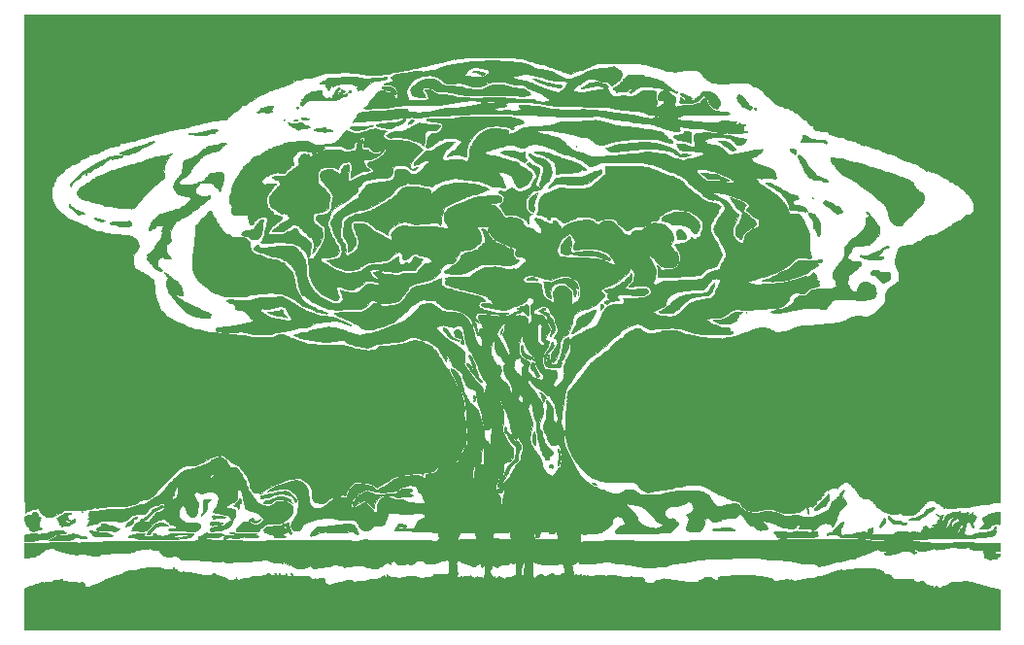
<source format=gbr>
G04 #@! TF.GenerationSoftware,KiCad,Pcbnew,(5.1.4)-1*
G04 #@! TF.CreationDate,2019-09-24T21:19:54-07:00*
G04 #@! TF.ProjectId,blacker-cannon-cards,626c6163-6b65-4722-9d63-616e6e6f6e2d,rev?*
G04 #@! TF.SameCoordinates,Original*
G04 #@! TF.FileFunction,Copper,L2,Bot*
G04 #@! TF.FilePolarity,Positive*
%FSLAX46Y46*%
G04 Gerber Fmt 4.6, Leading zero omitted, Abs format (unit mm)*
G04 Created by KiCad (PCBNEW (5.1.4)-1) date 2019-09-24 21:19:54*
%MOMM*%
%LPD*%
G04 APERTURE LIST*
%ADD10C,0.010000*%
G04 APERTURE END LIST*
D10*
G36*
X72457909Y-76386557D02*
G01*
X72532744Y-76445901D01*
X72545362Y-76476728D01*
X72546609Y-76579488D01*
X72523262Y-76633073D01*
X72509471Y-76685868D01*
X72568199Y-76742797D01*
X72604075Y-76764648D01*
X72694998Y-76830589D01*
X72786126Y-76916905D01*
X72856728Y-77000812D01*
X72886076Y-77059525D01*
X72882237Y-77070378D01*
X72834882Y-77063684D01*
X72740836Y-77029856D01*
X72731979Y-77026132D01*
X72611841Y-76989236D01*
X72445917Y-76955190D01*
X72328092Y-76938382D01*
X72038219Y-76897736D01*
X71755238Y-76844097D01*
X71505016Y-76783162D01*
X71313423Y-76720628D01*
X71284790Y-76708597D01*
X71116431Y-76633951D01*
X71295937Y-76599091D01*
X71428456Y-76578327D01*
X71613745Y-76555476D01*
X71815058Y-76535005D01*
X71845272Y-76532337D01*
X72044913Y-76508107D01*
X72190757Y-76476091D01*
X72265056Y-76440214D01*
X72265873Y-76439267D01*
X72356698Y-76382703D01*
X72457909Y-76386557D01*
X72457909Y-76386557D01*
G37*
X72457909Y-76386557D02*
X72532744Y-76445901D01*
X72545362Y-76476728D01*
X72546609Y-76579488D01*
X72523262Y-76633073D01*
X72509471Y-76685868D01*
X72568199Y-76742797D01*
X72604075Y-76764648D01*
X72694998Y-76830589D01*
X72786126Y-76916905D01*
X72856728Y-77000812D01*
X72886076Y-77059525D01*
X72882237Y-77070378D01*
X72834882Y-77063684D01*
X72740836Y-77029856D01*
X72731979Y-77026132D01*
X72611841Y-76989236D01*
X72445917Y-76955190D01*
X72328092Y-76938382D01*
X72038219Y-76897736D01*
X71755238Y-76844097D01*
X71505016Y-76783162D01*
X71313423Y-76720628D01*
X71284790Y-76708597D01*
X71116431Y-76633951D01*
X71295937Y-76599091D01*
X71428456Y-76578327D01*
X71613745Y-76555476D01*
X71815058Y-76535005D01*
X71845272Y-76532337D01*
X72044913Y-76508107D01*
X72190757Y-76476091D01*
X72265056Y-76440214D01*
X72265873Y-76439267D01*
X72356698Y-76382703D01*
X72457909Y-76386557D01*
G36*
X89340270Y-55596468D02*
G01*
X89514544Y-55625220D01*
X89695230Y-55664270D01*
X89912276Y-55713593D01*
X90053149Y-55748622D01*
X90128884Y-55776292D01*
X90150515Y-55803536D01*
X90129076Y-55837286D01*
X90075601Y-55884478D01*
X90062957Y-55895339D01*
X89961886Y-55975617D01*
X89897286Y-55994314D01*
X89841008Y-55952134D01*
X89802396Y-55901858D01*
X89695775Y-55815370D01*
X89531007Y-55746878D01*
X89339263Y-55705547D01*
X89151713Y-55700544D01*
X89127241Y-55703308D01*
X89015973Y-55716329D01*
X88982300Y-55710216D01*
X89015050Y-55679093D01*
X89043165Y-55659080D01*
X89124517Y-55613557D01*
X89216907Y-55592633D01*
X89340270Y-55596468D01*
X89340270Y-55596468D01*
G37*
X89340270Y-55596468D02*
X89514544Y-55625220D01*
X89695230Y-55664270D01*
X89912276Y-55713593D01*
X90053149Y-55748622D01*
X90128884Y-55776292D01*
X90150515Y-55803536D01*
X90129076Y-55837286D01*
X90075601Y-55884478D01*
X90062957Y-55895339D01*
X89961886Y-55975617D01*
X89897286Y-55994314D01*
X89841008Y-55952134D01*
X89802396Y-55901858D01*
X89695775Y-55815370D01*
X89531007Y-55746878D01*
X89339263Y-55705547D01*
X89151713Y-55700544D01*
X89127241Y-55703308D01*
X89015973Y-55716329D01*
X88982300Y-55710216D01*
X89015050Y-55679093D01*
X89043165Y-55659080D01*
X89124517Y-55613557D01*
X89216907Y-55592633D01*
X89340270Y-55596468D01*
G36*
X94377289Y-56285863D02*
G01*
X94518011Y-56313360D01*
X94727389Y-56367413D01*
X95002491Y-56448309D01*
X95170142Y-56500949D01*
X95607476Y-56629400D01*
X95984133Y-56714154D01*
X96316006Y-56758336D01*
X96522156Y-56766798D01*
X96701266Y-56785141D01*
X96812375Y-56836029D01*
X96848164Y-56914183D01*
X96823380Y-56984062D01*
X96750873Y-57046885D01*
X96656395Y-57075236D01*
X96579971Y-57059577D01*
X96566751Y-57045203D01*
X96511845Y-57020289D01*
X96394207Y-56996462D01*
X96259601Y-56980824D01*
X96079334Y-56956266D01*
X95867917Y-56907972D01*
X95613774Y-56832404D01*
X95305332Y-56726024D01*
X94931014Y-56585295D01*
X94806158Y-56536640D01*
X94559614Y-56435674D01*
X94396387Y-56359826D01*
X94313545Y-56309383D01*
X94308157Y-56284633D01*
X94377289Y-56285863D01*
X94377289Y-56285863D01*
G37*
X94377289Y-56285863D02*
X94518011Y-56313360D01*
X94727389Y-56367413D01*
X95002491Y-56448309D01*
X95170142Y-56500949D01*
X95607476Y-56629400D01*
X95984133Y-56714154D01*
X96316006Y-56758336D01*
X96522156Y-56766798D01*
X96701266Y-56785141D01*
X96812375Y-56836029D01*
X96848164Y-56914183D01*
X96823380Y-56984062D01*
X96750873Y-57046885D01*
X96656395Y-57075236D01*
X96579971Y-57059577D01*
X96566751Y-57045203D01*
X96511845Y-57020289D01*
X96394207Y-56996462D01*
X96259601Y-56980824D01*
X96079334Y-56956266D01*
X95867917Y-56907972D01*
X95613774Y-56832404D01*
X95305332Y-56726024D01*
X94931014Y-56585295D01*
X94806158Y-56536640D01*
X94559614Y-56435674D01*
X94396387Y-56359826D01*
X94313545Y-56309383D01*
X94308157Y-56284633D01*
X94377289Y-56285863D01*
G36*
X85315178Y-56241016D02*
G01*
X85494877Y-56259119D01*
X85645099Y-56290236D01*
X85664695Y-56296454D01*
X85809308Y-56361870D01*
X85981184Y-56462705D01*
X86121824Y-56561327D01*
X86265933Y-56671304D01*
X86384407Y-56752450D01*
X86495097Y-56809668D01*
X86615858Y-56847862D01*
X86764541Y-56871938D01*
X86959001Y-56886799D01*
X87217091Y-56897351D01*
X87362328Y-56902116D01*
X87656243Y-56913132D01*
X87874051Y-56925509D01*
X88029394Y-56940838D01*
X88135917Y-56960711D01*
X88207264Y-56986717D01*
X88236182Y-57004021D01*
X88350324Y-57061214D01*
X88445054Y-57081272D01*
X88539610Y-57092189D01*
X88686116Y-57120572D01*
X88825713Y-57153537D01*
X89113404Y-57201895D01*
X89454071Y-57210235D01*
X89513847Y-57208042D01*
X89724880Y-57194924D01*
X89877673Y-57172456D01*
X90003721Y-57133082D01*
X90134517Y-57069248D01*
X90166577Y-57051441D01*
X90525608Y-56880728D01*
X90883189Y-56778387D01*
X91253391Y-56743726D01*
X91650285Y-56776052D01*
X92087940Y-56874674D01*
X92317375Y-56945606D01*
X92562988Y-57015410D01*
X92827091Y-57071749D01*
X93059799Y-57104026D01*
X93065347Y-57104477D01*
X93366484Y-57151677D01*
X93635083Y-57238562D01*
X93852116Y-57357234D01*
X93990549Y-57488586D01*
X94054075Y-57581901D01*
X94086656Y-57643971D01*
X94087348Y-57646975D01*
X94048774Y-57668381D01*
X93940587Y-57696300D01*
X93782238Y-57726155D01*
X93690475Y-57740357D01*
X93476805Y-57767562D01*
X93317926Y-57776120D01*
X93180749Y-57765621D01*
X93032183Y-57735656D01*
X93017330Y-57732042D01*
X92928402Y-57714030D01*
X92818266Y-57699876D01*
X92677316Y-57689331D01*
X92495949Y-57682149D01*
X92264559Y-57678080D01*
X91973542Y-57676877D01*
X91613294Y-57678291D01*
X91174209Y-57682075D01*
X91108834Y-57682749D01*
X90732010Y-57686635D01*
X90382086Y-57690133D01*
X90069560Y-57693145D01*
X89804927Y-57695576D01*
X89598683Y-57697328D01*
X89461324Y-57698305D01*
X89403534Y-57698416D01*
X89337055Y-57697222D01*
X89198069Y-57694906D01*
X89003809Y-57691748D01*
X88771509Y-57688030D01*
X88637052Y-57685900D01*
X88348190Y-57679267D01*
X88134127Y-57668807D01*
X87979940Y-57652989D01*
X87870706Y-57630285D01*
X87791766Y-57599304D01*
X87668856Y-57553553D01*
X87497443Y-57511171D01*
X87346588Y-57485890D01*
X87153417Y-57457339D01*
X86962356Y-57422542D01*
X86847050Y-57396866D01*
X86698970Y-57371214D01*
X86568470Y-57368340D01*
X86535507Y-57373571D01*
X86436500Y-57383242D01*
X86280990Y-57382360D01*
X86101576Y-57371172D01*
X86090776Y-57370180D01*
X85909379Y-57348557D01*
X85800735Y-57322101D01*
X85747844Y-57285615D01*
X85737009Y-57262044D01*
X85683195Y-57205309D01*
X85564768Y-57143277D01*
X85405893Y-57083855D01*
X85230734Y-57034952D01*
X85063455Y-57004477D01*
X84935352Y-56999669D01*
X84803085Y-57027604D01*
X84716652Y-57100264D01*
X84682010Y-57153563D01*
X84600797Y-57293168D01*
X84758349Y-57554810D01*
X84837784Y-57691708D01*
X84894399Y-57798792D01*
X84915901Y-57852748D01*
X84875291Y-57873898D01*
X84769083Y-57884623D01*
X84620712Y-57885845D01*
X84453614Y-57878486D01*
X84291224Y-57863465D01*
X84156976Y-57841705D01*
X84085689Y-57820110D01*
X83961927Y-57775524D01*
X83858954Y-57756441D01*
X83790815Y-57729610D01*
X83731252Y-57641600D01*
X83688311Y-57536016D01*
X83647565Y-57388096D01*
X83632363Y-57257828D01*
X83636892Y-57210663D01*
X83691218Y-57098882D01*
X83793765Y-56965542D01*
X83926617Y-56826780D01*
X84071861Y-56698734D01*
X84211580Y-56597542D01*
X84327859Y-56539342D01*
X84388605Y-56533529D01*
X84421527Y-56509940D01*
X84422262Y-56501591D01*
X84460663Y-56463905D01*
X84558834Y-56412733D01*
X84635424Y-56381673D01*
X84767531Y-56330472D01*
X84865804Y-56288069D01*
X84893463Y-56273535D01*
X84985047Y-56247349D01*
X85135426Y-56236801D01*
X85315178Y-56241016D01*
X85315178Y-56241016D01*
G37*
X85315178Y-56241016D02*
X85494877Y-56259119D01*
X85645099Y-56290236D01*
X85664695Y-56296454D01*
X85809308Y-56361870D01*
X85981184Y-56462705D01*
X86121824Y-56561327D01*
X86265933Y-56671304D01*
X86384407Y-56752450D01*
X86495097Y-56809668D01*
X86615858Y-56847862D01*
X86764541Y-56871938D01*
X86959001Y-56886799D01*
X87217091Y-56897351D01*
X87362328Y-56902116D01*
X87656243Y-56913132D01*
X87874051Y-56925509D01*
X88029394Y-56940838D01*
X88135917Y-56960711D01*
X88207264Y-56986717D01*
X88236182Y-57004021D01*
X88350324Y-57061214D01*
X88445054Y-57081272D01*
X88539610Y-57092189D01*
X88686116Y-57120572D01*
X88825713Y-57153537D01*
X89113404Y-57201895D01*
X89454071Y-57210235D01*
X89513847Y-57208042D01*
X89724880Y-57194924D01*
X89877673Y-57172456D01*
X90003721Y-57133082D01*
X90134517Y-57069248D01*
X90166577Y-57051441D01*
X90525608Y-56880728D01*
X90883189Y-56778387D01*
X91253391Y-56743726D01*
X91650285Y-56776052D01*
X92087940Y-56874674D01*
X92317375Y-56945606D01*
X92562988Y-57015410D01*
X92827091Y-57071749D01*
X93059799Y-57104026D01*
X93065347Y-57104477D01*
X93366484Y-57151677D01*
X93635083Y-57238562D01*
X93852116Y-57357234D01*
X93990549Y-57488586D01*
X94054075Y-57581901D01*
X94086656Y-57643971D01*
X94087348Y-57646975D01*
X94048774Y-57668381D01*
X93940587Y-57696300D01*
X93782238Y-57726155D01*
X93690475Y-57740357D01*
X93476805Y-57767562D01*
X93317926Y-57776120D01*
X93180749Y-57765621D01*
X93032183Y-57735656D01*
X93017330Y-57732042D01*
X92928402Y-57714030D01*
X92818266Y-57699876D01*
X92677316Y-57689331D01*
X92495949Y-57682149D01*
X92264559Y-57678080D01*
X91973542Y-57676877D01*
X91613294Y-57678291D01*
X91174209Y-57682075D01*
X91108834Y-57682749D01*
X90732010Y-57686635D01*
X90382086Y-57690133D01*
X90069560Y-57693145D01*
X89804927Y-57695576D01*
X89598683Y-57697328D01*
X89461324Y-57698305D01*
X89403534Y-57698416D01*
X89337055Y-57697222D01*
X89198069Y-57694906D01*
X89003809Y-57691748D01*
X88771509Y-57688030D01*
X88637052Y-57685900D01*
X88348190Y-57679267D01*
X88134127Y-57668807D01*
X87979940Y-57652989D01*
X87870706Y-57630285D01*
X87791766Y-57599304D01*
X87668856Y-57553553D01*
X87497443Y-57511171D01*
X87346588Y-57485890D01*
X87153417Y-57457339D01*
X86962356Y-57422542D01*
X86847050Y-57396866D01*
X86698970Y-57371214D01*
X86568470Y-57368340D01*
X86535507Y-57373571D01*
X86436500Y-57383242D01*
X86280990Y-57382360D01*
X86101576Y-57371172D01*
X86090776Y-57370180D01*
X85909379Y-57348557D01*
X85800735Y-57322101D01*
X85747844Y-57285615D01*
X85737009Y-57262044D01*
X85683195Y-57205309D01*
X85564768Y-57143277D01*
X85405893Y-57083855D01*
X85230734Y-57034952D01*
X85063455Y-57004477D01*
X84935352Y-56999669D01*
X84803085Y-57027604D01*
X84716652Y-57100264D01*
X84682010Y-57153563D01*
X84600797Y-57293168D01*
X84758349Y-57554810D01*
X84837784Y-57691708D01*
X84894399Y-57798792D01*
X84915901Y-57852748D01*
X84875291Y-57873898D01*
X84769083Y-57884623D01*
X84620712Y-57885845D01*
X84453614Y-57878486D01*
X84291224Y-57863465D01*
X84156976Y-57841705D01*
X84085689Y-57820110D01*
X83961927Y-57775524D01*
X83858954Y-57756441D01*
X83790815Y-57729610D01*
X83731252Y-57641600D01*
X83688311Y-57536016D01*
X83647565Y-57388096D01*
X83632363Y-57257828D01*
X83636892Y-57210663D01*
X83691218Y-57098882D01*
X83793765Y-56965542D01*
X83926617Y-56826780D01*
X84071861Y-56698734D01*
X84211580Y-56597542D01*
X84327859Y-56539342D01*
X84388605Y-56533529D01*
X84421527Y-56509940D01*
X84422262Y-56501591D01*
X84460663Y-56463905D01*
X84558834Y-56412733D01*
X84635424Y-56381673D01*
X84767531Y-56330472D01*
X84865804Y-56288069D01*
X84893463Y-56273535D01*
X84985047Y-56247349D01*
X85135426Y-56236801D01*
X85315178Y-56241016D01*
G36*
X109070583Y-64459815D02*
G01*
X109169809Y-64474057D01*
X109336478Y-64492189D01*
X109548486Y-64512018D01*
X109783729Y-64531353D01*
X109817109Y-64533884D01*
X110061671Y-64553282D01*
X110232949Y-64570937D01*
X110347246Y-64590538D01*
X110420866Y-64615773D01*
X110470111Y-64650332D01*
X110504730Y-64689469D01*
X110601812Y-64770478D01*
X110697959Y-64800000D01*
X110791688Y-64817032D01*
X110831979Y-64844876D01*
X110894768Y-64881518D01*
X110954298Y-64889752D01*
X111015198Y-64902323D01*
X111014924Y-64923409D01*
X111031177Y-64954838D01*
X111112687Y-64993155D01*
X111153293Y-65005961D01*
X111270387Y-65055889D01*
X111335789Y-65116884D01*
X111340128Y-65129371D01*
X111321718Y-65188616D01*
X111232511Y-65197643D01*
X111070830Y-65156522D01*
X111029118Y-65142096D01*
X110725708Y-65054395D01*
X110416569Y-65001309D01*
X110137022Y-64988247D01*
X110058696Y-64993494D01*
X109816504Y-65006372D01*
X109616002Y-64993264D01*
X109471984Y-64956470D01*
X109399248Y-64898293D01*
X109396155Y-64890440D01*
X109345123Y-64827375D01*
X109239701Y-64746811D01*
X109148198Y-64691640D01*
X109010420Y-64603001D01*
X108935340Y-64526639D01*
X108926306Y-64472562D01*
X108986670Y-64450778D01*
X109070583Y-64459815D01*
X109070583Y-64459815D01*
G37*
X109070583Y-64459815D02*
X109169809Y-64474057D01*
X109336478Y-64492189D01*
X109548486Y-64512018D01*
X109783729Y-64531353D01*
X109817109Y-64533884D01*
X110061671Y-64553282D01*
X110232949Y-64570937D01*
X110347246Y-64590538D01*
X110420866Y-64615773D01*
X110470111Y-64650332D01*
X110504730Y-64689469D01*
X110601812Y-64770478D01*
X110697959Y-64800000D01*
X110791688Y-64817032D01*
X110831979Y-64844876D01*
X110894768Y-64881518D01*
X110954298Y-64889752D01*
X111015198Y-64902323D01*
X111014924Y-64923409D01*
X111031177Y-64954838D01*
X111112687Y-64993155D01*
X111153293Y-65005961D01*
X111270387Y-65055889D01*
X111335789Y-65116884D01*
X111340128Y-65129371D01*
X111321718Y-65188616D01*
X111232511Y-65197643D01*
X111070830Y-65156522D01*
X111029118Y-65142096D01*
X110725708Y-65054395D01*
X110416569Y-65001309D01*
X110137022Y-64988247D01*
X110058696Y-64993494D01*
X109816504Y-65006372D01*
X109616002Y-64993264D01*
X109471984Y-64956470D01*
X109399248Y-64898293D01*
X109396155Y-64890440D01*
X109345123Y-64827375D01*
X109239701Y-64746811D01*
X109148198Y-64691640D01*
X109010420Y-64603001D01*
X108935340Y-64526639D01*
X108926306Y-64472562D01*
X108986670Y-64450778D01*
X109070583Y-64459815D01*
G36*
X111627160Y-66625613D02*
G01*
X111678218Y-66662367D01*
X111754011Y-66717540D01*
X111793615Y-66729682D01*
X111839430Y-66764362D01*
X111841696Y-66779423D01*
X111879447Y-66809196D01*
X111965106Y-66800498D01*
X112041396Y-66787576D01*
X112038521Y-66804775D01*
X112021202Y-66817384D01*
X111997619Y-66847015D01*
X112047750Y-66860997D01*
X112127930Y-66863623D01*
X112253060Y-66886124D01*
X112415554Y-66943558D01*
X112585707Y-67021972D01*
X112733813Y-67107408D01*
X112830166Y-67185913D01*
X112839508Y-67197920D01*
X112872359Y-67290576D01*
X112832750Y-67348226D01*
X112781451Y-67357950D01*
X112719345Y-67375482D01*
X112717327Y-67403704D01*
X112722782Y-67472878D01*
X112700219Y-67585376D01*
X112692259Y-67611096D01*
X112665584Y-67704617D01*
X112670223Y-67770934D01*
X112717989Y-67837702D01*
X112820692Y-67932572D01*
X112834916Y-67945089D01*
X112955884Y-68044494D01*
X113060729Y-68118735D01*
X113109453Y-68144607D01*
X113175869Y-68194414D01*
X113187986Y-68229107D01*
X113223902Y-68309599D01*
X113307035Y-68388520D01*
X113400466Y-68433054D01*
X113419610Y-68434982D01*
X113494287Y-68471239D01*
X113586866Y-68562386D01*
X113677280Y-68681988D01*
X113745463Y-68803609D01*
X113771378Y-68898391D01*
X113729695Y-69014451D01*
X113603437Y-69111710D01*
X113390790Y-69191527D01*
X113374534Y-69195983D01*
X113217430Y-69264183D01*
X113113681Y-69359318D01*
X113021960Y-69483369D01*
X112917722Y-69601481D01*
X112821510Y-69692536D01*
X112753868Y-69735415D01*
X112746862Y-69736395D01*
X112658757Y-69778529D01*
X112586658Y-69894393D01*
X112540347Y-70068181D01*
X112539959Y-70070744D01*
X112513809Y-70198540D01*
X112476523Y-70259101D01*
X112413862Y-70274893D01*
X112410542Y-70274911D01*
X112310784Y-70234769D01*
X112265801Y-70173940D01*
X112212514Y-70100746D01*
X112167988Y-70083327D01*
X112107387Y-70058471D01*
X112030008Y-69984052D01*
X112023782Y-69976303D01*
X111948957Y-69812639D01*
X111936182Y-69606065D01*
X111981556Y-69374550D01*
X112081178Y-69136060D01*
X112231148Y-68908562D01*
X112264206Y-68868992D01*
X112339170Y-68744487D01*
X112406609Y-68568539D01*
X112454224Y-68379327D01*
X112469965Y-68230221D01*
X112492663Y-68140777D01*
X112524978Y-68076416D01*
X112548939Y-68017588D01*
X112532131Y-67956846D01*
X112464229Y-67871305D01*
X112403869Y-67807961D01*
X112291378Y-67702677D01*
X112191412Y-67625775D01*
X112146160Y-67601700D01*
X112077637Y-67548034D01*
X111999651Y-67442725D01*
X111969129Y-67388344D01*
X111878902Y-67232826D01*
X111767996Y-67069318D01*
X111731553Y-67021378D01*
X111630193Y-66887998D01*
X111540105Y-66760675D01*
X111512580Y-66718462D01*
X111463917Y-66634004D01*
X111466345Y-66600834D01*
X111521944Y-66595053D01*
X111523322Y-66595053D01*
X111627160Y-66625613D01*
X111627160Y-66625613D01*
G37*
X111627160Y-66625613D02*
X111678218Y-66662367D01*
X111754011Y-66717540D01*
X111793615Y-66729682D01*
X111839430Y-66764362D01*
X111841696Y-66779423D01*
X111879447Y-66809196D01*
X111965106Y-66800498D01*
X112041396Y-66787576D01*
X112038521Y-66804775D01*
X112021202Y-66817384D01*
X111997619Y-66847015D01*
X112047750Y-66860997D01*
X112127930Y-66863623D01*
X112253060Y-66886124D01*
X112415554Y-66943558D01*
X112585707Y-67021972D01*
X112733813Y-67107408D01*
X112830166Y-67185913D01*
X112839508Y-67197920D01*
X112872359Y-67290576D01*
X112832750Y-67348226D01*
X112781451Y-67357950D01*
X112719345Y-67375482D01*
X112717327Y-67403704D01*
X112722782Y-67472878D01*
X112700219Y-67585376D01*
X112692259Y-67611096D01*
X112665584Y-67704617D01*
X112670223Y-67770934D01*
X112717989Y-67837702D01*
X112820692Y-67932572D01*
X112834916Y-67945089D01*
X112955884Y-68044494D01*
X113060729Y-68118735D01*
X113109453Y-68144607D01*
X113175869Y-68194414D01*
X113187986Y-68229107D01*
X113223902Y-68309599D01*
X113307035Y-68388520D01*
X113400466Y-68433054D01*
X113419610Y-68434982D01*
X113494287Y-68471239D01*
X113586866Y-68562386D01*
X113677280Y-68681988D01*
X113745463Y-68803609D01*
X113771378Y-68898391D01*
X113729695Y-69014451D01*
X113603437Y-69111710D01*
X113390790Y-69191527D01*
X113374534Y-69195983D01*
X113217430Y-69264183D01*
X113113681Y-69359318D01*
X113021960Y-69483369D01*
X112917722Y-69601481D01*
X112821510Y-69692536D01*
X112753868Y-69735415D01*
X112746862Y-69736395D01*
X112658757Y-69778529D01*
X112586658Y-69894393D01*
X112540347Y-70068181D01*
X112539959Y-70070744D01*
X112513809Y-70198540D01*
X112476523Y-70259101D01*
X112413862Y-70274893D01*
X112410542Y-70274911D01*
X112310784Y-70234769D01*
X112265801Y-70173940D01*
X112212514Y-70100746D01*
X112167988Y-70083327D01*
X112107387Y-70058471D01*
X112030008Y-69984052D01*
X112023782Y-69976303D01*
X111948957Y-69812639D01*
X111936182Y-69606065D01*
X111981556Y-69374550D01*
X112081178Y-69136060D01*
X112231148Y-68908562D01*
X112264206Y-68868992D01*
X112339170Y-68744487D01*
X112406609Y-68568539D01*
X112454224Y-68379327D01*
X112469965Y-68230221D01*
X112492663Y-68140777D01*
X112524978Y-68076416D01*
X112548939Y-68017588D01*
X112532131Y-67956846D01*
X112464229Y-67871305D01*
X112403869Y-67807961D01*
X112291378Y-67702677D01*
X112191412Y-67625775D01*
X112146160Y-67601700D01*
X112077637Y-67548034D01*
X111999651Y-67442725D01*
X111969129Y-67388344D01*
X111878902Y-67232826D01*
X111767996Y-67069318D01*
X111731553Y-67021378D01*
X111630193Y-66887998D01*
X111540105Y-66760675D01*
X111512580Y-66718462D01*
X111463917Y-66634004D01*
X111466345Y-66600834D01*
X111521944Y-66595053D01*
X111523322Y-66595053D01*
X111627160Y-66625613D01*
G36*
X97509771Y-70036194D02*
G01*
X97513788Y-70038821D01*
X97594171Y-70118536D01*
X97602258Y-70221360D01*
X97601405Y-70225971D01*
X97599097Y-70342960D01*
X97619296Y-70415884D01*
X97634304Y-70495980D01*
X97636697Y-70640595D01*
X97626293Y-70825362D01*
X97622648Y-70865125D01*
X97602355Y-71089880D01*
X97598828Y-71240241D01*
X97619902Y-71331122D01*
X97673414Y-71377436D01*
X97767200Y-71394097D01*
X97901612Y-71396040D01*
X98101518Y-71385167D01*
X98328665Y-71357932D01*
X98477208Y-71331606D01*
X98738689Y-71296858D01*
X99053176Y-71286584D01*
X99387751Y-71299313D01*
X99709499Y-71333573D01*
X99985504Y-71387893D01*
X100032665Y-71401138D01*
X100372025Y-71522770D01*
X100664439Y-71667598D01*
X100890519Y-71825693D01*
X100927305Y-71859217D01*
X101014580Y-71948474D01*
X101042557Y-72001348D01*
X101019302Y-72040767D01*
X100997262Y-72058049D01*
X100928680Y-72101965D01*
X100871233Y-72104837D01*
X100784679Y-72065433D01*
X100757244Y-72050704D01*
X100621052Y-71988759D01*
X100431193Y-71917341D01*
X100210717Y-71843470D01*
X99982670Y-71774162D01*
X99770100Y-71716437D01*
X99596056Y-71677312D01*
X99486555Y-71663767D01*
X99363955Y-71664380D01*
X99179188Y-71665341D01*
X98959841Y-71666505D01*
X98786092Y-71667442D01*
X98425602Y-71657463D01*
X98099123Y-71625400D01*
X97924711Y-71594884D01*
X97719068Y-71556065D01*
X97567255Y-71543618D01*
X97437796Y-71556014D01*
X97381533Y-71568508D01*
X97154232Y-71586179D01*
X96937141Y-71532012D01*
X96760917Y-71414431D01*
X96704182Y-71297772D01*
X96702354Y-71130075D01*
X96749842Y-70926599D01*
X96841060Y-70702609D01*
X96970419Y-70473366D01*
X97132329Y-70254131D01*
X97222230Y-70154598D01*
X97326288Y-70050778D01*
X97392881Y-70002798D01*
X97446034Y-70001117D01*
X97509771Y-70036194D01*
X97509771Y-70036194D01*
G37*
X97509771Y-70036194D02*
X97513788Y-70038821D01*
X97594171Y-70118536D01*
X97602258Y-70221360D01*
X97601405Y-70225971D01*
X97599097Y-70342960D01*
X97619296Y-70415884D01*
X97634304Y-70495980D01*
X97636697Y-70640595D01*
X97626293Y-70825362D01*
X97622648Y-70865125D01*
X97602355Y-71089880D01*
X97598828Y-71240241D01*
X97619902Y-71331122D01*
X97673414Y-71377436D01*
X97767200Y-71394097D01*
X97901612Y-71396040D01*
X98101518Y-71385167D01*
X98328665Y-71357932D01*
X98477208Y-71331606D01*
X98738689Y-71296858D01*
X99053176Y-71286584D01*
X99387751Y-71299313D01*
X99709499Y-71333573D01*
X99985504Y-71387893D01*
X100032665Y-71401138D01*
X100372025Y-71522770D01*
X100664439Y-71667598D01*
X100890519Y-71825693D01*
X100927305Y-71859217D01*
X101014580Y-71948474D01*
X101042557Y-72001348D01*
X101019302Y-72040767D01*
X100997262Y-72058049D01*
X100928680Y-72101965D01*
X100871233Y-72104837D01*
X100784679Y-72065433D01*
X100757244Y-72050704D01*
X100621052Y-71988759D01*
X100431193Y-71917341D01*
X100210717Y-71843470D01*
X99982670Y-71774162D01*
X99770100Y-71716437D01*
X99596056Y-71677312D01*
X99486555Y-71663767D01*
X99363955Y-71664380D01*
X99179188Y-71665341D01*
X98959841Y-71666505D01*
X98786092Y-71667442D01*
X98425602Y-71657463D01*
X98099123Y-71625400D01*
X97924711Y-71594884D01*
X97719068Y-71556065D01*
X97567255Y-71543618D01*
X97437796Y-71556014D01*
X97381533Y-71568508D01*
X97154232Y-71586179D01*
X96937141Y-71532012D01*
X96760917Y-71414431D01*
X96704182Y-71297772D01*
X96702354Y-71130075D01*
X96749842Y-70926599D01*
X96841060Y-70702609D01*
X96970419Y-70473366D01*
X97132329Y-70254131D01*
X97222230Y-70154598D01*
X97326288Y-70050778D01*
X97392881Y-70002798D01*
X97446034Y-70001117D01*
X97509771Y-70036194D01*
G36*
X92647030Y-62542826D02*
G01*
X92908459Y-62625572D01*
X92912865Y-62627546D01*
X93071885Y-62676497D01*
X93261659Y-62685321D01*
X93345521Y-62679509D01*
X93609800Y-62655545D01*
X93587236Y-62855739D01*
X93583560Y-63010247D01*
X93621893Y-63126643D01*
X93660604Y-63185690D01*
X93740599Y-63323919D01*
X93744121Y-63424437D01*
X93671430Y-63496093D01*
X93669735Y-63497007D01*
X93594910Y-63531463D01*
X93529455Y-63535755D01*
X93442047Y-63505692D01*
X93330212Y-63451554D01*
X93123686Y-63343827D01*
X92978780Y-63257037D01*
X92873991Y-63178261D01*
X92870539Y-63175276D01*
X92726991Y-63096918D01*
X92511056Y-63042694D01*
X92374097Y-63025459D01*
X92236999Y-62996743D01*
X92127277Y-62950164D01*
X92030883Y-62902206D01*
X91885623Y-62843419D01*
X91770760Y-62802714D01*
X91634769Y-62753098D01*
X91541277Y-62710388D01*
X91512721Y-62687351D01*
X91554458Y-62658058D01*
X91669325Y-62619106D01*
X91841805Y-62574884D01*
X92056382Y-62529782D01*
X92096113Y-62522309D01*
X92360733Y-62506406D01*
X92647030Y-62542826D01*
X92647030Y-62542826D01*
G37*
X92647030Y-62542826D02*
X92908459Y-62625572D01*
X92912865Y-62627546D01*
X93071885Y-62676497D01*
X93261659Y-62685321D01*
X93345521Y-62679509D01*
X93609800Y-62655545D01*
X93587236Y-62855739D01*
X93583560Y-63010247D01*
X93621893Y-63126643D01*
X93660604Y-63185690D01*
X93740599Y-63323919D01*
X93744121Y-63424437D01*
X93671430Y-63496093D01*
X93669735Y-63497007D01*
X93594910Y-63531463D01*
X93529455Y-63535755D01*
X93442047Y-63505692D01*
X93330212Y-63451554D01*
X93123686Y-63343827D01*
X92978780Y-63257037D01*
X92873991Y-63178261D01*
X92870539Y-63175276D01*
X92726991Y-63096918D01*
X92511056Y-63042694D01*
X92374097Y-63025459D01*
X92236999Y-62996743D01*
X92127277Y-62950164D01*
X92030883Y-62902206D01*
X91885623Y-62843419D01*
X91770760Y-62802714D01*
X91634769Y-62753098D01*
X91541277Y-62710388D01*
X91512721Y-62687351D01*
X91554458Y-62658058D01*
X91669325Y-62619106D01*
X91841805Y-62574884D01*
X92056382Y-62529782D01*
X92096113Y-62522309D01*
X92360733Y-62506406D01*
X92647030Y-62542826D01*
G36*
X94929565Y-62653944D02*
G01*
X95167735Y-62662056D01*
X95344527Y-62674631D01*
X95488307Y-62697414D01*
X95627442Y-62736150D01*
X95790298Y-62796584D01*
X95945183Y-62859653D01*
X96138496Y-62936800D01*
X96306181Y-62998905D01*
X96428020Y-63038773D01*
X96479353Y-63049823D01*
X96555191Y-63068194D01*
X96683430Y-63116344D01*
X96835473Y-63183466D01*
X97008756Y-63254709D01*
X97232183Y-63331850D01*
X97468077Y-63402284D01*
X97566235Y-63427933D01*
X97780428Y-63486001D01*
X97984227Y-63550032D01*
X98147121Y-63610066D01*
X98206652Y-63636969D01*
X98360887Y-63725311D01*
X98535072Y-63839608D01*
X98703549Y-63961460D01*
X98840657Y-64072471D01*
X98911644Y-64142460D01*
X98941209Y-64189107D01*
X98915955Y-64210642D01*
X98820186Y-64216490D01*
X98788181Y-64216607D01*
X98673756Y-64207234D01*
X98608780Y-64183739D01*
X98603181Y-64173139D01*
X98570286Y-64148448D01*
X98535866Y-64155503D01*
X98476332Y-64206283D01*
X98468552Y-64233576D01*
X98426182Y-64278481D01*
X98308787Y-64325878D01*
X98130936Y-64372948D01*
X97907199Y-64416873D01*
X97652145Y-64454835D01*
X97380345Y-64484014D01*
X97106368Y-64501594D01*
X97077386Y-64502676D01*
X96844757Y-64512705D01*
X96637485Y-64525338D01*
X96475748Y-64539086D01*
X96379728Y-64552458D01*
X96370583Y-64554832D01*
X96300527Y-64565861D01*
X96273451Y-64524256D01*
X96269612Y-64446223D01*
X96279615Y-64349422D01*
X96303843Y-64306484D01*
X96305354Y-64306360D01*
X96332478Y-64268775D01*
X96331035Y-64174222D01*
X96303349Y-64050001D01*
X96277428Y-63978085D01*
X96237610Y-63837990D01*
X96224735Y-63723070D01*
X96198265Y-63610496D01*
X96136149Y-63566271D01*
X96051812Y-63512030D01*
X95960898Y-63415806D01*
X95948946Y-63399661D01*
X95830544Y-63287059D01*
X95631129Y-63164353D01*
X95487798Y-63093509D01*
X95263490Y-62994662D01*
X95035556Y-62902606D01*
X94823549Y-62824421D01*
X94647026Y-62767185D01*
X94525540Y-62737979D01*
X94499467Y-62735689D01*
X94421527Y-62705805D01*
X94404917Y-62687046D01*
X94423406Y-62665776D01*
X94514583Y-62653443D01*
X94684072Y-62649692D01*
X94929565Y-62653944D01*
X94929565Y-62653944D01*
G37*
X94929565Y-62653944D02*
X95167735Y-62662056D01*
X95344527Y-62674631D01*
X95488307Y-62697414D01*
X95627442Y-62736150D01*
X95790298Y-62796584D01*
X95945183Y-62859653D01*
X96138496Y-62936800D01*
X96306181Y-62998905D01*
X96428020Y-63038773D01*
X96479353Y-63049823D01*
X96555191Y-63068194D01*
X96683430Y-63116344D01*
X96835473Y-63183466D01*
X97008756Y-63254709D01*
X97232183Y-63331850D01*
X97468077Y-63402284D01*
X97566235Y-63427933D01*
X97780428Y-63486001D01*
X97984227Y-63550032D01*
X98147121Y-63610066D01*
X98206652Y-63636969D01*
X98360887Y-63725311D01*
X98535072Y-63839608D01*
X98703549Y-63961460D01*
X98840657Y-64072471D01*
X98911644Y-64142460D01*
X98941209Y-64189107D01*
X98915955Y-64210642D01*
X98820186Y-64216490D01*
X98788181Y-64216607D01*
X98673756Y-64207234D01*
X98608780Y-64183739D01*
X98603181Y-64173139D01*
X98570286Y-64148448D01*
X98535866Y-64155503D01*
X98476332Y-64206283D01*
X98468552Y-64233576D01*
X98426182Y-64278481D01*
X98308787Y-64325878D01*
X98130936Y-64372948D01*
X97907199Y-64416873D01*
X97652145Y-64454835D01*
X97380345Y-64484014D01*
X97106368Y-64501594D01*
X97077386Y-64502676D01*
X96844757Y-64512705D01*
X96637485Y-64525338D01*
X96475748Y-64539086D01*
X96379728Y-64552458D01*
X96370583Y-64554832D01*
X96300527Y-64565861D01*
X96273451Y-64524256D01*
X96269612Y-64446223D01*
X96279615Y-64349422D01*
X96303843Y-64306484D01*
X96305354Y-64306360D01*
X96332478Y-64268775D01*
X96331035Y-64174222D01*
X96303349Y-64050001D01*
X96277428Y-63978085D01*
X96237610Y-63837990D01*
X96224735Y-63723070D01*
X96198265Y-63610496D01*
X96136149Y-63566271D01*
X96051812Y-63512030D01*
X95960898Y-63415806D01*
X95948946Y-63399661D01*
X95830544Y-63287059D01*
X95631129Y-63164353D01*
X95487798Y-63093509D01*
X95263490Y-62994662D01*
X95035556Y-62902606D01*
X94823549Y-62824421D01*
X94647026Y-62767185D01*
X94525540Y-62737979D01*
X94499467Y-62735689D01*
X94421527Y-62705805D01*
X94404917Y-62687046D01*
X94423406Y-62665776D01*
X94514583Y-62653443D01*
X94684072Y-62649692D01*
X94929565Y-62653944D01*
G36*
X94118872Y-62825835D02*
G01*
X94271466Y-62927634D01*
X94324893Y-62972588D01*
X94440213Y-63057739D01*
X94568089Y-63109980D01*
X94744152Y-63143001D01*
X94780274Y-63147548D01*
X95111347Y-63218997D01*
X95392243Y-63344287D01*
X95610298Y-63516939D01*
X95686393Y-63611029D01*
X95764137Y-63744356D01*
X95812692Y-63866751D01*
X95820848Y-63916136D01*
X95835784Y-64026599D01*
X95873175Y-64170995D01*
X95889433Y-64220207D01*
X95926448Y-64341570D01*
X95934292Y-64441157D01*
X95912294Y-64559071D01*
X95882025Y-64663393D01*
X95814396Y-64861775D01*
X95742142Y-65036159D01*
X95673951Y-65168485D01*
X95618513Y-65240692D01*
X95600408Y-65248763D01*
X95549474Y-65276752D01*
X95453870Y-65350059D01*
X95336688Y-65450706D01*
X95168924Y-65582430D01*
X95035670Y-65646976D01*
X94995262Y-65652650D01*
X94906647Y-65641428D01*
X94873278Y-65618993D01*
X94872635Y-65543553D01*
X94892105Y-65432154D01*
X94935154Y-65270680D01*
X95005246Y-65045018D01*
X95041298Y-64934629D01*
X95130721Y-64623229D01*
X95184132Y-64346583D01*
X95200386Y-64117011D01*
X95178341Y-63946833D01*
X95140124Y-63870387D01*
X95072412Y-63818170D01*
X94946500Y-63744788D01*
X94786786Y-63664187D01*
X94747173Y-63645791D01*
X94472030Y-63495521D01*
X94233422Y-63304625D01*
X94152561Y-63224883D01*
X94018814Y-63085533D01*
X93938967Y-62993342D01*
X93903698Y-62931766D01*
X93903683Y-62884257D01*
X93929602Y-62834270D01*
X93931127Y-62831858D01*
X94003104Y-62793080D01*
X94118872Y-62825835D01*
X94118872Y-62825835D01*
G37*
X94118872Y-62825835D02*
X94271466Y-62927634D01*
X94324893Y-62972588D01*
X94440213Y-63057739D01*
X94568089Y-63109980D01*
X94744152Y-63143001D01*
X94780274Y-63147548D01*
X95111347Y-63218997D01*
X95392243Y-63344287D01*
X95610298Y-63516939D01*
X95686393Y-63611029D01*
X95764137Y-63744356D01*
X95812692Y-63866751D01*
X95820848Y-63916136D01*
X95835784Y-64026599D01*
X95873175Y-64170995D01*
X95889433Y-64220207D01*
X95926448Y-64341570D01*
X95934292Y-64441157D01*
X95912294Y-64559071D01*
X95882025Y-64663393D01*
X95814396Y-64861775D01*
X95742142Y-65036159D01*
X95673951Y-65168485D01*
X95618513Y-65240692D01*
X95600408Y-65248763D01*
X95549474Y-65276752D01*
X95453870Y-65350059D01*
X95336688Y-65450706D01*
X95168924Y-65582430D01*
X95035670Y-65646976D01*
X94995262Y-65652650D01*
X94906647Y-65641428D01*
X94873278Y-65618993D01*
X94872635Y-65543553D01*
X94892105Y-65432154D01*
X94935154Y-65270680D01*
X95005246Y-65045018D01*
X95041298Y-64934629D01*
X95130721Y-64623229D01*
X95184132Y-64346583D01*
X95200386Y-64117011D01*
X95178341Y-63946833D01*
X95140124Y-63870387D01*
X95072412Y-63818170D01*
X94946500Y-63744788D01*
X94786786Y-63664187D01*
X94747173Y-63645791D01*
X94472030Y-63495521D01*
X94233422Y-63304625D01*
X94152561Y-63224883D01*
X94018814Y-63085533D01*
X93938967Y-62993342D01*
X93903698Y-62931766D01*
X93903683Y-62884257D01*
X93929602Y-62834270D01*
X93931127Y-62831858D01*
X94003104Y-62793080D01*
X94118872Y-62825835D01*
G36*
X100232926Y-64221165D02*
G01*
X100249884Y-64243378D01*
X100297607Y-64331913D01*
X100308481Y-64378723D01*
X100275222Y-64436331D01*
X100185345Y-64535332D01*
X100053699Y-64662823D01*
X99895133Y-64805899D01*
X99724494Y-64951659D01*
X99556633Y-65087197D01*
X99406397Y-65199613D01*
X99288636Y-65276001D01*
X99257510Y-65291989D01*
X99040475Y-65382240D01*
X98834206Y-65445972D01*
X98618086Y-65486013D01*
X98371497Y-65505190D01*
X98073821Y-65506331D01*
X97772969Y-65495596D01*
X97369878Y-65476633D01*
X97045873Y-65461991D01*
X96790360Y-65452320D01*
X96592746Y-65448271D01*
X96442439Y-65450494D01*
X96328846Y-65459639D01*
X96241375Y-65476357D01*
X96169432Y-65501299D01*
X96102425Y-65535114D01*
X96029762Y-65578454D01*
X95985594Y-65605352D01*
X95779998Y-65724338D01*
X95645853Y-65789432D01*
X95582588Y-65800297D01*
X95589629Y-65756596D01*
X95666404Y-65657992D01*
X95812341Y-65504147D01*
X95812847Y-65503637D01*
X95948570Y-65359844D01*
X96056059Y-65232337D01*
X96121513Y-65138288D01*
X96134983Y-65102894D01*
X96178794Y-65010329D01*
X96309029Y-64934588D01*
X96523891Y-64875986D01*
X96821582Y-64834841D01*
X97200303Y-64811469D01*
X97658259Y-64806186D01*
X97808941Y-64808142D01*
X98087027Y-64812139D01*
X98294251Y-64811495D01*
X98449455Y-64804488D01*
X98571482Y-64789396D01*
X98679175Y-64764498D01*
X98791376Y-64728071D01*
X98827562Y-64715063D01*
X98985434Y-64653472D01*
X99115158Y-64595414D01*
X99186573Y-64554820D01*
X99262386Y-64513807D01*
X99394788Y-64459468D01*
X99545583Y-64406754D01*
X99728129Y-64345213D01*
X99904830Y-64281181D01*
X100014283Y-64238019D01*
X100127573Y-64193970D01*
X100190170Y-64188118D01*
X100232926Y-64221165D01*
X100232926Y-64221165D01*
G37*
X100232926Y-64221165D02*
X100249884Y-64243378D01*
X100297607Y-64331913D01*
X100308481Y-64378723D01*
X100275222Y-64436331D01*
X100185345Y-64535332D01*
X100053699Y-64662823D01*
X99895133Y-64805899D01*
X99724494Y-64951659D01*
X99556633Y-65087197D01*
X99406397Y-65199613D01*
X99288636Y-65276001D01*
X99257510Y-65291989D01*
X99040475Y-65382240D01*
X98834206Y-65445972D01*
X98618086Y-65486013D01*
X98371497Y-65505190D01*
X98073821Y-65506331D01*
X97772969Y-65495596D01*
X97369878Y-65476633D01*
X97045873Y-65461991D01*
X96790360Y-65452320D01*
X96592746Y-65448271D01*
X96442439Y-65450494D01*
X96328846Y-65459639D01*
X96241375Y-65476357D01*
X96169432Y-65501299D01*
X96102425Y-65535114D01*
X96029762Y-65578454D01*
X95985594Y-65605352D01*
X95779998Y-65724338D01*
X95645853Y-65789432D01*
X95582588Y-65800297D01*
X95589629Y-65756596D01*
X95666404Y-65657992D01*
X95812341Y-65504147D01*
X95812847Y-65503637D01*
X95948570Y-65359844D01*
X96056059Y-65232337D01*
X96121513Y-65138288D01*
X96134983Y-65102894D01*
X96178794Y-65010329D01*
X96309029Y-64934588D01*
X96523891Y-64875986D01*
X96821582Y-64834841D01*
X97200303Y-64811469D01*
X97658259Y-64806186D01*
X97808941Y-64808142D01*
X98087027Y-64812139D01*
X98294251Y-64811495D01*
X98449455Y-64804488D01*
X98571482Y-64789396D01*
X98679175Y-64764498D01*
X98791376Y-64728071D01*
X98827562Y-64715063D01*
X98985434Y-64653472D01*
X99115158Y-64595414D01*
X99186573Y-64554820D01*
X99262386Y-64513807D01*
X99394788Y-64459468D01*
X99545583Y-64406754D01*
X99728129Y-64345213D01*
X99904830Y-64281181D01*
X100014283Y-64238019D01*
X100127573Y-64193970D01*
X100190170Y-64188118D01*
X100232926Y-64221165D01*
G36*
X94699406Y-66229626D02*
G01*
X94570154Y-66480335D01*
X94480926Y-66678508D01*
X94425191Y-66848345D01*
X94396419Y-67014043D01*
X94388081Y-67199803D01*
X94391448Y-67370892D01*
X94397457Y-67577710D01*
X94396593Y-67711318D01*
X94386254Y-67788155D01*
X94363838Y-67824664D01*
X94326746Y-67837283D01*
X94317492Y-67838372D01*
X94202695Y-67828757D01*
X94129117Y-67807030D01*
X94040793Y-67739915D01*
X93961369Y-67632628D01*
X93957853Y-67625994D01*
X93922585Y-67541649D01*
X93906876Y-67447540D01*
X93909427Y-67318200D01*
X93928941Y-67128167D01*
X93931424Y-67107717D01*
X93957774Y-66923564D01*
X93987095Y-66766989D01*
X94014144Y-66664844D01*
X94020998Y-66648893D01*
X94077668Y-66589510D01*
X94191306Y-66501187D01*
X94341044Y-66399669D01*
X94401469Y-66361884D01*
X94548778Y-66276870D01*
X94652617Y-66226994D01*
X94700224Y-66217921D01*
X94699406Y-66229626D01*
X94699406Y-66229626D01*
G37*
X94699406Y-66229626D02*
X94570154Y-66480335D01*
X94480926Y-66678508D01*
X94425191Y-66848345D01*
X94396419Y-67014043D01*
X94388081Y-67199803D01*
X94391448Y-67370892D01*
X94397457Y-67577710D01*
X94396593Y-67711318D01*
X94386254Y-67788155D01*
X94363838Y-67824664D01*
X94326746Y-67837283D01*
X94317492Y-67838372D01*
X94202695Y-67828757D01*
X94129117Y-67807030D01*
X94040793Y-67739915D01*
X93961369Y-67632628D01*
X93957853Y-67625994D01*
X93922585Y-67541649D01*
X93906876Y-67447540D01*
X93909427Y-67318200D01*
X93928941Y-67128167D01*
X93931424Y-67107717D01*
X93957774Y-66923564D01*
X93987095Y-66766989D01*
X94014144Y-66664844D01*
X94020998Y-66648893D01*
X94077668Y-66589510D01*
X94191306Y-66501187D01*
X94341044Y-66399669D01*
X94401469Y-66361884D01*
X94548778Y-66276870D01*
X94652617Y-66226994D01*
X94700224Y-66217921D01*
X94699406Y-66229626D01*
G36*
X94250177Y-68053533D02*
G01*
X94227739Y-68075971D01*
X94205301Y-68053533D01*
X94227739Y-68031095D01*
X94250177Y-68053533D01*
X94250177Y-68053533D01*
G37*
X94250177Y-68053533D02*
X94227739Y-68075971D01*
X94205301Y-68053533D01*
X94227739Y-68031095D01*
X94250177Y-68053533D01*
G36*
X93982085Y-63536589D02*
G01*
X94070017Y-63603426D01*
X94086761Y-63617594D01*
X94304037Y-63778324D01*
X94574882Y-63932299D01*
X94716342Y-64001283D01*
X94890811Y-64083127D01*
X94864457Y-64305649D01*
X94837397Y-64459379D01*
X94799472Y-64590653D01*
X94781815Y-64630429D01*
X94738091Y-64724503D01*
X94723453Y-64777561D01*
X94709266Y-64839250D01*
X94673606Y-64961738D01*
X94623607Y-65120756D01*
X94612969Y-65153422D01*
X94553976Y-65361995D01*
X94539300Y-65504090D01*
X94570675Y-65592237D01*
X94649841Y-65638967D01*
X94681312Y-65646433D01*
X94771317Y-65690436D01*
X94802142Y-65724967D01*
X94859401Y-65774152D01*
X94927851Y-65785592D01*
X94967272Y-65754390D01*
X94968198Y-65745191D01*
X95005220Y-65713262D01*
X95053020Y-65709494D01*
X95113487Y-65738016D01*
X95116567Y-65771327D01*
X95063403Y-65838956D01*
X94974546Y-65904131D01*
X94885000Y-65945172D01*
X94835403Y-65945479D01*
X94779089Y-65952161D01*
X94765856Y-65967429D01*
X94703705Y-65993074D01*
X94589079Y-65986687D01*
X94585534Y-65986033D01*
X94513323Y-65977492D01*
X94448972Y-65989477D01*
X94375709Y-66032403D01*
X94276765Y-66116686D01*
X94135371Y-66252740D01*
X94100025Y-66287571D01*
X93915258Y-66480968D01*
X93790987Y-66646221D01*
X93715812Y-66808911D01*
X93678333Y-66994620D01*
X93667150Y-67228931D01*
X93667035Y-67259207D01*
X93686388Y-67507216D01*
X93751533Y-67693661D01*
X93872340Y-67839225D01*
X93982198Y-67919711D01*
X94106257Y-68008982D01*
X94151370Y-68080573D01*
X94121104Y-68152110D01*
X94043495Y-68222345D01*
X93963539Y-68303955D01*
X93943614Y-68397616D01*
X93951682Y-68469096D01*
X93961344Y-68604625D01*
X93951921Y-68738071D01*
X93927616Y-68840673D01*
X93892636Y-68883672D01*
X93891052Y-68883745D01*
X93836779Y-68853043D01*
X93813097Y-68827650D01*
X93769799Y-68743256D01*
X93739432Y-68648144D01*
X93686553Y-68547162D01*
X93622632Y-68524735D01*
X93533341Y-68488565D01*
X93487280Y-68434982D01*
X93401326Y-68360567D01*
X93322711Y-68345229D01*
X93209593Y-68321689D01*
X93075542Y-68263344D01*
X93045025Y-68245632D01*
X92953297Y-68198377D01*
X92844551Y-68165629D01*
X92697320Y-68143351D01*
X92490136Y-68127504D01*
X92389022Y-68122222D01*
X91894170Y-68098409D01*
X91770365Y-67842256D01*
X91684700Y-67683023D01*
X91592766Y-67539308D01*
X91534745Y-67465453D01*
X91422930Y-67344803D01*
X91585929Y-67145884D01*
X91717603Y-66943077D01*
X91769973Y-66759790D01*
X91775762Y-66638092D01*
X91748025Y-66552338D01*
X91670566Y-66463821D01*
X91630627Y-66426766D01*
X91528599Y-66341178D01*
X91450819Y-66288712D01*
X91428966Y-66280918D01*
X91378777Y-66242124D01*
X91341974Y-66149929D01*
X91333216Y-66075305D01*
X91368889Y-66023404D01*
X91456039Y-66006647D01*
X91564861Y-66022115D01*
X91665550Y-66066886D01*
X91714203Y-66112632D01*
X91769138Y-66179562D01*
X91804169Y-66175855D01*
X91830971Y-66135424D01*
X91894519Y-66074296D01*
X92011773Y-65998132D01*
X92115990Y-65943613D01*
X92256343Y-65870552D01*
X92367087Y-65800962D01*
X92411848Y-65762913D01*
X92452606Y-65732585D01*
X92502262Y-65750806D01*
X92579567Y-65827533D01*
X92619107Y-65872947D01*
X92792965Y-66034859D01*
X92974461Y-66113072D01*
X93181396Y-66113065D01*
X93304996Y-66083957D01*
X93431295Y-66050398D01*
X93513771Y-66036055D01*
X93532156Y-66039723D01*
X93558271Y-66031575D01*
X93603088Y-65992015D01*
X93673796Y-65945199D01*
X93712178Y-65944665D01*
X93766431Y-65936738D01*
X93778920Y-65921998D01*
X93834111Y-65874298D01*
X93938338Y-65809988D01*
X93982493Y-65786476D01*
X94086528Y-65719615D01*
X94136401Y-65658856D01*
X94136704Y-65641269D01*
X94148294Y-65574389D01*
X94200537Y-65456172D01*
X94281718Y-65308171D01*
X94380123Y-65151941D01*
X94471965Y-65024381D01*
X94535436Y-64929772D01*
X94565446Y-64835272D01*
X94571518Y-64703196D01*
X94569628Y-64637884D01*
X94530961Y-64499948D01*
X94438569Y-64343518D01*
X94314313Y-64198503D01*
X94180052Y-64094812D01*
X94168052Y-64088441D01*
X94063039Y-64020101D01*
X93958647Y-63928040D01*
X93865485Y-63826617D01*
X93794163Y-63730191D01*
X93755289Y-63653122D01*
X93759474Y-63609766D01*
X93817327Y-63614484D01*
X93818061Y-63614764D01*
X93883059Y-63600289D01*
X93908095Y-63564077D01*
X93934943Y-63525519D01*
X93982085Y-63536589D01*
X93982085Y-63536589D01*
G37*
X93982085Y-63536589D02*
X94070017Y-63603426D01*
X94086761Y-63617594D01*
X94304037Y-63778324D01*
X94574882Y-63932299D01*
X94716342Y-64001283D01*
X94890811Y-64083127D01*
X94864457Y-64305649D01*
X94837397Y-64459379D01*
X94799472Y-64590653D01*
X94781815Y-64630429D01*
X94738091Y-64724503D01*
X94723453Y-64777561D01*
X94709266Y-64839250D01*
X94673606Y-64961738D01*
X94623607Y-65120756D01*
X94612969Y-65153422D01*
X94553976Y-65361995D01*
X94539300Y-65504090D01*
X94570675Y-65592237D01*
X94649841Y-65638967D01*
X94681312Y-65646433D01*
X94771317Y-65690436D01*
X94802142Y-65724967D01*
X94859401Y-65774152D01*
X94927851Y-65785592D01*
X94967272Y-65754390D01*
X94968198Y-65745191D01*
X95005220Y-65713262D01*
X95053020Y-65709494D01*
X95113487Y-65738016D01*
X95116567Y-65771327D01*
X95063403Y-65838956D01*
X94974546Y-65904131D01*
X94885000Y-65945172D01*
X94835403Y-65945479D01*
X94779089Y-65952161D01*
X94765856Y-65967429D01*
X94703705Y-65993074D01*
X94589079Y-65986687D01*
X94585534Y-65986033D01*
X94513323Y-65977492D01*
X94448972Y-65989477D01*
X94375709Y-66032403D01*
X94276765Y-66116686D01*
X94135371Y-66252740D01*
X94100025Y-66287571D01*
X93915258Y-66480968D01*
X93790987Y-66646221D01*
X93715812Y-66808911D01*
X93678333Y-66994620D01*
X93667150Y-67228931D01*
X93667035Y-67259207D01*
X93686388Y-67507216D01*
X93751533Y-67693661D01*
X93872340Y-67839225D01*
X93982198Y-67919711D01*
X94106257Y-68008982D01*
X94151370Y-68080573D01*
X94121104Y-68152110D01*
X94043495Y-68222345D01*
X93963539Y-68303955D01*
X93943614Y-68397616D01*
X93951682Y-68469096D01*
X93961344Y-68604625D01*
X93951921Y-68738071D01*
X93927616Y-68840673D01*
X93892636Y-68883672D01*
X93891052Y-68883745D01*
X93836779Y-68853043D01*
X93813097Y-68827650D01*
X93769799Y-68743256D01*
X93739432Y-68648144D01*
X93686553Y-68547162D01*
X93622632Y-68524735D01*
X93533341Y-68488565D01*
X93487280Y-68434982D01*
X93401326Y-68360567D01*
X93322711Y-68345229D01*
X93209593Y-68321689D01*
X93075542Y-68263344D01*
X93045025Y-68245632D01*
X92953297Y-68198377D01*
X92844551Y-68165629D01*
X92697320Y-68143351D01*
X92490136Y-68127504D01*
X92389022Y-68122222D01*
X91894170Y-68098409D01*
X91770365Y-67842256D01*
X91684700Y-67683023D01*
X91592766Y-67539308D01*
X91534745Y-67465453D01*
X91422930Y-67344803D01*
X91585929Y-67145884D01*
X91717603Y-66943077D01*
X91769973Y-66759790D01*
X91775762Y-66638092D01*
X91748025Y-66552338D01*
X91670566Y-66463821D01*
X91630627Y-66426766D01*
X91528599Y-66341178D01*
X91450819Y-66288712D01*
X91428966Y-66280918D01*
X91378777Y-66242124D01*
X91341974Y-66149929D01*
X91333216Y-66075305D01*
X91368889Y-66023404D01*
X91456039Y-66006647D01*
X91564861Y-66022115D01*
X91665550Y-66066886D01*
X91714203Y-66112632D01*
X91769138Y-66179562D01*
X91804169Y-66175855D01*
X91830971Y-66135424D01*
X91894519Y-66074296D01*
X92011773Y-65998132D01*
X92115990Y-65943613D01*
X92256343Y-65870552D01*
X92367087Y-65800962D01*
X92411848Y-65762913D01*
X92452606Y-65732585D01*
X92502262Y-65750806D01*
X92579567Y-65827533D01*
X92619107Y-65872947D01*
X92792965Y-66034859D01*
X92974461Y-66113072D01*
X93181396Y-66113065D01*
X93304996Y-66083957D01*
X93431295Y-66050398D01*
X93513771Y-66036055D01*
X93532156Y-66039723D01*
X93558271Y-66031575D01*
X93603088Y-65992015D01*
X93673796Y-65945199D01*
X93712178Y-65944665D01*
X93766431Y-65936738D01*
X93778920Y-65921998D01*
X93834111Y-65874298D01*
X93938338Y-65809988D01*
X93982493Y-65786476D01*
X94086528Y-65719615D01*
X94136401Y-65658856D01*
X94136704Y-65641269D01*
X94148294Y-65574389D01*
X94200537Y-65456172D01*
X94281718Y-65308171D01*
X94380123Y-65151941D01*
X94471965Y-65024381D01*
X94535436Y-64929772D01*
X94565446Y-64835272D01*
X94571518Y-64703196D01*
X94569628Y-64637884D01*
X94530961Y-64499948D01*
X94438569Y-64343518D01*
X94314313Y-64198503D01*
X94180052Y-64094812D01*
X94168052Y-64088441D01*
X94063039Y-64020101D01*
X93958647Y-63928040D01*
X93865485Y-63826617D01*
X93794163Y-63730191D01*
X93755289Y-63653122D01*
X93759474Y-63609766D01*
X93817327Y-63614484D01*
X93818061Y-63614764D01*
X93883059Y-63600289D01*
X93908095Y-63564077D01*
X93934943Y-63525519D01*
X93982085Y-63536589D01*
G36*
X107192882Y-67867166D02*
G01*
X107414299Y-67881600D01*
X107574215Y-67900769D01*
X107700774Y-67933777D01*
X107822121Y-67989726D01*
X107966401Y-68077721D01*
X108084530Y-68155562D01*
X108315752Y-68322326D01*
X108486984Y-68481985D01*
X108621894Y-68659947D01*
X108724935Y-68843098D01*
X108834297Y-69058915D01*
X108706027Y-69378176D01*
X108639550Y-69535842D01*
X108581168Y-69660555D01*
X108541981Y-69728856D01*
X108538083Y-69733119D01*
X108471318Y-69746854D01*
X108363221Y-69731686D01*
X108355414Y-69729615D01*
X108248362Y-69678309D01*
X108186389Y-69608199D01*
X108185417Y-69605361D01*
X108138698Y-69529306D01*
X108046573Y-69422529D01*
X107964694Y-69341724D01*
X107745618Y-69182653D01*
X107483326Y-69074789D01*
X107164965Y-69014247D01*
X106824301Y-68997018D01*
X106623509Y-68994320D01*
X106492143Y-68984857D01*
X106409923Y-68964693D01*
X106356567Y-68929891D01*
X106330661Y-68901208D01*
X106222080Y-68825035D01*
X106033830Y-68762511D01*
X105972803Y-68748949D01*
X105823299Y-68713438D01*
X105712263Y-68677761D01*
X105666787Y-68652221D01*
X105614151Y-68633065D01*
X105600469Y-68639038D01*
X105553548Y-68631977D01*
X105525167Y-68562805D01*
X105523647Y-68458580D01*
X105531778Y-68415669D01*
X105594286Y-68328274D01*
X105734599Y-68229987D01*
X105942255Y-68126184D01*
X106206791Y-68022238D01*
X106453011Y-67942393D01*
X106647394Y-67891139D01*
X106819894Y-67864907D01*
X107010535Y-67859629D01*
X107192882Y-67867166D01*
X107192882Y-67867166D01*
G37*
X107192882Y-67867166D02*
X107414299Y-67881600D01*
X107574215Y-67900769D01*
X107700774Y-67933777D01*
X107822121Y-67989726D01*
X107966401Y-68077721D01*
X108084530Y-68155562D01*
X108315752Y-68322326D01*
X108486984Y-68481985D01*
X108621894Y-68659947D01*
X108724935Y-68843098D01*
X108834297Y-69058915D01*
X108706027Y-69378176D01*
X108639550Y-69535842D01*
X108581168Y-69660555D01*
X108541981Y-69728856D01*
X108538083Y-69733119D01*
X108471318Y-69746854D01*
X108363221Y-69731686D01*
X108355414Y-69729615D01*
X108248362Y-69678309D01*
X108186389Y-69608199D01*
X108185417Y-69605361D01*
X108138698Y-69529306D01*
X108046573Y-69422529D01*
X107964694Y-69341724D01*
X107745618Y-69182653D01*
X107483326Y-69074789D01*
X107164965Y-69014247D01*
X106824301Y-68997018D01*
X106623509Y-68994320D01*
X106492143Y-68984857D01*
X106409923Y-68964693D01*
X106356567Y-68929891D01*
X106330661Y-68901208D01*
X106222080Y-68825035D01*
X106033830Y-68762511D01*
X105972803Y-68748949D01*
X105823299Y-68713438D01*
X105712263Y-68677761D01*
X105666787Y-68652221D01*
X105614151Y-68633065D01*
X105600469Y-68639038D01*
X105553548Y-68631977D01*
X105525167Y-68562805D01*
X105523647Y-68458580D01*
X105531778Y-68415669D01*
X105594286Y-68328274D01*
X105734599Y-68229987D01*
X105942255Y-68126184D01*
X106206791Y-68022238D01*
X106453011Y-67942393D01*
X106647394Y-67891139D01*
X106819894Y-67864907D01*
X107010535Y-67859629D01*
X107192882Y-67867166D01*
G36*
X107149753Y-69397636D02*
G01*
X107180557Y-69404000D01*
X107323793Y-69451767D01*
X107430100Y-69539606D01*
X107493472Y-69624205D01*
X107601272Y-69824388D01*
X107641783Y-69999657D01*
X107612458Y-70137323D01*
X107600208Y-70156261D01*
X107539927Y-70206270D01*
X107436149Y-70234940D01*
X107266720Y-70248159D01*
X107252530Y-70248636D01*
X107094939Y-70250772D01*
X106970837Y-70247267D01*
X106913167Y-70240136D01*
X106875976Y-70187676D01*
X106860425Y-70086114D01*
X106860424Y-70085654D01*
X106846976Y-69949655D01*
X106813979Y-69794694D01*
X106807731Y-69772877D01*
X106778878Y-69654531D01*
X106790422Y-69577929D01*
X106851668Y-69500622D01*
X106871888Y-69480151D01*
X106955476Y-69407909D01*
X107034344Y-69383797D01*
X107149753Y-69397636D01*
X107149753Y-69397636D01*
G37*
X107149753Y-69397636D02*
X107180557Y-69404000D01*
X107323793Y-69451767D01*
X107430100Y-69539606D01*
X107493472Y-69624205D01*
X107601272Y-69824388D01*
X107641783Y-69999657D01*
X107612458Y-70137323D01*
X107600208Y-70156261D01*
X107539927Y-70206270D01*
X107436149Y-70234940D01*
X107266720Y-70248159D01*
X107252530Y-70248636D01*
X107094939Y-70250772D01*
X106970837Y-70247267D01*
X106913167Y-70240136D01*
X106875976Y-70187676D01*
X106860425Y-70086114D01*
X106860424Y-70085654D01*
X106846976Y-69949655D01*
X106813979Y-69794694D01*
X106807731Y-69772877D01*
X106778878Y-69654531D01*
X106790422Y-69577929D01*
X106851668Y-69500622D01*
X106871888Y-69480151D01*
X106955476Y-69407909D01*
X107034344Y-69383797D01*
X107149753Y-69397636D01*
G36*
X88185318Y-65337169D02*
G01*
X88314842Y-65345990D01*
X88546194Y-65364423D01*
X88765689Y-65381682D01*
X88945784Y-65395613D01*
X89044523Y-65403027D01*
X89195228Y-65427586D01*
X89383235Y-65476600D01*
X89538163Y-65528702D01*
X89718815Y-65595443D01*
X89894889Y-65657251D01*
X90009364Y-65694766D01*
X90228875Y-65769376D01*
X90374730Y-65835094D01*
X90441956Y-65889185D01*
X90430388Y-65926134D01*
X90338542Y-65962226D01*
X90307578Y-65966097D01*
X90234699Y-65985597D01*
X90115543Y-66034647D01*
X90037414Y-66071943D01*
X89718465Y-66208855D01*
X89348911Y-66321896D01*
X89049977Y-66390324D01*
X88856167Y-66436466D01*
X88669549Y-66491705D01*
X88533899Y-66542688D01*
X88402802Y-66600357D01*
X88222889Y-66676493D01*
X88028780Y-66756488D01*
X87989930Y-66772218D01*
X87668782Y-66907113D01*
X87371927Y-67041953D01*
X87113377Y-67169717D01*
X86907145Y-67283382D01*
X86767241Y-67375927D01*
X86740502Y-67398336D01*
X86593150Y-67578557D01*
X86463020Y-67821978D01*
X86359352Y-68102403D01*
X86291386Y-68393636D01*
X86268363Y-68669481D01*
X86270561Y-68730636D01*
X86275282Y-68903500D01*
X86261357Y-68996347D01*
X86235895Y-69018374D01*
X86182294Y-68981032D01*
X86160709Y-68933491D01*
X86097516Y-68862693D01*
X85958896Y-68819750D01*
X85755187Y-68806053D01*
X85496726Y-68822994D01*
X85416548Y-68833333D01*
X85229617Y-68856808D01*
X84986932Y-68883057D01*
X84722272Y-68908599D01*
X84508711Y-68926879D01*
X84215356Y-68945749D01*
X83992443Y-68947757D01*
X83821894Y-68930862D01*
X83685631Y-68893027D01*
X83565575Y-68832213D01*
X83543246Y-68817984D01*
X83405485Y-68767748D01*
X83215305Y-68749033D01*
X83004032Y-68761081D01*
X82802994Y-68803133D01*
X82709463Y-68838166D01*
X82456197Y-68964530D01*
X82223922Y-69099692D01*
X82029972Y-69232198D01*
X81891683Y-69350599D01*
X81841873Y-69411307D01*
X81770542Y-69504609D01*
X81709199Y-69553254D01*
X81700295Y-69555161D01*
X81668567Y-69596968D01*
X81669941Y-69720310D01*
X81673202Y-69747614D01*
X81686003Y-69864029D01*
X81678253Y-69906623D01*
X81642311Y-69890395D01*
X81612837Y-69866143D01*
X81526597Y-69807246D01*
X81392459Y-69730301D01*
X81280919Y-69672671D01*
X80987323Y-69525907D01*
X80759273Y-69404931D01*
X80580133Y-69299451D01*
X80433267Y-69199176D01*
X80302038Y-69093815D01*
X80207462Y-69008623D01*
X80039886Y-68863915D01*
X79883638Y-68762202D01*
X79716641Y-68696192D01*
X79516814Y-68658595D01*
X79262079Y-68642120D01*
X79089285Y-68639414D01*
X78878819Y-68639655D01*
X78738748Y-68645507D01*
X78649739Y-68660609D01*
X78592456Y-68688601D01*
X78547563Y-68733120D01*
X78539550Y-68742869D01*
X78477739Y-68877227D01*
X78451756Y-69062533D01*
X78461446Y-69267509D01*
X78506659Y-69460878D01*
X78543463Y-69545169D01*
X78599808Y-69663289D01*
X78631011Y-69753944D01*
X78633216Y-69770880D01*
X78652418Y-69841263D01*
X78701758Y-69959778D01*
X78745407Y-70050530D01*
X78827698Y-70279806D01*
X78857676Y-70521157D01*
X78833527Y-70743318D01*
X78792062Y-70854864D01*
X78730213Y-70940233D01*
X78627841Y-71049981D01*
X78506073Y-71164969D01*
X78386039Y-71266056D01*
X78288867Y-71334102D01*
X78243331Y-71351943D01*
X78221193Y-71312921D01*
X78218748Y-71216627D01*
X78221107Y-71192349D01*
X78213794Y-70991990D01*
X78157951Y-70750330D01*
X78062430Y-70495085D01*
X77936080Y-70253969D01*
X77906913Y-70208409D01*
X77811528Y-70056550D01*
X77761199Y-69946735D01*
X77746009Y-69850062D01*
X77752907Y-69759645D01*
X77766323Y-69636531D01*
X77782472Y-69453459D01*
X77798849Y-69240070D01*
X77807375Y-69115451D01*
X77824362Y-68890581D01*
X77850105Y-68730309D01*
X77898352Y-68613490D01*
X77982848Y-68518980D01*
X78117340Y-68425633D01*
X78315574Y-68312306D01*
X78337391Y-68300193D01*
X78590260Y-68180917D01*
X78892482Y-68079520D01*
X79167603Y-68009862D01*
X79492486Y-67935154D01*
X79746113Y-67873877D01*
X79773489Y-67866548D01*
X80622733Y-67866548D01*
X80628893Y-67893227D01*
X80652651Y-67896466D01*
X80689589Y-67880046D01*
X80682568Y-67866548D01*
X80629310Y-67861178D01*
X80622733Y-67866548D01*
X79773489Y-67866548D01*
X79944986Y-67820636D01*
X80105606Y-67770038D01*
X80244476Y-67716690D01*
X80378096Y-67655198D01*
X80522967Y-67580168D01*
X80585336Y-67546477D01*
X80908962Y-67369317D01*
X81160242Y-67228702D01*
X81346611Y-67120056D01*
X81475502Y-67038802D01*
X81554349Y-66980365D01*
X81590583Y-66940167D01*
X81595053Y-66924855D01*
X81634287Y-66856511D01*
X81729950Y-66800153D01*
X81848989Y-66774694D01*
X81857742Y-66774558D01*
X81921946Y-66743879D01*
X82030792Y-66661764D01*
X82168444Y-66543094D01*
X82319067Y-66402751D01*
X82466825Y-66255615D01*
X82595882Y-66116569D01*
X82690404Y-66000495D01*
X82707031Y-65976432D01*
X82832950Y-65858479D01*
X83030540Y-65765594D01*
X83284737Y-65699772D01*
X83580474Y-65663009D01*
X83902686Y-65657301D01*
X84236307Y-65684646D01*
X84520802Y-65736105D01*
X84730973Y-65783461D01*
X84933469Y-65826834D01*
X85095046Y-65859179D01*
X85140283Y-65867369D01*
X85264951Y-65893788D01*
X85327568Y-65933662D01*
X85355030Y-66012448D01*
X85364665Y-66079770D01*
X85400172Y-66217493D01*
X85461437Y-66269643D01*
X85548901Y-66236229D01*
X85663006Y-66117261D01*
X85686610Y-66086491D01*
X85861526Y-65912176D01*
X86110603Y-65748604D01*
X86418346Y-65602314D01*
X86769261Y-65479845D01*
X87147855Y-65387737D01*
X87452476Y-65341169D01*
X87655059Y-65328530D01*
X87911166Y-65327263D01*
X88185318Y-65337169D01*
X88185318Y-65337169D01*
G37*
X88185318Y-65337169D02*
X88314842Y-65345990D01*
X88546194Y-65364423D01*
X88765689Y-65381682D01*
X88945784Y-65395613D01*
X89044523Y-65403027D01*
X89195228Y-65427586D01*
X89383235Y-65476600D01*
X89538163Y-65528702D01*
X89718815Y-65595443D01*
X89894889Y-65657251D01*
X90009364Y-65694766D01*
X90228875Y-65769376D01*
X90374730Y-65835094D01*
X90441956Y-65889185D01*
X90430388Y-65926134D01*
X90338542Y-65962226D01*
X90307578Y-65966097D01*
X90234699Y-65985597D01*
X90115543Y-66034647D01*
X90037414Y-66071943D01*
X89718465Y-66208855D01*
X89348911Y-66321896D01*
X89049977Y-66390324D01*
X88856167Y-66436466D01*
X88669549Y-66491705D01*
X88533899Y-66542688D01*
X88402802Y-66600357D01*
X88222889Y-66676493D01*
X88028780Y-66756488D01*
X87989930Y-66772218D01*
X87668782Y-66907113D01*
X87371927Y-67041953D01*
X87113377Y-67169717D01*
X86907145Y-67283382D01*
X86767241Y-67375927D01*
X86740502Y-67398336D01*
X86593150Y-67578557D01*
X86463020Y-67821978D01*
X86359352Y-68102403D01*
X86291386Y-68393636D01*
X86268363Y-68669481D01*
X86270561Y-68730636D01*
X86275282Y-68903500D01*
X86261357Y-68996347D01*
X86235895Y-69018374D01*
X86182294Y-68981032D01*
X86160709Y-68933491D01*
X86097516Y-68862693D01*
X85958896Y-68819750D01*
X85755187Y-68806053D01*
X85496726Y-68822994D01*
X85416548Y-68833333D01*
X85229617Y-68856808D01*
X84986932Y-68883057D01*
X84722272Y-68908599D01*
X84508711Y-68926879D01*
X84215356Y-68945749D01*
X83992443Y-68947757D01*
X83821894Y-68930862D01*
X83685631Y-68893027D01*
X83565575Y-68832213D01*
X83543246Y-68817984D01*
X83405485Y-68767748D01*
X83215305Y-68749033D01*
X83004032Y-68761081D01*
X82802994Y-68803133D01*
X82709463Y-68838166D01*
X82456197Y-68964530D01*
X82223922Y-69099692D01*
X82029972Y-69232198D01*
X81891683Y-69350599D01*
X81841873Y-69411307D01*
X81770542Y-69504609D01*
X81709199Y-69553254D01*
X81700295Y-69555161D01*
X81668567Y-69596968D01*
X81669941Y-69720310D01*
X81673202Y-69747614D01*
X81686003Y-69864029D01*
X81678253Y-69906623D01*
X81642311Y-69890395D01*
X81612837Y-69866143D01*
X81526597Y-69807246D01*
X81392459Y-69730301D01*
X81280919Y-69672671D01*
X80987323Y-69525907D01*
X80759273Y-69404931D01*
X80580133Y-69299451D01*
X80433267Y-69199176D01*
X80302038Y-69093815D01*
X80207462Y-69008623D01*
X80039886Y-68863915D01*
X79883638Y-68762202D01*
X79716641Y-68696192D01*
X79516814Y-68658595D01*
X79262079Y-68642120D01*
X79089285Y-68639414D01*
X78878819Y-68639655D01*
X78738748Y-68645507D01*
X78649739Y-68660609D01*
X78592456Y-68688601D01*
X78547563Y-68733120D01*
X78539550Y-68742869D01*
X78477739Y-68877227D01*
X78451756Y-69062533D01*
X78461446Y-69267509D01*
X78506659Y-69460878D01*
X78543463Y-69545169D01*
X78599808Y-69663289D01*
X78631011Y-69753944D01*
X78633216Y-69770880D01*
X78652418Y-69841263D01*
X78701758Y-69959778D01*
X78745407Y-70050530D01*
X78827698Y-70279806D01*
X78857676Y-70521157D01*
X78833527Y-70743318D01*
X78792062Y-70854864D01*
X78730213Y-70940233D01*
X78627841Y-71049981D01*
X78506073Y-71164969D01*
X78386039Y-71266056D01*
X78288867Y-71334102D01*
X78243331Y-71351943D01*
X78221193Y-71312921D01*
X78218748Y-71216627D01*
X78221107Y-71192349D01*
X78213794Y-70991990D01*
X78157951Y-70750330D01*
X78062430Y-70495085D01*
X77936080Y-70253969D01*
X77906913Y-70208409D01*
X77811528Y-70056550D01*
X77761199Y-69946735D01*
X77746009Y-69850062D01*
X77752907Y-69759645D01*
X77766323Y-69636531D01*
X77782472Y-69453459D01*
X77798849Y-69240070D01*
X77807375Y-69115451D01*
X77824362Y-68890581D01*
X77850105Y-68730309D01*
X77898352Y-68613490D01*
X77982848Y-68518980D01*
X78117340Y-68425633D01*
X78315574Y-68312306D01*
X78337391Y-68300193D01*
X78590260Y-68180917D01*
X78892482Y-68079520D01*
X79167603Y-68009862D01*
X79492486Y-67935154D01*
X79746113Y-67873877D01*
X79773489Y-67866548D01*
X80622733Y-67866548D01*
X80628893Y-67893227D01*
X80652651Y-67896466D01*
X80689589Y-67880046D01*
X80682568Y-67866548D01*
X80629310Y-67861178D01*
X80622733Y-67866548D01*
X79773489Y-67866548D01*
X79944986Y-67820636D01*
X80105606Y-67770038D01*
X80244476Y-67716690D01*
X80378096Y-67655198D01*
X80522967Y-67580168D01*
X80585336Y-67546477D01*
X80908962Y-67369317D01*
X81160242Y-67228702D01*
X81346611Y-67120056D01*
X81475502Y-67038802D01*
X81554349Y-66980365D01*
X81590583Y-66940167D01*
X81595053Y-66924855D01*
X81634287Y-66856511D01*
X81729950Y-66800153D01*
X81848989Y-66774694D01*
X81857742Y-66774558D01*
X81921946Y-66743879D01*
X82030792Y-66661764D01*
X82168444Y-66543094D01*
X82319067Y-66402751D01*
X82466825Y-66255615D01*
X82595882Y-66116569D01*
X82690404Y-66000495D01*
X82707031Y-65976432D01*
X82832950Y-65858479D01*
X83030540Y-65765594D01*
X83284737Y-65699772D01*
X83580474Y-65663009D01*
X83902686Y-65657301D01*
X84236307Y-65684646D01*
X84520802Y-65736105D01*
X84730973Y-65783461D01*
X84933469Y-65826834D01*
X85095046Y-65859179D01*
X85140283Y-65867369D01*
X85264951Y-65893788D01*
X85327568Y-65933662D01*
X85355030Y-66012448D01*
X85364665Y-66079770D01*
X85400172Y-66217493D01*
X85461437Y-66269643D01*
X85548901Y-66236229D01*
X85663006Y-66117261D01*
X85686610Y-66086491D01*
X85861526Y-65912176D01*
X86110603Y-65748604D01*
X86418346Y-65602314D01*
X86769261Y-65479845D01*
X87147855Y-65387737D01*
X87452476Y-65341169D01*
X87655059Y-65328530D01*
X87911166Y-65327263D01*
X88185318Y-65337169D01*
G36*
X102492137Y-63868679D02*
G01*
X102942386Y-63880883D01*
X103361118Y-63899635D01*
X103736960Y-63924298D01*
X104058539Y-63954239D01*
X104314483Y-63988821D01*
X104493419Y-64027409D01*
X104508580Y-64032086D01*
X105061537Y-64231935D01*
X105581449Y-64459824D01*
X105795263Y-64552536D01*
X106038710Y-64645967D01*
X106232156Y-64711268D01*
X106422157Y-64773834D01*
X106603094Y-64840759D01*
X106737278Y-64898061D01*
X106742256Y-64900508D01*
X106872349Y-64958994D01*
X106982306Y-64998372D01*
X107004016Y-65003669D01*
X107100776Y-65049897D01*
X107226996Y-65145104D01*
X107357960Y-65266710D01*
X107468954Y-65392136D01*
X107527885Y-65482304D01*
X107592539Y-65567512D01*
X107709039Y-65681784D01*
X107855029Y-65803690D01*
X107893683Y-65832973D01*
X108036631Y-65944228D01*
X108150182Y-66042465D01*
X108215381Y-66110945D01*
X108222894Y-66123725D01*
X108275942Y-66180121D01*
X108382224Y-66249309D01*
X108446962Y-66282541D01*
X108578305Y-66358421D01*
X108742630Y-66473023D01*
X108907575Y-66603540D01*
X108931209Y-66623809D01*
X109126202Y-66783927D01*
X109292767Y-66892456D01*
X109462695Y-66964356D01*
X109667779Y-67014591D01*
X109814677Y-67039590D01*
X110006879Y-67079304D01*
X110205130Y-67136617D01*
X110390206Y-67203860D01*
X110542885Y-67273363D01*
X110643943Y-67337456D01*
X110674912Y-67382811D01*
X110647873Y-67451909D01*
X110580658Y-67551713D01*
X110557782Y-67580017D01*
X110475018Y-67712385D01*
X110464478Y-67810326D01*
X110447536Y-67920129D01*
X110357962Y-68049884D01*
X110279684Y-68151913D01*
X110173456Y-68307593D01*
X110055559Y-68492477D01*
X109980065Y-68617269D01*
X109868156Y-68811155D01*
X109795978Y-68952829D01*
X109754998Y-69065751D01*
X109736686Y-69173381D01*
X109732509Y-69297988D01*
X109738868Y-69455640D01*
X109763225Y-69595493D01*
X109813504Y-69736670D01*
X109897626Y-69898296D01*
X110023514Y-70099493D01*
X110130961Y-70259770D01*
X110242439Y-70426096D01*
X110332168Y-70564642D01*
X110389741Y-70659031D01*
X110405654Y-70691905D01*
X110423559Y-70741831D01*
X110471991Y-70854789D01*
X110543025Y-71012711D01*
X110608480Y-71154318D01*
X110811306Y-71588398D01*
X110611725Y-71908612D01*
X110509319Y-72088222D01*
X110421518Y-72269544D01*
X110365040Y-72417552D01*
X110359965Y-72436051D01*
X110307785Y-72643276D01*
X110031366Y-72696913D01*
X109718756Y-72777134D01*
X109461913Y-72892061D01*
X109228860Y-73057511D01*
X109137864Y-73138816D01*
X109007735Y-73253222D01*
X108890864Y-73342508D01*
X108812064Y-73387759D01*
X108810793Y-73388163D01*
X108721255Y-73403565D01*
X108554454Y-73420575D01*
X108322850Y-73438522D01*
X108038903Y-73456733D01*
X107715075Y-73474533D01*
X107363824Y-73491250D01*
X106997612Y-73506212D01*
X106628899Y-73518744D01*
X106270145Y-73528174D01*
X106186984Y-73529899D01*
X105221847Y-73548786D01*
X105226471Y-73239932D01*
X105219233Y-73047950D01*
X105195754Y-72861585D01*
X105167521Y-72743011D01*
X105132692Y-72625851D01*
X105119074Y-72549936D01*
X105121411Y-72537482D01*
X105158468Y-72558457D01*
X105239376Y-72630113D01*
X105347038Y-72737244D01*
X105353268Y-72743730D01*
X105465985Y-72851305D01*
X105558640Y-72921607D01*
X105611858Y-72940035D01*
X105612941Y-72939457D01*
X105677757Y-72923698D01*
X105805400Y-72908701D01*
X105968977Y-72897578D01*
X105978844Y-72897124D01*
X106262012Y-72877651D01*
X106474883Y-72844282D01*
X106636566Y-72791000D01*
X106766170Y-72711784D01*
X106867593Y-72617205D01*
X106982266Y-72461241D01*
X107075686Y-72273479D01*
X107137896Y-72081808D01*
X107158938Y-71914113D01*
X107147015Y-71834627D01*
X107117272Y-71704935D01*
X107107904Y-71621201D01*
X107086922Y-71514880D01*
X107041187Y-71388298D01*
X106984132Y-71270483D01*
X106929194Y-71190459D01*
X106900187Y-71172438D01*
X106869767Y-71134167D01*
X106860424Y-71065481D01*
X106826623Y-70966799D01*
X106770898Y-70935112D01*
X106677360Y-70875762D01*
X106647717Y-70782430D01*
X106681393Y-70700665D01*
X106769552Y-70654586D01*
X106938150Y-70634855D01*
X106998507Y-70633922D01*
X107231744Y-70613326D01*
X107465513Y-70557080D01*
X107682892Y-70473498D01*
X107866959Y-70370891D01*
X108000793Y-70257574D01*
X108067472Y-70141859D01*
X108071862Y-70106625D01*
X108095450Y-70054750D01*
X108158757Y-70075348D01*
X108229152Y-70140282D01*
X108345443Y-70219036D01*
X108465107Y-70212584D01*
X108536876Y-70162720D01*
X108609732Y-70107728D01*
X108646220Y-70095406D01*
X108734358Y-70060350D01*
X108830510Y-69976582D01*
X108903640Y-69876202D01*
X108924735Y-69807347D01*
X108944934Y-69699100D01*
X108994359Y-69568790D01*
X109002327Y-69552566D01*
X109050709Y-69406906D01*
X109084106Y-69202862D01*
X109094616Y-69063250D01*
X109109313Y-68726678D01*
X108865547Y-68476405D01*
X108723908Y-68342689D01*
X108581029Y-68226781D01*
X108466416Y-68152490D01*
X108460555Y-68149625D01*
X108347149Y-68084178D01*
X108270767Y-68019160D01*
X108262436Y-68007193D01*
X108177189Y-67924015D01*
X108033765Y-67846690D01*
X107863443Y-67788366D01*
X107697504Y-67762193D01*
X107678787Y-67761837D01*
X107533655Y-67751112D01*
X107344144Y-67723068D01*
X107160979Y-67685908D01*
X106997947Y-67650552D01*
X106867926Y-67627818D01*
X106796448Y-67622090D01*
X106793110Y-67622727D01*
X106720635Y-67631431D01*
X106603970Y-67635604D01*
X106591166Y-67635660D01*
X106447203Y-67653900D01*
X106321908Y-67697432D01*
X106201822Y-67758555D01*
X106062164Y-67823564D01*
X106052651Y-67827748D01*
X105878346Y-67912933D01*
X105690136Y-68018726D01*
X105518850Y-68126683D01*
X105395320Y-68218358D01*
X105386173Y-68226473D01*
X105305993Y-68335485D01*
X105267654Y-68433436D01*
X105217438Y-68538909D01*
X105113481Y-68606959D01*
X104942569Y-68644060D01*
X104818552Y-68653470D01*
X104675278Y-68668097D01*
X104575334Y-68709008D01*
X104478270Y-68796167D01*
X104437103Y-68841735D01*
X104333400Y-68942875D01*
X104239761Y-69007046D01*
X104199685Y-69019069D01*
X104109178Y-69044205D01*
X104000936Y-69105943D01*
X103996808Y-69108962D01*
X103923911Y-69154879D01*
X103845778Y-69177745D01*
X103735978Y-69180651D01*
X103568079Y-69166689D01*
X103534006Y-69163091D01*
X103306480Y-69148206D01*
X103148258Y-69162866D01*
X103042923Y-69210013D01*
X102994859Y-69259724D01*
X102937814Y-69277126D01*
X102916325Y-69268295D01*
X102873207Y-69274421D01*
X102866431Y-69304773D01*
X102836114Y-69384930D01*
X102815213Y-69403742D01*
X102721263Y-69432704D01*
X102583792Y-69445719D01*
X102440477Y-69442545D01*
X102328995Y-69422941D01*
X102297175Y-69407075D01*
X102231333Y-69350051D01*
X102124795Y-69255011D01*
X102024492Y-69164222D01*
X101910293Y-69064918D01*
X101821027Y-68995934D01*
X101779834Y-68973498D01*
X101754109Y-68941806D01*
X101755742Y-68932297D01*
X101733631Y-68879341D01*
X101664811Y-68786763D01*
X101598620Y-68711851D01*
X101433140Y-68570646D01*
X101268046Y-68505481D01*
X101262047Y-68504435D01*
X101092624Y-68489891D01*
X100872650Y-68490024D01*
X100629978Y-68502729D01*
X100392466Y-68525905D01*
X100187969Y-68557450D01*
X100044342Y-68595259D01*
X100040912Y-68596609D01*
X99922843Y-68639885D01*
X99851727Y-68645631D01*
X99792092Y-68611829D01*
X99756544Y-68580429D01*
X99656363Y-68505107D01*
X99518071Y-68419919D01*
X99455831Y-68386271D01*
X99362135Y-68342361D01*
X99270615Y-68313424D01*
X99160385Y-68296878D01*
X99010560Y-68290143D01*
X98800255Y-68290639D01*
X98695075Y-68292274D01*
X98480168Y-68298663D01*
X98299455Y-68309041D01*
X98170974Y-68322013D01*
X98112763Y-68336186D01*
X98111682Y-68337330D01*
X98054353Y-68379412D01*
X97943805Y-68437805D01*
X97811242Y-68498359D01*
X97687870Y-68546923D01*
X97604895Y-68569347D01*
X97599447Y-68569611D01*
X97520357Y-68601291D01*
X97481272Y-68636925D01*
X97392814Y-68692300D01*
X97327288Y-68704240D01*
X97212690Y-68731166D01*
X97142058Y-68770127D01*
X97067643Y-68816312D01*
X96996688Y-68827019D01*
X96912807Y-68795656D01*
X96799614Y-68715626D01*
X96640722Y-68580337D01*
X96615906Y-68558392D01*
X96466064Y-68427575D01*
X96359690Y-68345497D01*
X96273538Y-68300858D01*
X96184363Y-68282358D01*
X96068917Y-68278697D01*
X96040630Y-68278751D01*
X95856773Y-68287504D01*
X95757276Y-68313492D01*
X95738087Y-68358514D01*
X95767745Y-68399829D01*
X95815111Y-68478465D01*
X95820848Y-68509863D01*
X95790298Y-68545162D01*
X95703527Y-68519677D01*
X95567860Y-68436013D01*
X95524916Y-68404628D01*
X95426336Y-68337338D01*
X95356983Y-68301942D01*
X95348303Y-68300353D01*
X95291529Y-68272440D01*
X95213006Y-68208710D01*
X95071598Y-68132479D01*
X94895979Y-68102076D01*
X94752972Y-68092105D01*
X94641481Y-68083972D01*
X94610421Y-68081529D01*
X94582932Y-68062381D01*
X94634931Y-68012615D01*
X94644079Y-68006112D01*
X94695564Y-67959957D01*
X94725649Y-67895924D01*
X94739873Y-67791112D01*
X94743778Y-67622618D01*
X94743817Y-67593873D01*
X94763712Y-67227368D01*
X94826660Y-66926341D01*
X94937554Y-66675036D01*
X95094254Y-66465288D01*
X95222561Y-66335624D01*
X95321165Y-66264596D01*
X95412395Y-66237708D01*
X95447386Y-66236042D01*
X95549022Y-66216193D01*
X95704449Y-66162808D01*
X95888553Y-66085125D01*
X95993492Y-66035113D01*
X96253473Y-65912505D01*
X96462586Y-65832989D01*
X96645222Y-65790749D01*
X96825771Y-65779969D01*
X97010071Y-65792737D01*
X97200303Y-65807942D01*
X97440967Y-65818532D01*
X97715205Y-65824675D01*
X98006159Y-65826537D01*
X98296971Y-65824288D01*
X98570783Y-65818094D01*
X98810736Y-65808124D01*
X98999972Y-65794543D01*
X99121634Y-65777521D01*
X99143111Y-65771530D01*
X99326514Y-65680155D01*
X99559161Y-65519284D01*
X99842271Y-65287982D01*
X100177064Y-64985313D01*
X100217314Y-64947419D01*
X100396137Y-64777226D01*
X100519262Y-64649047D01*
X100595420Y-64542405D01*
X100633339Y-64436826D01*
X100641749Y-64311834D01*
X100629380Y-64146954D01*
X100614989Y-64014664D01*
X100605115Y-63924911D01*
X100622615Y-63924911D01*
X100645053Y-63947349D01*
X100667492Y-63924911D01*
X100645053Y-63902473D01*
X100622615Y-63924911D01*
X100605115Y-63924911D01*
X100600177Y-63880035D01*
X101542580Y-63866451D01*
X102021744Y-63863657D01*
X102492137Y-63868679D01*
X102492137Y-63868679D01*
G37*
X102492137Y-63868679D02*
X102942386Y-63880883D01*
X103361118Y-63899635D01*
X103736960Y-63924298D01*
X104058539Y-63954239D01*
X104314483Y-63988821D01*
X104493419Y-64027409D01*
X104508580Y-64032086D01*
X105061537Y-64231935D01*
X105581449Y-64459824D01*
X105795263Y-64552536D01*
X106038710Y-64645967D01*
X106232156Y-64711268D01*
X106422157Y-64773834D01*
X106603094Y-64840759D01*
X106737278Y-64898061D01*
X106742256Y-64900508D01*
X106872349Y-64958994D01*
X106982306Y-64998372D01*
X107004016Y-65003669D01*
X107100776Y-65049897D01*
X107226996Y-65145104D01*
X107357960Y-65266710D01*
X107468954Y-65392136D01*
X107527885Y-65482304D01*
X107592539Y-65567512D01*
X107709039Y-65681784D01*
X107855029Y-65803690D01*
X107893683Y-65832973D01*
X108036631Y-65944228D01*
X108150182Y-66042465D01*
X108215381Y-66110945D01*
X108222894Y-66123725D01*
X108275942Y-66180121D01*
X108382224Y-66249309D01*
X108446962Y-66282541D01*
X108578305Y-66358421D01*
X108742630Y-66473023D01*
X108907575Y-66603540D01*
X108931209Y-66623809D01*
X109126202Y-66783927D01*
X109292767Y-66892456D01*
X109462695Y-66964356D01*
X109667779Y-67014591D01*
X109814677Y-67039590D01*
X110006879Y-67079304D01*
X110205130Y-67136617D01*
X110390206Y-67203860D01*
X110542885Y-67273363D01*
X110643943Y-67337456D01*
X110674912Y-67382811D01*
X110647873Y-67451909D01*
X110580658Y-67551713D01*
X110557782Y-67580017D01*
X110475018Y-67712385D01*
X110464478Y-67810326D01*
X110447536Y-67920129D01*
X110357962Y-68049884D01*
X110279684Y-68151913D01*
X110173456Y-68307593D01*
X110055559Y-68492477D01*
X109980065Y-68617269D01*
X109868156Y-68811155D01*
X109795978Y-68952829D01*
X109754998Y-69065751D01*
X109736686Y-69173381D01*
X109732509Y-69297988D01*
X109738868Y-69455640D01*
X109763225Y-69595493D01*
X109813504Y-69736670D01*
X109897626Y-69898296D01*
X110023514Y-70099493D01*
X110130961Y-70259770D01*
X110242439Y-70426096D01*
X110332168Y-70564642D01*
X110389741Y-70659031D01*
X110405654Y-70691905D01*
X110423559Y-70741831D01*
X110471991Y-70854789D01*
X110543025Y-71012711D01*
X110608480Y-71154318D01*
X110811306Y-71588398D01*
X110611725Y-71908612D01*
X110509319Y-72088222D01*
X110421518Y-72269544D01*
X110365040Y-72417552D01*
X110359965Y-72436051D01*
X110307785Y-72643276D01*
X110031366Y-72696913D01*
X109718756Y-72777134D01*
X109461913Y-72892061D01*
X109228860Y-73057511D01*
X109137864Y-73138816D01*
X109007735Y-73253222D01*
X108890864Y-73342508D01*
X108812064Y-73387759D01*
X108810793Y-73388163D01*
X108721255Y-73403565D01*
X108554454Y-73420575D01*
X108322850Y-73438522D01*
X108038903Y-73456733D01*
X107715075Y-73474533D01*
X107363824Y-73491250D01*
X106997612Y-73506212D01*
X106628899Y-73518744D01*
X106270145Y-73528174D01*
X106186984Y-73529899D01*
X105221847Y-73548786D01*
X105226471Y-73239932D01*
X105219233Y-73047950D01*
X105195754Y-72861585D01*
X105167521Y-72743011D01*
X105132692Y-72625851D01*
X105119074Y-72549936D01*
X105121411Y-72537482D01*
X105158468Y-72558457D01*
X105239376Y-72630113D01*
X105347038Y-72737244D01*
X105353268Y-72743730D01*
X105465985Y-72851305D01*
X105558640Y-72921607D01*
X105611858Y-72940035D01*
X105612941Y-72939457D01*
X105677757Y-72923698D01*
X105805400Y-72908701D01*
X105968977Y-72897578D01*
X105978844Y-72897124D01*
X106262012Y-72877651D01*
X106474883Y-72844282D01*
X106636566Y-72791000D01*
X106766170Y-72711784D01*
X106867593Y-72617205D01*
X106982266Y-72461241D01*
X107075686Y-72273479D01*
X107137896Y-72081808D01*
X107158938Y-71914113D01*
X107147015Y-71834627D01*
X107117272Y-71704935D01*
X107107904Y-71621201D01*
X107086922Y-71514880D01*
X107041187Y-71388298D01*
X106984132Y-71270483D01*
X106929194Y-71190459D01*
X106900187Y-71172438D01*
X106869767Y-71134167D01*
X106860424Y-71065481D01*
X106826623Y-70966799D01*
X106770898Y-70935112D01*
X106677360Y-70875762D01*
X106647717Y-70782430D01*
X106681393Y-70700665D01*
X106769552Y-70654586D01*
X106938150Y-70634855D01*
X106998507Y-70633922D01*
X107231744Y-70613326D01*
X107465513Y-70557080D01*
X107682892Y-70473498D01*
X107866959Y-70370891D01*
X108000793Y-70257574D01*
X108067472Y-70141859D01*
X108071862Y-70106625D01*
X108095450Y-70054750D01*
X108158757Y-70075348D01*
X108229152Y-70140282D01*
X108345443Y-70219036D01*
X108465107Y-70212584D01*
X108536876Y-70162720D01*
X108609732Y-70107728D01*
X108646220Y-70095406D01*
X108734358Y-70060350D01*
X108830510Y-69976582D01*
X108903640Y-69876202D01*
X108924735Y-69807347D01*
X108944934Y-69699100D01*
X108994359Y-69568790D01*
X109002327Y-69552566D01*
X109050709Y-69406906D01*
X109084106Y-69202862D01*
X109094616Y-69063250D01*
X109109313Y-68726678D01*
X108865547Y-68476405D01*
X108723908Y-68342689D01*
X108581029Y-68226781D01*
X108466416Y-68152490D01*
X108460555Y-68149625D01*
X108347149Y-68084178D01*
X108270767Y-68019160D01*
X108262436Y-68007193D01*
X108177189Y-67924015D01*
X108033765Y-67846690D01*
X107863443Y-67788366D01*
X107697504Y-67762193D01*
X107678787Y-67761837D01*
X107533655Y-67751112D01*
X107344144Y-67723068D01*
X107160979Y-67685908D01*
X106997947Y-67650552D01*
X106867926Y-67627818D01*
X106796448Y-67622090D01*
X106793110Y-67622727D01*
X106720635Y-67631431D01*
X106603970Y-67635604D01*
X106591166Y-67635660D01*
X106447203Y-67653900D01*
X106321908Y-67697432D01*
X106201822Y-67758555D01*
X106062164Y-67823564D01*
X106052651Y-67827748D01*
X105878346Y-67912933D01*
X105690136Y-68018726D01*
X105518850Y-68126683D01*
X105395320Y-68218358D01*
X105386173Y-68226473D01*
X105305993Y-68335485D01*
X105267654Y-68433436D01*
X105217438Y-68538909D01*
X105113481Y-68606959D01*
X104942569Y-68644060D01*
X104818552Y-68653470D01*
X104675278Y-68668097D01*
X104575334Y-68709008D01*
X104478270Y-68796167D01*
X104437103Y-68841735D01*
X104333400Y-68942875D01*
X104239761Y-69007046D01*
X104199685Y-69019069D01*
X104109178Y-69044205D01*
X104000936Y-69105943D01*
X103996808Y-69108962D01*
X103923911Y-69154879D01*
X103845778Y-69177745D01*
X103735978Y-69180651D01*
X103568079Y-69166689D01*
X103534006Y-69163091D01*
X103306480Y-69148206D01*
X103148258Y-69162866D01*
X103042923Y-69210013D01*
X102994859Y-69259724D01*
X102937814Y-69277126D01*
X102916325Y-69268295D01*
X102873207Y-69274421D01*
X102866431Y-69304773D01*
X102836114Y-69384930D01*
X102815213Y-69403742D01*
X102721263Y-69432704D01*
X102583792Y-69445719D01*
X102440477Y-69442545D01*
X102328995Y-69422941D01*
X102297175Y-69407075D01*
X102231333Y-69350051D01*
X102124795Y-69255011D01*
X102024492Y-69164222D01*
X101910293Y-69064918D01*
X101821027Y-68995934D01*
X101779834Y-68973498D01*
X101754109Y-68941806D01*
X101755742Y-68932297D01*
X101733631Y-68879341D01*
X101664811Y-68786763D01*
X101598620Y-68711851D01*
X101433140Y-68570646D01*
X101268046Y-68505481D01*
X101262047Y-68504435D01*
X101092624Y-68489891D01*
X100872650Y-68490024D01*
X100629978Y-68502729D01*
X100392466Y-68525905D01*
X100187969Y-68557450D01*
X100044342Y-68595259D01*
X100040912Y-68596609D01*
X99922843Y-68639885D01*
X99851727Y-68645631D01*
X99792092Y-68611829D01*
X99756544Y-68580429D01*
X99656363Y-68505107D01*
X99518071Y-68419919D01*
X99455831Y-68386271D01*
X99362135Y-68342361D01*
X99270615Y-68313424D01*
X99160385Y-68296878D01*
X99010560Y-68290143D01*
X98800255Y-68290639D01*
X98695075Y-68292274D01*
X98480168Y-68298663D01*
X98299455Y-68309041D01*
X98170974Y-68322013D01*
X98112763Y-68336186D01*
X98111682Y-68337330D01*
X98054353Y-68379412D01*
X97943805Y-68437805D01*
X97811242Y-68498359D01*
X97687870Y-68546923D01*
X97604895Y-68569347D01*
X97599447Y-68569611D01*
X97520357Y-68601291D01*
X97481272Y-68636925D01*
X97392814Y-68692300D01*
X97327288Y-68704240D01*
X97212690Y-68731166D01*
X97142058Y-68770127D01*
X97067643Y-68816312D01*
X96996688Y-68827019D01*
X96912807Y-68795656D01*
X96799614Y-68715626D01*
X96640722Y-68580337D01*
X96615906Y-68558392D01*
X96466064Y-68427575D01*
X96359690Y-68345497D01*
X96273538Y-68300858D01*
X96184363Y-68282358D01*
X96068917Y-68278697D01*
X96040630Y-68278751D01*
X95856773Y-68287504D01*
X95757276Y-68313492D01*
X95738087Y-68358514D01*
X95767745Y-68399829D01*
X95815111Y-68478465D01*
X95820848Y-68509863D01*
X95790298Y-68545162D01*
X95703527Y-68519677D01*
X95567860Y-68436013D01*
X95524916Y-68404628D01*
X95426336Y-68337338D01*
X95356983Y-68301942D01*
X95348303Y-68300353D01*
X95291529Y-68272440D01*
X95213006Y-68208710D01*
X95071598Y-68132479D01*
X94895979Y-68102076D01*
X94752972Y-68092105D01*
X94641481Y-68083972D01*
X94610421Y-68081529D01*
X94582932Y-68062381D01*
X94634931Y-68012615D01*
X94644079Y-68006112D01*
X94695564Y-67959957D01*
X94725649Y-67895924D01*
X94739873Y-67791112D01*
X94743778Y-67622618D01*
X94743817Y-67593873D01*
X94763712Y-67227368D01*
X94826660Y-66926341D01*
X94937554Y-66675036D01*
X95094254Y-66465288D01*
X95222561Y-66335624D01*
X95321165Y-66264596D01*
X95412395Y-66237708D01*
X95447386Y-66236042D01*
X95549022Y-66216193D01*
X95704449Y-66162808D01*
X95888553Y-66085125D01*
X95993492Y-66035113D01*
X96253473Y-65912505D01*
X96462586Y-65832989D01*
X96645222Y-65790749D01*
X96825771Y-65779969D01*
X97010071Y-65792737D01*
X97200303Y-65807942D01*
X97440967Y-65818532D01*
X97715205Y-65824675D01*
X98006159Y-65826537D01*
X98296971Y-65824288D01*
X98570783Y-65818094D01*
X98810736Y-65808124D01*
X98999972Y-65794543D01*
X99121634Y-65777521D01*
X99143111Y-65771530D01*
X99326514Y-65680155D01*
X99559161Y-65519284D01*
X99842271Y-65287982D01*
X100177064Y-64985313D01*
X100217314Y-64947419D01*
X100396137Y-64777226D01*
X100519262Y-64649047D01*
X100595420Y-64542405D01*
X100633339Y-64436826D01*
X100641749Y-64311834D01*
X100629380Y-64146954D01*
X100614989Y-64014664D01*
X100605115Y-63924911D01*
X100622615Y-63924911D01*
X100645053Y-63947349D01*
X100667492Y-63924911D01*
X100645053Y-63902473D01*
X100622615Y-63924911D01*
X100605115Y-63924911D01*
X100600177Y-63880035D01*
X101542580Y-63866451D01*
X102021744Y-63863657D01*
X102492137Y-63868679D01*
G36*
X94306847Y-73586472D02*
G01*
X94414342Y-73635912D01*
X94553034Y-73694678D01*
X94583476Y-73706968D01*
X94692172Y-73759099D01*
X94723641Y-73801859D01*
X94708326Y-73828706D01*
X94645983Y-73856761D01*
X94539269Y-73843499D01*
X94482012Y-73827676D01*
X94286663Y-73787198D01*
X94094955Y-73777637D01*
X93940345Y-73799602D01*
X93897017Y-73817010D01*
X93795068Y-73833794D01*
X93754338Y-73818782D01*
X93726835Y-73769727D01*
X93768001Y-73712556D01*
X93858256Y-73655503D01*
X93978019Y-73606800D01*
X94107709Y-73574680D01*
X94227745Y-73567376D01*
X94306847Y-73586472D01*
X94306847Y-73586472D01*
G37*
X94306847Y-73586472D02*
X94414342Y-73635912D01*
X94553034Y-73694678D01*
X94583476Y-73706968D01*
X94692172Y-73759099D01*
X94723641Y-73801859D01*
X94708326Y-73828706D01*
X94645983Y-73856761D01*
X94539269Y-73843499D01*
X94482012Y-73827676D01*
X94286663Y-73787198D01*
X94094955Y-73777637D01*
X93940345Y-73799602D01*
X93897017Y-73817010D01*
X93795068Y-73833794D01*
X93754338Y-73818782D01*
X93726835Y-73769727D01*
X93768001Y-73712556D01*
X93858256Y-73655503D01*
X93978019Y-73606800D01*
X94107709Y-73574680D01*
X94227745Y-73567376D01*
X94306847Y-73586472D01*
G36*
X98272935Y-74801711D02*
G01*
X98285755Y-74879796D01*
X98288359Y-74953268D01*
X98284521Y-75077576D01*
X98273986Y-75154393D01*
X98266608Y-75166431D01*
X98240565Y-75133139D01*
X98240524Y-75132773D01*
X98227870Y-74938447D01*
X98241219Y-74820863D01*
X98253143Y-74794438D01*
X98272935Y-74801711D01*
X98272935Y-74801711D01*
G37*
X98272935Y-74801711D02*
X98285755Y-74879796D01*
X98288359Y-74953268D01*
X98284521Y-75077576D01*
X98273986Y-75154393D01*
X98266608Y-75166431D01*
X98240565Y-75133139D01*
X98240524Y-75132773D01*
X98227870Y-74938447D01*
X98241219Y-74820863D01*
X98253143Y-74794438D01*
X98272935Y-74801711D01*
G36*
X97281254Y-73606028D02*
G01*
X97390211Y-73636412D01*
X97528239Y-73698530D01*
X97639805Y-73755058D01*
X97793101Y-73840160D01*
X97909547Y-73916691D01*
X97970295Y-73971803D01*
X97974912Y-73983441D01*
X98008065Y-74051738D01*
X98057543Y-74098073D01*
X98176713Y-74233610D01*
X98257999Y-74446316D01*
X98261255Y-74459629D01*
X98270859Y-74555266D01*
X98241180Y-74576521D01*
X98180198Y-74525311D01*
X98107511Y-74422686D01*
X98028542Y-74317426D01*
X97976254Y-74291127D01*
X97954383Y-74335977D01*
X97966665Y-74444166D01*
X98016837Y-74607884D01*
X98017748Y-74610323D01*
X98072624Y-74778180D01*
X98087358Y-74890400D01*
X98069281Y-74962300D01*
X98026910Y-75082871D01*
X98010436Y-75166431D01*
X97977113Y-75252625D01*
X97930510Y-75278621D01*
X97890465Y-75256309D01*
X97869507Y-75178276D01*
X97863199Y-75027877D01*
X97863195Y-75026000D01*
X97862721Y-74773378D01*
X97503711Y-74434123D01*
X97340251Y-74282526D01*
X97220481Y-74182221D01*
X97124680Y-74120982D01*
X97033131Y-74086581D01*
X96926111Y-74066790D01*
X96907268Y-74064296D01*
X96702292Y-74060371D01*
X96476294Y-74091090D01*
X96260270Y-74149067D01*
X96085217Y-74226916D01*
X96016515Y-74276551D01*
X95913128Y-74427987D01*
X95848991Y-74649158D01*
X95826821Y-74927815D01*
X95833486Y-75100931D01*
X95844645Y-75260941D01*
X95851083Y-75379008D01*
X95851653Y-75433332D01*
X95851045Y-75434658D01*
X95811390Y-75413788D01*
X95720853Y-75362528D01*
X95676862Y-75337149D01*
X95536315Y-75221713D01*
X95482685Y-75114312D01*
X95449271Y-75013988D01*
X95413509Y-74962353D01*
X95388442Y-74905662D01*
X95373716Y-74792704D01*
X95372085Y-74736016D01*
X95356133Y-74567948D01*
X95316653Y-74405506D01*
X95305364Y-74375594D01*
X95264539Y-74228483D01*
X95282104Y-74134702D01*
X95299395Y-74061411D01*
X95256228Y-74026887D01*
X95210178Y-73982804D01*
X95214262Y-73955993D01*
X95271139Y-73936069D01*
X95387071Y-73932015D01*
X95533290Y-73941200D01*
X95681023Y-73960996D01*
X95801503Y-73988772D01*
X95858849Y-74014907D01*
X95919994Y-74033378D01*
X95962578Y-73985363D01*
X96015189Y-73933117D01*
X96047113Y-73933495D01*
X96104056Y-73927092D01*
X96219090Y-73887593D01*
X96370426Y-73822827D01*
X96419314Y-73799801D01*
X96731431Y-73675832D01*
X97018917Y-73612571D01*
X97027484Y-73611642D01*
X97170601Y-73600174D01*
X97281254Y-73606028D01*
X97281254Y-73606028D01*
G37*
X97281254Y-73606028D02*
X97390211Y-73636412D01*
X97528239Y-73698530D01*
X97639805Y-73755058D01*
X97793101Y-73840160D01*
X97909547Y-73916691D01*
X97970295Y-73971803D01*
X97974912Y-73983441D01*
X98008065Y-74051738D01*
X98057543Y-74098073D01*
X98176713Y-74233610D01*
X98257999Y-74446316D01*
X98261255Y-74459629D01*
X98270859Y-74555266D01*
X98241180Y-74576521D01*
X98180198Y-74525311D01*
X98107511Y-74422686D01*
X98028542Y-74317426D01*
X97976254Y-74291127D01*
X97954383Y-74335977D01*
X97966665Y-74444166D01*
X98016837Y-74607884D01*
X98017748Y-74610323D01*
X98072624Y-74778180D01*
X98087358Y-74890400D01*
X98069281Y-74962300D01*
X98026910Y-75082871D01*
X98010436Y-75166431D01*
X97977113Y-75252625D01*
X97930510Y-75278621D01*
X97890465Y-75256309D01*
X97869507Y-75178276D01*
X97863199Y-75027877D01*
X97863195Y-75026000D01*
X97862721Y-74773378D01*
X97503711Y-74434123D01*
X97340251Y-74282526D01*
X97220481Y-74182221D01*
X97124680Y-74120982D01*
X97033131Y-74086581D01*
X96926111Y-74066790D01*
X96907268Y-74064296D01*
X96702292Y-74060371D01*
X96476294Y-74091090D01*
X96260270Y-74149067D01*
X96085217Y-74226916D01*
X96016515Y-74276551D01*
X95913128Y-74427987D01*
X95848991Y-74649158D01*
X95826821Y-74927815D01*
X95833486Y-75100931D01*
X95844645Y-75260941D01*
X95851083Y-75379008D01*
X95851653Y-75433332D01*
X95851045Y-75434658D01*
X95811390Y-75413788D01*
X95720853Y-75362528D01*
X95676862Y-75337149D01*
X95536315Y-75221713D01*
X95482685Y-75114312D01*
X95449271Y-75013988D01*
X95413509Y-74962353D01*
X95388442Y-74905662D01*
X95373716Y-74792704D01*
X95372085Y-74736016D01*
X95356133Y-74567948D01*
X95316653Y-74405506D01*
X95305364Y-74375594D01*
X95264539Y-74228483D01*
X95282104Y-74134702D01*
X95299395Y-74061411D01*
X95256228Y-74026887D01*
X95210178Y-73982804D01*
X95214262Y-73955993D01*
X95271139Y-73936069D01*
X95387071Y-73932015D01*
X95533290Y-73941200D01*
X95681023Y-73960996D01*
X95801503Y-73988772D01*
X95858849Y-74014907D01*
X95919994Y-74033378D01*
X95962578Y-73985363D01*
X96015189Y-73933117D01*
X96047113Y-73933495D01*
X96104056Y-73927092D01*
X96219090Y-73887593D01*
X96370426Y-73822827D01*
X96419314Y-73799801D01*
X96731431Y-73675832D01*
X97018917Y-73612571D01*
X97027484Y-73611642D01*
X97170601Y-73600174D01*
X97281254Y-73606028D01*
G36*
X110143006Y-74091177D02*
G01*
X110130055Y-74184393D01*
X110063397Y-74342961D01*
X110059893Y-74349917D01*
X109998585Y-74496266D01*
X109961710Y-74633019D01*
X109956891Y-74681056D01*
X109916173Y-74821433D01*
X109803320Y-74976365D01*
X109711978Y-75068850D01*
X109631234Y-75119988D01*
X109527872Y-75143023D01*
X109368674Y-75151199D01*
X109364534Y-75151306D01*
X109126989Y-75167375D01*
X108865891Y-75201417D01*
X108601140Y-75249045D01*
X108352635Y-75305873D01*
X108140276Y-75367514D01*
X107983964Y-75429580D01*
X107919820Y-75469806D01*
X107826285Y-75543716D01*
X107696136Y-75637634D01*
X107628786Y-75683634D01*
X107514925Y-75773635D01*
X107384833Y-75897239D01*
X107255409Y-76035470D01*
X107143552Y-76169355D01*
X107066161Y-76279919D01*
X107039930Y-76344808D01*
X107020652Y-76370688D01*
X107010227Y-76363347D01*
X106959868Y-76369256D01*
X106869528Y-76419815D01*
X106833716Y-76445621D01*
X106734580Y-76515852D01*
X106665885Y-76554808D01*
X106655203Y-76557597D01*
X106605902Y-76589414D01*
X106569534Y-76631399D01*
X106523514Y-76667769D01*
X106437631Y-76692479D01*
X106295476Y-76708404D01*
X106080640Y-76718417D01*
X106070947Y-76718716D01*
X105870837Y-76722402D01*
X105697179Y-76721239D01*
X105574515Y-76715607D01*
X105536573Y-76710481D01*
X105415751Y-76682527D01*
X105345848Y-76667185D01*
X105259894Y-76627423D01*
X105252199Y-76573165D01*
X105316671Y-76520586D01*
X105412079Y-76491342D01*
X105551157Y-76440053D01*
X105698315Y-76348909D01*
X105743060Y-76312011D01*
X105885808Y-76196730D01*
X106052400Y-76080670D01*
X106114373Y-76042424D01*
X106230638Y-75964294D01*
X106305949Y-75894503D01*
X106321908Y-75862971D01*
X106361162Y-75780287D01*
X106470799Y-75671408D01*
X106638638Y-75545330D01*
X106852495Y-75411046D01*
X107100187Y-75277551D01*
X107144527Y-75255706D01*
X107608671Y-75030129D01*
X108412551Y-75005186D01*
X108766565Y-74990767D01*
X109041482Y-74970403D01*
X109247896Y-74941468D01*
X109396404Y-74901339D01*
X109497598Y-74847391D01*
X109562075Y-74777000D01*
X109592314Y-74712962D01*
X109640589Y-74613860D01*
X109723339Y-74477081D01*
X109800215Y-74364076D01*
X109930854Y-74199764D01*
X110036282Y-74099251D01*
X110109374Y-74062926D01*
X110143006Y-74091177D01*
X110143006Y-74091177D01*
G37*
X110143006Y-74091177D02*
X110130055Y-74184393D01*
X110063397Y-74342961D01*
X110059893Y-74349917D01*
X109998585Y-74496266D01*
X109961710Y-74633019D01*
X109956891Y-74681056D01*
X109916173Y-74821433D01*
X109803320Y-74976365D01*
X109711978Y-75068850D01*
X109631234Y-75119988D01*
X109527872Y-75143023D01*
X109368674Y-75151199D01*
X109364534Y-75151306D01*
X109126989Y-75167375D01*
X108865891Y-75201417D01*
X108601140Y-75249045D01*
X108352635Y-75305873D01*
X108140276Y-75367514D01*
X107983964Y-75429580D01*
X107919820Y-75469806D01*
X107826285Y-75543716D01*
X107696136Y-75637634D01*
X107628786Y-75683634D01*
X107514925Y-75773635D01*
X107384833Y-75897239D01*
X107255409Y-76035470D01*
X107143552Y-76169355D01*
X107066161Y-76279919D01*
X107039930Y-76344808D01*
X107020652Y-76370688D01*
X107010227Y-76363347D01*
X106959868Y-76369256D01*
X106869528Y-76419815D01*
X106833716Y-76445621D01*
X106734580Y-76515852D01*
X106665885Y-76554808D01*
X106655203Y-76557597D01*
X106605902Y-76589414D01*
X106569534Y-76631399D01*
X106523514Y-76667769D01*
X106437631Y-76692479D01*
X106295476Y-76708404D01*
X106080640Y-76718417D01*
X106070947Y-76718716D01*
X105870837Y-76722402D01*
X105697179Y-76721239D01*
X105574515Y-76715607D01*
X105536573Y-76710481D01*
X105415751Y-76682527D01*
X105345848Y-76667185D01*
X105259894Y-76627423D01*
X105252199Y-76573165D01*
X105316671Y-76520586D01*
X105412079Y-76491342D01*
X105551157Y-76440053D01*
X105698315Y-76348909D01*
X105743060Y-76312011D01*
X105885808Y-76196730D01*
X106052400Y-76080670D01*
X106114373Y-76042424D01*
X106230638Y-75964294D01*
X106305949Y-75894503D01*
X106321908Y-75862971D01*
X106361162Y-75780287D01*
X106470799Y-75671408D01*
X106638638Y-75545330D01*
X106852495Y-75411046D01*
X107100187Y-75277551D01*
X107144527Y-75255706D01*
X107608671Y-75030129D01*
X108412551Y-75005186D01*
X108766565Y-74990767D01*
X109041482Y-74970403D01*
X109247896Y-74941468D01*
X109396404Y-74901339D01*
X109497598Y-74847391D01*
X109562075Y-74777000D01*
X109592314Y-74712962D01*
X109640589Y-74613860D01*
X109723339Y-74477081D01*
X109800215Y-74364076D01*
X109930854Y-74199764D01*
X110036282Y-74099251D01*
X110109374Y-74062926D01*
X110143006Y-74091177D01*
G36*
X91645429Y-78088754D02*
G01*
X91645553Y-78091962D01*
X91625851Y-78171592D01*
X91606379Y-78193169D01*
X91573541Y-78249997D01*
X91542231Y-78360326D01*
X91535120Y-78397761D01*
X91508197Y-78509800D01*
X91477652Y-78572327D01*
X91468626Y-78577031D01*
X91452902Y-78539068D01*
X91462133Y-78446156D01*
X91465356Y-78430998D01*
X91499708Y-78314781D01*
X91545380Y-78202714D01*
X91591883Y-78114531D01*
X91628729Y-78069966D01*
X91645429Y-78088754D01*
X91645429Y-78088754D01*
G37*
X91645429Y-78088754D02*
X91645553Y-78091962D01*
X91625851Y-78171592D01*
X91606379Y-78193169D01*
X91573541Y-78249997D01*
X91542231Y-78360326D01*
X91535120Y-78397761D01*
X91508197Y-78509800D01*
X91477652Y-78572327D01*
X91468626Y-78577031D01*
X91452902Y-78539068D01*
X91462133Y-78446156D01*
X91465356Y-78430998D01*
X91499708Y-78314781D01*
X91545380Y-78202714D01*
X91591883Y-78114531D01*
X91628729Y-78069966D01*
X91645429Y-78088754D01*
G36*
X93358573Y-79482667D02*
G01*
X93390459Y-79590445D01*
X93400022Y-79654063D01*
X93448460Y-79858461D01*
X93535063Y-80063785D01*
X93642773Y-80233335D01*
X93695667Y-80290076D01*
X93787439Y-80348751D01*
X93930619Y-80416774D01*
X94090218Y-80479192D01*
X94231241Y-80521053D01*
X94241115Y-80523156D01*
X94298378Y-80565393D01*
X94356731Y-80648140D01*
X94396150Y-80736098D01*
X94396610Y-80793969D01*
X94395458Y-80795237D01*
X94340214Y-80818181D01*
X94269237Y-80773960D01*
X94228117Y-80731513D01*
X94164987Y-80672287D01*
X94123086Y-80679939D01*
X94093383Y-80715873D01*
X94039529Y-80760866D01*
X94007559Y-80737893D01*
X93939725Y-80693158D01*
X93895413Y-80686219D01*
X93756173Y-80653378D01*
X93603702Y-80569971D01*
X93476653Y-80458666D01*
X93450801Y-80425446D01*
X93352163Y-80225424D01*
X93288647Y-79977486D01*
X93269350Y-79719616D01*
X93271229Y-79675797D01*
X93291462Y-79526608D01*
X93323075Y-79461809D01*
X93358573Y-79482667D01*
X93358573Y-79482667D01*
G37*
X93358573Y-79482667D02*
X93390459Y-79590445D01*
X93400022Y-79654063D01*
X93448460Y-79858461D01*
X93535063Y-80063785D01*
X93642773Y-80233335D01*
X93695667Y-80290076D01*
X93787439Y-80348751D01*
X93930619Y-80416774D01*
X94090218Y-80479192D01*
X94231241Y-80521053D01*
X94241115Y-80523156D01*
X94298378Y-80565393D01*
X94356731Y-80648140D01*
X94396150Y-80736098D01*
X94396610Y-80793969D01*
X94395458Y-80795237D01*
X94340214Y-80818181D01*
X94269237Y-80773960D01*
X94228117Y-80731513D01*
X94164987Y-80672287D01*
X94123086Y-80679939D01*
X94093383Y-80715873D01*
X94039529Y-80760866D01*
X94007559Y-80737893D01*
X93939725Y-80693158D01*
X93895413Y-80686219D01*
X93756173Y-80653378D01*
X93603702Y-80569971D01*
X93476653Y-80458666D01*
X93450801Y-80425446D01*
X93352163Y-80225424D01*
X93288647Y-79977486D01*
X93269350Y-79719616D01*
X93271229Y-79675797D01*
X93291462Y-79526608D01*
X93323075Y-79461809D01*
X93358573Y-79482667D01*
G36*
X94337210Y-80999528D02*
G01*
X94352806Y-81022791D01*
X94400900Y-81142048D01*
X94414999Y-81213053D01*
X94445758Y-81341884D01*
X94510422Y-81512067D01*
X94594571Y-81693016D01*
X94683789Y-81854147D01*
X94763656Y-81964875D01*
X94774603Y-81975869D01*
X94845796Y-82060157D01*
X94849766Y-82132058D01*
X94836686Y-82161314D01*
X94757782Y-82252467D01*
X94668660Y-82273924D01*
X94614656Y-82244408D01*
X94573412Y-82160948D01*
X94564311Y-82095496D01*
X94530466Y-82003000D01*
X94443085Y-81892826D01*
X94407244Y-81859023D01*
X94314112Y-81771795D01*
X94257802Y-81708526D01*
X94250177Y-81693281D01*
X94219133Y-81647574D01*
X94155552Y-81588824D01*
X94101646Y-81534381D01*
X94080381Y-81467830D01*
X94086493Y-81359477D01*
X94099457Y-81272312D01*
X94142405Y-81102312D01*
X94201926Y-80994686D01*
X94269651Y-80957677D01*
X94337210Y-80999528D01*
X94337210Y-80999528D01*
G37*
X94337210Y-80999528D02*
X94352806Y-81022791D01*
X94400900Y-81142048D01*
X94414999Y-81213053D01*
X94445758Y-81341884D01*
X94510422Y-81512067D01*
X94594571Y-81693016D01*
X94683789Y-81854147D01*
X94763656Y-81964875D01*
X94774603Y-81975869D01*
X94845796Y-82060157D01*
X94849766Y-82132058D01*
X94836686Y-82161314D01*
X94757782Y-82252467D01*
X94668660Y-82273924D01*
X94614656Y-82244408D01*
X94573412Y-82160948D01*
X94564311Y-82095496D01*
X94530466Y-82003000D01*
X94443085Y-81892826D01*
X94407244Y-81859023D01*
X94314112Y-81771795D01*
X94257802Y-81708526D01*
X94250177Y-81693281D01*
X94219133Y-81647574D01*
X94155552Y-81588824D01*
X94101646Y-81534381D01*
X94080381Y-81467830D01*
X94086493Y-81359477D01*
X94099457Y-81272312D01*
X94142405Y-81102312D01*
X94201926Y-80994686D01*
X94269651Y-80957677D01*
X94337210Y-80999528D01*
G36*
X102871900Y-73296519D02*
G01*
X102874220Y-73326501D01*
X102887333Y-73563479D01*
X102887398Y-73726761D01*
X102874541Y-73810225D01*
X102863943Y-73820141D01*
X102829988Y-73858085D01*
X102803127Y-73932332D01*
X102762171Y-74016508D01*
X102716767Y-74044523D01*
X102647564Y-74078938D01*
X102554018Y-74165544D01*
X102457650Y-74279381D01*
X102379978Y-74395488D01*
X102345167Y-74475537D01*
X102338206Y-74554941D01*
X102389218Y-74581376D01*
X102432593Y-74583038D01*
X102529524Y-74598909D01*
X102574735Y-74627915D01*
X102632475Y-74653712D01*
X102744291Y-74668531D01*
X102875704Y-74671750D01*
X102992233Y-74662747D01*
X103059396Y-74640897D01*
X103062924Y-74636734D01*
X103113811Y-74622322D01*
X103236532Y-74609123D01*
X103413172Y-74598527D01*
X103625814Y-74591923D01*
X103645484Y-74591581D01*
X103888248Y-74589502D01*
X104057339Y-74593592D01*
X104168720Y-74605466D01*
X104238355Y-74626739D01*
X104278942Y-74655670D01*
X104338300Y-74760172D01*
X104310627Y-74869791D01*
X104195056Y-74986459D01*
X104102801Y-75048799D01*
X103951690Y-75130865D01*
X103817161Y-75170489D01*
X103651557Y-75180317D01*
X103609161Y-75179794D01*
X103092593Y-75144108D01*
X102736076Y-75083739D01*
X102520211Y-75065177D01*
X102407225Y-75087043D01*
X102252999Y-75107991D01*
X102165239Y-75082288D01*
X101984623Y-75034711D01*
X101830709Y-75063109D01*
X101741991Y-75132773D01*
X101667259Y-75262341D01*
X101673982Y-75368842D01*
X101744523Y-75435689D01*
X101830018Y-75502092D01*
X101832286Y-75556945D01*
X101757819Y-75591257D01*
X101628037Y-75597009D01*
X101477961Y-75601315D01*
X101404262Y-75634130D01*
X101400155Y-75641766D01*
X101343119Y-75677386D01*
X101207577Y-75683188D01*
X101157631Y-75679811D01*
X101021574Y-75674227D01*
X100954383Y-75689773D01*
X100936749Y-75729487D01*
X100899953Y-75800619D01*
X100858216Y-75826492D01*
X100777623Y-75870662D01*
X100753283Y-75894522D01*
X100708765Y-75897740D01*
X100669254Y-75864138D01*
X100592753Y-75805940D01*
X100549806Y-75794699D01*
X100493614Y-75770860D01*
X100509958Y-75697241D01*
X100527482Y-75667239D01*
X100585236Y-75628540D01*
X100679997Y-75602422D01*
X100776421Y-75593841D01*
X100839165Y-75607754D01*
X100846997Y-75622433D01*
X100880235Y-75639675D01*
X100914311Y-75631422D01*
X100976284Y-75581350D01*
X100953480Y-75507930D01*
X100921399Y-75471625D01*
X100853403Y-75382540D01*
X100798102Y-75274092D01*
X100761570Y-75167533D01*
X100749880Y-75084113D01*
X100769104Y-75045085D01*
X100802121Y-75054240D01*
X100837602Y-75040675D01*
X100846997Y-74990857D01*
X100815143Y-74913895D01*
X100709932Y-74864286D01*
X100701149Y-74861946D01*
X100602287Y-74819154D01*
X100555811Y-74765222D01*
X100555301Y-74759691D01*
X100527393Y-74679538D01*
X100510424Y-74662259D01*
X100502250Y-74632599D01*
X100532863Y-74626027D01*
X100781678Y-74612624D01*
X100962309Y-74597623D01*
X101096283Y-74576667D01*
X101205125Y-74545401D01*
X101310363Y-74499468D01*
X101406335Y-74449284D01*
X101593010Y-74339017D01*
X101795194Y-74205707D01*
X101921895Y-74113819D01*
X102062820Y-74011989D01*
X102189543Y-73931441D01*
X102271820Y-73890781D01*
X102350352Y-73842043D01*
X102372792Y-73794679D01*
X102402103Y-73736992D01*
X102425148Y-73730388D01*
X102457335Y-73714222D01*
X102451325Y-73704210D01*
X102459160Y-73659077D01*
X102512655Y-73591672D01*
X102583808Y-73530999D01*
X102642709Y-73506007D01*
X102693462Y-73471109D01*
X102761525Y-73384750D01*
X102777171Y-73360159D01*
X102835130Y-73268880D01*
X102861749Y-73249386D01*
X102871900Y-73296519D01*
X102871900Y-73296519D01*
G37*
X102871900Y-73296519D02*
X102874220Y-73326501D01*
X102887333Y-73563479D01*
X102887398Y-73726761D01*
X102874541Y-73810225D01*
X102863943Y-73820141D01*
X102829988Y-73858085D01*
X102803127Y-73932332D01*
X102762171Y-74016508D01*
X102716767Y-74044523D01*
X102647564Y-74078938D01*
X102554018Y-74165544D01*
X102457650Y-74279381D01*
X102379978Y-74395488D01*
X102345167Y-74475537D01*
X102338206Y-74554941D01*
X102389218Y-74581376D01*
X102432593Y-74583038D01*
X102529524Y-74598909D01*
X102574735Y-74627915D01*
X102632475Y-74653712D01*
X102744291Y-74668531D01*
X102875704Y-74671750D01*
X102992233Y-74662747D01*
X103059396Y-74640897D01*
X103062924Y-74636734D01*
X103113811Y-74622322D01*
X103236532Y-74609123D01*
X103413172Y-74598527D01*
X103625814Y-74591923D01*
X103645484Y-74591581D01*
X103888248Y-74589502D01*
X104057339Y-74593592D01*
X104168720Y-74605466D01*
X104238355Y-74626739D01*
X104278942Y-74655670D01*
X104338300Y-74760172D01*
X104310627Y-74869791D01*
X104195056Y-74986459D01*
X104102801Y-75048799D01*
X103951690Y-75130865D01*
X103817161Y-75170489D01*
X103651557Y-75180317D01*
X103609161Y-75179794D01*
X103092593Y-75144108D01*
X102736076Y-75083739D01*
X102520211Y-75065177D01*
X102407225Y-75087043D01*
X102252999Y-75107991D01*
X102165239Y-75082288D01*
X101984623Y-75034711D01*
X101830709Y-75063109D01*
X101741991Y-75132773D01*
X101667259Y-75262341D01*
X101673982Y-75368842D01*
X101744523Y-75435689D01*
X101830018Y-75502092D01*
X101832286Y-75556945D01*
X101757819Y-75591257D01*
X101628037Y-75597009D01*
X101477961Y-75601315D01*
X101404262Y-75634130D01*
X101400155Y-75641766D01*
X101343119Y-75677386D01*
X101207577Y-75683188D01*
X101157631Y-75679811D01*
X101021574Y-75674227D01*
X100954383Y-75689773D01*
X100936749Y-75729487D01*
X100899953Y-75800619D01*
X100858216Y-75826492D01*
X100777623Y-75870662D01*
X100753283Y-75894522D01*
X100708765Y-75897740D01*
X100669254Y-75864138D01*
X100592753Y-75805940D01*
X100549806Y-75794699D01*
X100493614Y-75770860D01*
X100509958Y-75697241D01*
X100527482Y-75667239D01*
X100585236Y-75628540D01*
X100679997Y-75602422D01*
X100776421Y-75593841D01*
X100839165Y-75607754D01*
X100846997Y-75622433D01*
X100880235Y-75639675D01*
X100914311Y-75631422D01*
X100976284Y-75581350D01*
X100953480Y-75507930D01*
X100921399Y-75471625D01*
X100853403Y-75382540D01*
X100798102Y-75274092D01*
X100761570Y-75167533D01*
X100749880Y-75084113D01*
X100769104Y-75045085D01*
X100802121Y-75054240D01*
X100837602Y-75040675D01*
X100846997Y-74990857D01*
X100815143Y-74913895D01*
X100709932Y-74864286D01*
X100701149Y-74861946D01*
X100602287Y-74819154D01*
X100555811Y-74765222D01*
X100555301Y-74759691D01*
X100527393Y-74679538D01*
X100510424Y-74662259D01*
X100502250Y-74632599D01*
X100532863Y-74626027D01*
X100781678Y-74612624D01*
X100962309Y-74597623D01*
X101096283Y-74576667D01*
X101205125Y-74545401D01*
X101310363Y-74499468D01*
X101406335Y-74449284D01*
X101593010Y-74339017D01*
X101795194Y-74205707D01*
X101921895Y-74113819D01*
X102062820Y-74011989D01*
X102189543Y-73931441D01*
X102271820Y-73890781D01*
X102350352Y-73842043D01*
X102372792Y-73794679D01*
X102402103Y-73736992D01*
X102425148Y-73730388D01*
X102457335Y-73714222D01*
X102451325Y-73704210D01*
X102459160Y-73659077D01*
X102512655Y-73591672D01*
X102583808Y-73530999D01*
X102642709Y-73506007D01*
X102693462Y-73471109D01*
X102761525Y-73384750D01*
X102777171Y-73360159D01*
X102835130Y-73268880D01*
X102861749Y-73249386D01*
X102871900Y-73296519D01*
G36*
X100451624Y-75967977D02*
G01*
X100465367Y-76011899D01*
X100468019Y-76098451D01*
X100419572Y-76186600D01*
X100338123Y-76273648D01*
X100182999Y-76424319D01*
X100221097Y-76255397D01*
X100237075Y-76124296D01*
X100218644Y-76046120D01*
X100216524Y-76043802D01*
X100176907Y-75980636D01*
X100216478Y-75940506D01*
X100305670Y-75920168D01*
X100404118Y-75919024D01*
X100451624Y-75967977D01*
X100451624Y-75967977D01*
G37*
X100451624Y-75967977D02*
X100465367Y-76011899D01*
X100468019Y-76098451D01*
X100419572Y-76186600D01*
X100338123Y-76273648D01*
X100182999Y-76424319D01*
X100221097Y-76255397D01*
X100237075Y-76124296D01*
X100218644Y-76046120D01*
X100216524Y-76043802D01*
X100176907Y-75980636D01*
X100216478Y-75940506D01*
X100305670Y-75920168D01*
X100404118Y-75919024D01*
X100451624Y-75967977D01*
G36*
X95367980Y-76282139D02*
G01*
X95400284Y-76310777D01*
X95392553Y-76398154D01*
X95300718Y-76460301D01*
X95123736Y-76497796D01*
X95050737Y-76504553D01*
X94767133Y-76525067D01*
X94904266Y-76409678D01*
X95014073Y-76342553D01*
X95146353Y-76295255D01*
X95273517Y-76273283D01*
X95367980Y-76282139D01*
X95367980Y-76282139D01*
G37*
X95367980Y-76282139D02*
X95400284Y-76310777D01*
X95392553Y-76398154D01*
X95300718Y-76460301D01*
X95123736Y-76497796D01*
X95050737Y-76504553D01*
X94767133Y-76525067D01*
X94904266Y-76409678D01*
X95014073Y-76342553D01*
X95146353Y-76295255D01*
X95273517Y-76273283D01*
X95367980Y-76282139D01*
G36*
X99803006Y-76396174D02*
G01*
X99805220Y-76454535D01*
X99771177Y-76566973D01*
X99711143Y-76710808D01*
X99635384Y-76863361D01*
X99554166Y-77001956D01*
X99487641Y-77092849D01*
X99388463Y-77225211D01*
X99307891Y-77361950D01*
X99294162Y-77391900D01*
X99198455Y-77526108D01*
X99019161Y-77666313D01*
X98968552Y-77698079D01*
X98829671Y-77778838D01*
X98719011Y-77836600D01*
X98660269Y-77859006D01*
X98659959Y-77859010D01*
X98601094Y-77887090D01*
X98511738Y-77956360D01*
X98492689Y-77973557D01*
X98383149Y-78060331D01*
X98233715Y-78160927D01*
X98130774Y-78222601D01*
X97993722Y-78305444D01*
X97884995Y-78381028D01*
X97838437Y-78422189D01*
X97758305Y-78483177D01*
X97692904Y-78455943D01*
X97682017Y-78440463D01*
X97688494Y-78378579D01*
X97740076Y-78281567D01*
X97762950Y-78249605D01*
X97921452Y-77989146D01*
X98038274Y-77692488D01*
X98084637Y-77486887D01*
X98162340Y-77249189D01*
X98319775Y-77049974D01*
X98553895Y-76893044D01*
X98565364Y-76887433D01*
X98720187Y-76812854D01*
X98870105Y-76740926D01*
X98908397Y-76722625D01*
X99026166Y-76682515D01*
X99120119Y-76677091D01*
X99128921Y-76679705D01*
X99177645Y-76684419D01*
X99171315Y-76658968D01*
X99195517Y-76623503D01*
X99281562Y-76571145D01*
X99405632Y-76511803D01*
X99543914Y-76455384D01*
X99672590Y-76411797D01*
X99767845Y-76390948D01*
X99803006Y-76396174D01*
X99803006Y-76396174D01*
G37*
X99803006Y-76396174D02*
X99805220Y-76454535D01*
X99771177Y-76566973D01*
X99711143Y-76710808D01*
X99635384Y-76863361D01*
X99554166Y-77001956D01*
X99487641Y-77092849D01*
X99388463Y-77225211D01*
X99307891Y-77361950D01*
X99294162Y-77391900D01*
X99198455Y-77526108D01*
X99019161Y-77666313D01*
X98968552Y-77698079D01*
X98829671Y-77778838D01*
X98719011Y-77836600D01*
X98660269Y-77859006D01*
X98659959Y-77859010D01*
X98601094Y-77887090D01*
X98511738Y-77956360D01*
X98492689Y-77973557D01*
X98383149Y-78060331D01*
X98233715Y-78160927D01*
X98130774Y-78222601D01*
X97993722Y-78305444D01*
X97884995Y-78381028D01*
X97838437Y-78422189D01*
X97758305Y-78483177D01*
X97692904Y-78455943D01*
X97682017Y-78440463D01*
X97688494Y-78378579D01*
X97740076Y-78281567D01*
X97762950Y-78249605D01*
X97921452Y-77989146D01*
X98038274Y-77692488D01*
X98084637Y-77486887D01*
X98162340Y-77249189D01*
X98319775Y-77049974D01*
X98553895Y-76893044D01*
X98565364Y-76887433D01*
X98720187Y-76812854D01*
X98870105Y-76740926D01*
X98908397Y-76722625D01*
X99026166Y-76682515D01*
X99120119Y-76677091D01*
X99128921Y-76679705D01*
X99177645Y-76684419D01*
X99171315Y-76658968D01*
X99195517Y-76623503D01*
X99281562Y-76571145D01*
X99405632Y-76511803D01*
X99543914Y-76455384D01*
X99672590Y-76411797D01*
X99767845Y-76390948D01*
X99803006Y-76396174D01*
G36*
X95121526Y-76586117D02*
G01*
X95266128Y-76609652D01*
X95423461Y-76621616D01*
X95427307Y-76621698D01*
X95580871Y-76651183D01*
X95657594Y-76714664D01*
X95705497Y-76791844D01*
X95719197Y-76826855D01*
X95749370Y-76944125D01*
X95831449Y-77046509D01*
X95875730Y-77074076D01*
X95958258Y-77148603D01*
X96005424Y-77291817D01*
X96006937Y-77300544D01*
X96048700Y-77458435D01*
X96115221Y-77628725D01*
X96136925Y-77673157D01*
X96203860Y-77838070D01*
X96216405Y-77994205D01*
X96210025Y-78055338D01*
X96180859Y-78168623D01*
X96126906Y-78300676D01*
X96057871Y-78436059D01*
X95983462Y-78559339D01*
X95913387Y-78655078D01*
X95857351Y-78707842D01*
X95825062Y-78702194D01*
X95820848Y-78674196D01*
X95833950Y-78614713D01*
X95868066Y-78497232D01*
X95909184Y-78367649D01*
X95997519Y-78098567D01*
X95864643Y-77855379D01*
X95732030Y-77605798D01*
X95631772Y-77402670D01*
X95568296Y-77255571D01*
X95546027Y-77174076D01*
X95546675Y-77167363D01*
X95531588Y-77059373D01*
X95456227Y-76936218D01*
X95342162Y-76819572D01*
X95210962Y-76731112D01*
X95084196Y-76692513D01*
X95073872Y-76692226D01*
X94999308Y-76663536D01*
X94983157Y-76622988D01*
X95002222Y-76578205D01*
X95073827Y-76576288D01*
X95121526Y-76586117D01*
X95121526Y-76586117D01*
G37*
X95121526Y-76586117D02*
X95266128Y-76609652D01*
X95423461Y-76621616D01*
X95427307Y-76621698D01*
X95580871Y-76651183D01*
X95657594Y-76714664D01*
X95705497Y-76791844D01*
X95719197Y-76826855D01*
X95749370Y-76944125D01*
X95831449Y-77046509D01*
X95875730Y-77074076D01*
X95958258Y-77148603D01*
X96005424Y-77291817D01*
X96006937Y-77300544D01*
X96048700Y-77458435D01*
X96115221Y-77628725D01*
X96136925Y-77673157D01*
X96203860Y-77838070D01*
X96216405Y-77994205D01*
X96210025Y-78055338D01*
X96180859Y-78168623D01*
X96126906Y-78300676D01*
X96057871Y-78436059D01*
X95983462Y-78559339D01*
X95913387Y-78655078D01*
X95857351Y-78707842D01*
X95825062Y-78702194D01*
X95820848Y-78674196D01*
X95833950Y-78614713D01*
X95868066Y-78497232D01*
X95909184Y-78367649D01*
X95997519Y-78098567D01*
X95864643Y-77855379D01*
X95732030Y-77605798D01*
X95631772Y-77402670D01*
X95568296Y-77255571D01*
X95546027Y-77174076D01*
X95546675Y-77167363D01*
X95531588Y-77059373D01*
X95456227Y-76936218D01*
X95342162Y-76819572D01*
X95210962Y-76731112D01*
X95084196Y-76692513D01*
X95073872Y-76692226D01*
X94999308Y-76663536D01*
X94983157Y-76622988D01*
X95002222Y-76578205D01*
X95073827Y-76576288D01*
X95121526Y-76586117D01*
G36*
X97420679Y-78785841D02*
G01*
X97441147Y-78840341D01*
X97448132Y-78947218D01*
X97444535Y-79124435D01*
X97444018Y-79138468D01*
X97431485Y-79336850D01*
X97411016Y-79524896D01*
X97386821Y-79664761D01*
X97384400Y-79674480D01*
X97340563Y-79801704D01*
X97265824Y-79978279D01*
X97170945Y-80182559D01*
X97066690Y-80392900D01*
X96963819Y-80587656D01*
X96873095Y-80745182D01*
X96805279Y-80843834D01*
X96800040Y-80849771D01*
X96749035Y-80927251D01*
X96755276Y-80972986D01*
X96773806Y-81034889D01*
X96755541Y-81167397D01*
X96745270Y-81210302D01*
X96691302Y-81368641D01*
X96632936Y-81439372D01*
X96571041Y-81421449D01*
X96570481Y-81420893D01*
X96515589Y-81408834D01*
X96391385Y-81400204D01*
X96218274Y-81396026D01*
X96079646Y-81396289D01*
X95878247Y-81396427D01*
X95705374Y-81392392D01*
X95584078Y-81384946D01*
X95543630Y-81378581D01*
X95454931Y-81312537D01*
X95370103Y-81186740D01*
X95304091Y-81030504D01*
X95271837Y-80873142D01*
X95270751Y-80843286D01*
X95283638Y-80603502D01*
X95319300Y-80394212D01*
X95372967Y-80236729D01*
X95422588Y-80165049D01*
X95487374Y-80085640D01*
X95506714Y-80031814D01*
X95539133Y-79965874D01*
X95616351Y-79888471D01*
X95707655Y-79781863D01*
X95757007Y-79672052D01*
X95798797Y-79553153D01*
X95844681Y-79474558D01*
X95901819Y-79371858D01*
X95917703Y-79318006D01*
X95965335Y-79237722D01*
X96011931Y-79213774D01*
X96067546Y-79222052D01*
X96062490Y-79269926D01*
X96065054Y-79361942D01*
X96088863Y-79405746D01*
X96102233Y-79489044D01*
X96053552Y-79619679D01*
X95948775Y-79786415D01*
X95793859Y-79978019D01*
X95773317Y-80000900D01*
X95644427Y-80145967D01*
X95561290Y-80252769D01*
X95508005Y-80348263D01*
X95468670Y-80459408D01*
X95439291Y-80567204D01*
X95404357Y-80717678D01*
X95398036Y-80823235D01*
X95422296Y-80924667D01*
X95461201Y-81021304D01*
X95520248Y-81138953D01*
X95573702Y-81212414D01*
X95594872Y-81224735D01*
X95634223Y-81191300D01*
X95636907Y-81123500D01*
X95603675Y-81072122D01*
X95580908Y-81015272D01*
X95567269Y-80897067D01*
X95562926Y-80745459D01*
X95568049Y-80588396D01*
X95582807Y-80453829D01*
X95599527Y-80386474D01*
X95648342Y-80311187D01*
X95695293Y-80316595D01*
X95726142Y-80394495D01*
X95731096Y-80462277D01*
X95745722Y-80640393D01*
X95783948Y-80828968D01*
X95837291Y-80996025D01*
X95897270Y-81109586D01*
X95905251Y-81118901D01*
X95987189Y-81175480D01*
X96106729Y-81191776D01*
X96183255Y-81187977D01*
X96291896Y-81175206D01*
X96362692Y-81145803D01*
X96418126Y-81080050D01*
X96480683Y-80958227D01*
X96505212Y-80905615D01*
X96568810Y-80761778D01*
X96613366Y-80648246D01*
X96628622Y-80593065D01*
X96645993Y-80526877D01*
X96689835Y-80413839D01*
X96714146Y-80358403D01*
X96774069Y-80192394D01*
X96820900Y-80003946D01*
X96830603Y-79945759D01*
X96863883Y-79756531D01*
X96909500Y-79556036D01*
X96924585Y-79500070D01*
X96961927Y-79346390D01*
X96984539Y-79209731D01*
X96987633Y-79163187D01*
X97019972Y-79063716D01*
X97100957Y-78950469D01*
X97206543Y-78847567D01*
X97312682Y-78779132D01*
X97383828Y-78765759D01*
X97420679Y-78785841D01*
X97420679Y-78785841D01*
G37*
X97420679Y-78785841D02*
X97441147Y-78840341D01*
X97448132Y-78947218D01*
X97444535Y-79124435D01*
X97444018Y-79138468D01*
X97431485Y-79336850D01*
X97411016Y-79524896D01*
X97386821Y-79664761D01*
X97384400Y-79674480D01*
X97340563Y-79801704D01*
X97265824Y-79978279D01*
X97170945Y-80182559D01*
X97066690Y-80392900D01*
X96963819Y-80587656D01*
X96873095Y-80745182D01*
X96805279Y-80843834D01*
X96800040Y-80849771D01*
X96749035Y-80927251D01*
X96755276Y-80972986D01*
X96773806Y-81034889D01*
X96755541Y-81167397D01*
X96745270Y-81210302D01*
X96691302Y-81368641D01*
X96632936Y-81439372D01*
X96571041Y-81421449D01*
X96570481Y-81420893D01*
X96515589Y-81408834D01*
X96391385Y-81400204D01*
X96218274Y-81396026D01*
X96079646Y-81396289D01*
X95878247Y-81396427D01*
X95705374Y-81392392D01*
X95584078Y-81384946D01*
X95543630Y-81378581D01*
X95454931Y-81312537D01*
X95370103Y-81186740D01*
X95304091Y-81030504D01*
X95271837Y-80873142D01*
X95270751Y-80843286D01*
X95283638Y-80603502D01*
X95319300Y-80394212D01*
X95372967Y-80236729D01*
X95422588Y-80165049D01*
X95487374Y-80085640D01*
X95506714Y-80031814D01*
X95539133Y-79965874D01*
X95616351Y-79888471D01*
X95707655Y-79781863D01*
X95757007Y-79672052D01*
X95798797Y-79553153D01*
X95844681Y-79474558D01*
X95901819Y-79371858D01*
X95917703Y-79318006D01*
X95965335Y-79237722D01*
X96011931Y-79213774D01*
X96067546Y-79222052D01*
X96062490Y-79269926D01*
X96065054Y-79361942D01*
X96088863Y-79405746D01*
X96102233Y-79489044D01*
X96053552Y-79619679D01*
X95948775Y-79786415D01*
X95793859Y-79978019D01*
X95773317Y-80000900D01*
X95644427Y-80145967D01*
X95561290Y-80252769D01*
X95508005Y-80348263D01*
X95468670Y-80459408D01*
X95439291Y-80567204D01*
X95404357Y-80717678D01*
X95398036Y-80823235D01*
X95422296Y-80924667D01*
X95461201Y-81021304D01*
X95520248Y-81138953D01*
X95573702Y-81212414D01*
X95594872Y-81224735D01*
X95634223Y-81191300D01*
X95636907Y-81123500D01*
X95603675Y-81072122D01*
X95580908Y-81015272D01*
X95567269Y-80897067D01*
X95562926Y-80745459D01*
X95568049Y-80588396D01*
X95582807Y-80453829D01*
X95599527Y-80386474D01*
X95648342Y-80311187D01*
X95695293Y-80316595D01*
X95726142Y-80394495D01*
X95731096Y-80462277D01*
X95745722Y-80640393D01*
X95783948Y-80828968D01*
X95837291Y-80996025D01*
X95897270Y-81109586D01*
X95905251Y-81118901D01*
X95987189Y-81175480D01*
X96106729Y-81191776D01*
X96183255Y-81187977D01*
X96291896Y-81175206D01*
X96362692Y-81145803D01*
X96418126Y-81080050D01*
X96480683Y-80958227D01*
X96505212Y-80905615D01*
X96568810Y-80761778D01*
X96613366Y-80648246D01*
X96628622Y-80593065D01*
X96645993Y-80526877D01*
X96689835Y-80413839D01*
X96714146Y-80358403D01*
X96774069Y-80192394D01*
X96820900Y-80003946D01*
X96830603Y-79945759D01*
X96863883Y-79756531D01*
X96909500Y-79556036D01*
X96924585Y-79500070D01*
X96961927Y-79346390D01*
X96984539Y-79209731D01*
X96987633Y-79163187D01*
X97019972Y-79063716D01*
X97100957Y-78950469D01*
X97206543Y-78847567D01*
X97312682Y-78779132D01*
X97383828Y-78765759D01*
X97420679Y-78785841D01*
G36*
X86666259Y-77997539D02*
G01*
X86710954Y-78025999D01*
X86802966Y-78093636D01*
X86849840Y-78136341D01*
X86851131Y-78142575D01*
X86862354Y-78181807D01*
X86909755Y-78273922D01*
X86980328Y-78396730D01*
X87061067Y-78528036D01*
X87138967Y-78645648D01*
X87175179Y-78695529D01*
X87286668Y-78798409D01*
X87450688Y-78901332D01*
X87632211Y-78984632D01*
X87756553Y-79021937D01*
X87847349Y-79054330D01*
X87883328Y-79091987D01*
X87853900Y-79144023D01*
X87788377Y-79138909D01*
X87763865Y-79121335D01*
X87701723Y-79087108D01*
X87580604Y-79036246D01*
X87428976Y-78980558D01*
X87274623Y-78925798D01*
X87151958Y-78879458D01*
X87088267Y-78851922D01*
X87019686Y-78795141D01*
X86917818Y-78690599D01*
X86797918Y-78556493D01*
X86675241Y-78411021D01*
X86565042Y-78272379D01*
X86482576Y-78158767D01*
X86443098Y-78088380D01*
X86441696Y-78080636D01*
X86468993Y-77981654D01*
X86546193Y-77953480D01*
X86666259Y-77997539D01*
X86666259Y-77997539D01*
G37*
X86666259Y-77997539D02*
X86710954Y-78025999D01*
X86802966Y-78093636D01*
X86849840Y-78136341D01*
X86851131Y-78142575D01*
X86862354Y-78181807D01*
X86909755Y-78273922D01*
X86980328Y-78396730D01*
X87061067Y-78528036D01*
X87138967Y-78645648D01*
X87175179Y-78695529D01*
X87286668Y-78798409D01*
X87450688Y-78901332D01*
X87632211Y-78984632D01*
X87756553Y-79021937D01*
X87847349Y-79054330D01*
X87883328Y-79091987D01*
X87853900Y-79144023D01*
X87788377Y-79138909D01*
X87763865Y-79121335D01*
X87701723Y-79087108D01*
X87580604Y-79036246D01*
X87428976Y-78980558D01*
X87274623Y-78925798D01*
X87151958Y-78879458D01*
X87088267Y-78851922D01*
X87019686Y-78795141D01*
X86917818Y-78690599D01*
X86797918Y-78556493D01*
X86675241Y-78411021D01*
X86565042Y-78272379D01*
X86482576Y-78158767D01*
X86443098Y-78088380D01*
X86441696Y-78080636D01*
X86468993Y-77981654D01*
X86546193Y-77953480D01*
X86666259Y-77997539D01*
G36*
X87775450Y-78139416D02*
G01*
X87782198Y-78145468D01*
X87883931Y-78203645D01*
X87955005Y-78218021D01*
X88042670Y-78248848D01*
X88090019Y-78347241D01*
X88102121Y-78492365D01*
X88116502Y-78605837D01*
X88153781Y-78764532D01*
X88194296Y-78898359D01*
X88254606Y-79120331D01*
X88269176Y-79286851D01*
X88238087Y-79389812D01*
X88189113Y-79419740D01*
X88106825Y-79399701D01*
X88046690Y-79352809D01*
X87999686Y-79277514D01*
X88022836Y-79206904D01*
X88030844Y-79195606D01*
X88074228Y-79087948D01*
X88079913Y-79017703D01*
X88059322Y-78954702D01*
X87995539Y-78905439D01*
X87869155Y-78857008D01*
X87811825Y-78839430D01*
X87621822Y-78775596D01*
X87513714Y-78719148D01*
X87480527Y-78664919D01*
X87508191Y-78614494D01*
X87534227Y-78557609D01*
X87495584Y-78513522D01*
X87439478Y-78432679D01*
X87418612Y-78356660D01*
X87433902Y-78265005D01*
X87514747Y-78185714D01*
X87554282Y-78160697D01*
X87655167Y-78106749D01*
X87717049Y-78100446D01*
X87775450Y-78139416D01*
X87775450Y-78139416D01*
G37*
X87775450Y-78139416D02*
X87782198Y-78145468D01*
X87883931Y-78203645D01*
X87955005Y-78218021D01*
X88042670Y-78248848D01*
X88090019Y-78347241D01*
X88102121Y-78492365D01*
X88116502Y-78605837D01*
X88153781Y-78764532D01*
X88194296Y-78898359D01*
X88254606Y-79120331D01*
X88269176Y-79286851D01*
X88238087Y-79389812D01*
X88189113Y-79419740D01*
X88106825Y-79399701D01*
X88046690Y-79352809D01*
X87999686Y-79277514D01*
X88022836Y-79206904D01*
X88030844Y-79195606D01*
X88074228Y-79087948D01*
X88079913Y-79017703D01*
X88059322Y-78954702D01*
X87995539Y-78905439D01*
X87869155Y-78857008D01*
X87811825Y-78839430D01*
X87621822Y-78775596D01*
X87513714Y-78719148D01*
X87480527Y-78664919D01*
X87508191Y-78614494D01*
X87534227Y-78557609D01*
X87495584Y-78513522D01*
X87439478Y-78432679D01*
X87418612Y-78356660D01*
X87433902Y-78265005D01*
X87514747Y-78185714D01*
X87554282Y-78160697D01*
X87655167Y-78106749D01*
X87717049Y-78100446D01*
X87775450Y-78139416D01*
G36*
X88841597Y-80369169D02*
G01*
X88921250Y-80489903D01*
X89017428Y-80681685D01*
X89126417Y-80936790D01*
X89244501Y-81247494D01*
X89299521Y-81403115D01*
X89382888Y-81647868D01*
X89456775Y-81872050D01*
X89515527Y-82057940D01*
X89553489Y-82187817D01*
X89564058Y-82232171D01*
X89614636Y-82347760D01*
X89717575Y-82480775D01*
X89769600Y-82532662D01*
X89868253Y-82627695D01*
X89904521Y-82677331D01*
X89884770Y-82693871D01*
X89852766Y-82693350D01*
X89743359Y-82664703D01*
X89628741Y-82609842D01*
X89504964Y-82508000D01*
X89378825Y-82364094D01*
X89281350Y-82215757D01*
X89254512Y-82155918D01*
X89199960Y-82089434D01*
X89160521Y-82077385D01*
X89108872Y-82042994D01*
X89028493Y-81955730D01*
X88937208Y-81839457D01*
X88852838Y-81718041D01*
X88793205Y-81615343D01*
X88775265Y-81561521D01*
X88745576Y-81511053D01*
X88671358Y-81427783D01*
X88640636Y-81397489D01*
X88552654Y-81287857D01*
X88511012Y-81184690D01*
X88512720Y-81105053D01*
X88554785Y-81066011D01*
X88634215Y-81084628D01*
X88688865Y-81122409D01*
X88859543Y-81277718D01*
X88953568Y-81402251D01*
X88975813Y-81502763D01*
X88973214Y-81516369D01*
X88988302Y-81627416D01*
X89036209Y-81688411D01*
X89088547Y-81731818D01*
X89106910Y-81723898D01*
X89096733Y-81650575D01*
X89080275Y-81574257D01*
X89008942Y-81273137D01*
X88933903Y-80995285D01*
X88860908Y-80760140D01*
X88795707Y-80587138D01*
X88775765Y-80544814D01*
X88722277Y-80415107D01*
X88728498Y-80345184D01*
X88782182Y-80327208D01*
X88841597Y-80369169D01*
X88841597Y-80369169D01*
G37*
X88841597Y-80369169D02*
X88921250Y-80489903D01*
X89017428Y-80681685D01*
X89126417Y-80936790D01*
X89244501Y-81247494D01*
X89299521Y-81403115D01*
X89382888Y-81647868D01*
X89456775Y-81872050D01*
X89515527Y-82057940D01*
X89553489Y-82187817D01*
X89564058Y-82232171D01*
X89614636Y-82347760D01*
X89717575Y-82480775D01*
X89769600Y-82532662D01*
X89868253Y-82627695D01*
X89904521Y-82677331D01*
X89884770Y-82693871D01*
X89852766Y-82693350D01*
X89743359Y-82664703D01*
X89628741Y-82609842D01*
X89504964Y-82508000D01*
X89378825Y-82364094D01*
X89281350Y-82215757D01*
X89254512Y-82155918D01*
X89199960Y-82089434D01*
X89160521Y-82077385D01*
X89108872Y-82042994D01*
X89028493Y-81955730D01*
X88937208Y-81839457D01*
X88852838Y-81718041D01*
X88793205Y-81615343D01*
X88775265Y-81561521D01*
X88745576Y-81511053D01*
X88671358Y-81427783D01*
X88640636Y-81397489D01*
X88552654Y-81287857D01*
X88511012Y-81184690D01*
X88512720Y-81105053D01*
X88554785Y-81066011D01*
X88634215Y-81084628D01*
X88688865Y-81122409D01*
X88859543Y-81277718D01*
X88953568Y-81402251D01*
X88975813Y-81502763D01*
X88973214Y-81516369D01*
X88988302Y-81627416D01*
X89036209Y-81688411D01*
X89088547Y-81731818D01*
X89106910Y-81723898D01*
X89096733Y-81650575D01*
X89080275Y-81574257D01*
X89008942Y-81273137D01*
X88933903Y-80995285D01*
X88860908Y-80760140D01*
X88795707Y-80587138D01*
X88775765Y-80544814D01*
X88722277Y-80415107D01*
X88728498Y-80345184D01*
X88782182Y-80327208D01*
X88841597Y-80369169D01*
G36*
X94900060Y-83585815D02*
G01*
X95010192Y-83635521D01*
X95132242Y-83718369D01*
X95240451Y-83819186D01*
X95254930Y-83836178D01*
X95341470Y-83940424D01*
X95405174Y-84015458D01*
X95445716Y-84094809D01*
X95434252Y-84151983D01*
X95383329Y-84161069D01*
X95345652Y-84138380D01*
X95303634Y-84117870D01*
X95285501Y-84160574D01*
X95282333Y-84245743D01*
X95268271Y-84369709D01*
X95232518Y-84434529D01*
X95184719Y-84427457D01*
X95164363Y-84401604D01*
X95139393Y-84328119D01*
X95112122Y-84199005D01*
X95096412Y-84098812D01*
X95064818Y-83936914D01*
X95012742Y-83828457D01*
X94922533Y-83737177D01*
X94919004Y-83734285D01*
X94828408Y-83644568D01*
X94820156Y-83590496D01*
X94827606Y-83584427D01*
X94900060Y-83585815D01*
X94900060Y-83585815D01*
G37*
X94900060Y-83585815D02*
X95010192Y-83635521D01*
X95132242Y-83718369D01*
X95240451Y-83819186D01*
X95254930Y-83836178D01*
X95341470Y-83940424D01*
X95405174Y-84015458D01*
X95445716Y-84094809D01*
X95434252Y-84151983D01*
X95383329Y-84161069D01*
X95345652Y-84138380D01*
X95303634Y-84117870D01*
X95285501Y-84160574D01*
X95282333Y-84245743D01*
X95268271Y-84369709D01*
X95232518Y-84434529D01*
X95184719Y-84427457D01*
X95164363Y-84401604D01*
X95139393Y-84328119D01*
X95112122Y-84199005D01*
X95096412Y-84098812D01*
X95064818Y-83936914D01*
X95012742Y-83828457D01*
X94922533Y-83737177D01*
X94919004Y-83734285D01*
X94828408Y-83644568D01*
X94820156Y-83590496D01*
X94827606Y-83584427D01*
X94900060Y-83585815D01*
G36*
X94461050Y-87049079D02*
G01*
X94475859Y-87166933D01*
X94487947Y-87337648D01*
X94494966Y-87518608D01*
X94501625Y-87730249D01*
X94509781Y-87914704D01*
X94518314Y-88049824D01*
X94524834Y-88108420D01*
X94525895Y-88194810D01*
X94489796Y-88214521D01*
X94431030Y-88174277D01*
X94364092Y-88080799D01*
X94333649Y-88019752D01*
X94275629Y-87857373D01*
X94255064Y-87696003D01*
X94261378Y-87528934D01*
X94286571Y-87343324D01*
X94326993Y-87180945D01*
X94375838Y-87061272D01*
X94426301Y-87003786D01*
X94445295Y-87002530D01*
X94461050Y-87049079D01*
X94461050Y-87049079D01*
G37*
X94461050Y-87049079D02*
X94475859Y-87166933D01*
X94487947Y-87337648D01*
X94494966Y-87518608D01*
X94501625Y-87730249D01*
X94509781Y-87914704D01*
X94518314Y-88049824D01*
X94524834Y-88108420D01*
X94525895Y-88194810D01*
X94489796Y-88214521D01*
X94431030Y-88174277D01*
X94364092Y-88080799D01*
X94333649Y-88019752D01*
X94275629Y-87857373D01*
X94255064Y-87696003D01*
X94261378Y-87528934D01*
X94286571Y-87343324D01*
X94326993Y-87180945D01*
X94375838Y-87061272D01*
X94426301Y-87003786D01*
X94445295Y-87002530D01*
X94461050Y-87049079D01*
G36*
X96553103Y-88574672D02*
G01*
X96569258Y-88593769D01*
X96634337Y-88731360D01*
X96677390Y-88931770D01*
X96695679Y-89170161D01*
X96686463Y-89421695D01*
X96672737Y-89531751D01*
X96632790Y-89732494D01*
X96586485Y-89876247D01*
X96538515Y-89954226D01*
X96493567Y-89957646D01*
X96467995Y-89915208D01*
X96462037Y-89825774D01*
X96484412Y-89704788D01*
X96486765Y-89696992D01*
X96553743Y-89403806D01*
X96558806Y-89130449D01*
X96520030Y-88899183D01*
X96488247Y-88725588D01*
X96484208Y-88607164D01*
X96506348Y-88553622D01*
X96553103Y-88574672D01*
X96553103Y-88574672D01*
G37*
X96553103Y-88574672D02*
X96569258Y-88593769D01*
X96634337Y-88731360D01*
X96677390Y-88931770D01*
X96695679Y-89170161D01*
X96686463Y-89421695D01*
X96672737Y-89531751D01*
X96632790Y-89732494D01*
X96586485Y-89876247D01*
X96538515Y-89954226D01*
X96493567Y-89957646D01*
X96467995Y-89915208D01*
X96462037Y-89825774D01*
X96484412Y-89704788D01*
X96486765Y-89696992D01*
X96553743Y-89403806D01*
X96558806Y-89130449D01*
X96520030Y-88899183D01*
X96488247Y-88725588D01*
X96484208Y-88607164D01*
X96506348Y-88553622D01*
X96553103Y-88574672D01*
G36*
X95926477Y-89924992D02*
G01*
X95994529Y-89988364D01*
X96005248Y-90007201D01*
X96028083Y-90091888D01*
X96015761Y-90163141D01*
X95978487Y-90192364D01*
X95945379Y-90174942D01*
X95876592Y-90143691D01*
X95758008Y-90118378D01*
X95719877Y-90113680D01*
X95691894Y-90073067D01*
X95686219Y-90025588D01*
X95719873Y-89954561D01*
X95817674Y-89921635D01*
X95926477Y-89924992D01*
X95926477Y-89924992D01*
G37*
X95926477Y-89924992D02*
X95994529Y-89988364D01*
X96005248Y-90007201D01*
X96028083Y-90091888D01*
X96015761Y-90163141D01*
X95978487Y-90192364D01*
X95945379Y-90174942D01*
X95876592Y-90143691D01*
X95758008Y-90118378D01*
X95719877Y-90113680D01*
X95691894Y-90073067D01*
X95686219Y-90025588D01*
X95719873Y-89954561D01*
X95817674Y-89921635D01*
X95926477Y-89924992D01*
G36*
X91922689Y-86599018D02*
G01*
X91953722Y-86680347D01*
X91961484Y-86785092D01*
X91990088Y-86945688D01*
X92083956Y-87061826D01*
X92240209Y-87143478D01*
X92347292Y-87223543D01*
X92459879Y-87376866D01*
X92567908Y-87588314D01*
X92616428Y-87709364D01*
X92662507Y-87799689D01*
X92732833Y-87837319D01*
X92835765Y-87843993D01*
X92972648Y-87862318D01*
X93049915Y-87923697D01*
X93055645Y-87933230D01*
X93120958Y-88038191D01*
X93184364Y-88130006D01*
X93254938Y-88294405D01*
X93251510Y-88470584D01*
X93176058Y-88627643D01*
X93150707Y-88655846D01*
X93087812Y-88731569D01*
X93053746Y-88818495D01*
X93040221Y-88946475D01*
X93038516Y-89059922D01*
X93025677Y-89280625D01*
X92977960Y-89451896D01*
X92881567Y-89601512D01*
X92722702Y-89757253D01*
X92670081Y-89801664D01*
X92506875Y-89940747D01*
X92390785Y-90055769D01*
X92302855Y-90172646D01*
X92224129Y-90317297D01*
X92135653Y-90515639D01*
X92118698Y-90555568D01*
X92025601Y-90757860D01*
X91921112Y-90957795D01*
X91824398Y-91119264D01*
X91803040Y-91150283D01*
X91719104Y-91275865D01*
X91662353Y-91377508D01*
X91646791Y-91422983D01*
X91617051Y-91486082D01*
X91542988Y-91583932D01*
X91446198Y-91693005D01*
X91348278Y-91789771D01*
X91270825Y-91850703D01*
X91245264Y-91860424D01*
X91207553Y-91822790D01*
X91198587Y-91769179D01*
X91223846Y-91658541D01*
X91292306Y-91497666D01*
X91392987Y-91307873D01*
X91514914Y-91110482D01*
X91601605Y-90986512D01*
X91697258Y-90846892D01*
X91772402Y-90718923D01*
X91804190Y-90648080D01*
X91953831Y-90276824D01*
X92157847Y-89961446D01*
X92395004Y-89710092D01*
X92536050Y-89576640D01*
X92653864Y-89457088D01*
X92730495Y-89369998D01*
X92746820Y-89346234D01*
X92766166Y-89266983D01*
X92781261Y-89122301D01*
X92790036Y-88936483D01*
X92791416Y-88822869D01*
X92791136Y-88382508D01*
X92567035Y-88142038D01*
X92397330Y-87952956D01*
X92280600Y-87802375D01*
X92202997Y-87668876D01*
X92150678Y-87531039D01*
X92134493Y-87472864D01*
X92052172Y-87288108D01*
X91957616Y-87190531D01*
X91846857Y-87061558D01*
X91792584Y-86892043D01*
X91804206Y-86717863D01*
X91821408Y-86671243D01*
X91875766Y-86593693D01*
X91922689Y-86599018D01*
X91922689Y-86599018D01*
G37*
X91922689Y-86599018D02*
X91953722Y-86680347D01*
X91961484Y-86785092D01*
X91990088Y-86945688D01*
X92083956Y-87061826D01*
X92240209Y-87143478D01*
X92347292Y-87223543D01*
X92459879Y-87376866D01*
X92567908Y-87588314D01*
X92616428Y-87709364D01*
X92662507Y-87799689D01*
X92732833Y-87837319D01*
X92835765Y-87843993D01*
X92972648Y-87862318D01*
X93049915Y-87923697D01*
X93055645Y-87933230D01*
X93120958Y-88038191D01*
X93184364Y-88130006D01*
X93254938Y-88294405D01*
X93251510Y-88470584D01*
X93176058Y-88627643D01*
X93150707Y-88655846D01*
X93087812Y-88731569D01*
X93053746Y-88818495D01*
X93040221Y-88946475D01*
X93038516Y-89059922D01*
X93025677Y-89280625D01*
X92977960Y-89451896D01*
X92881567Y-89601512D01*
X92722702Y-89757253D01*
X92670081Y-89801664D01*
X92506875Y-89940747D01*
X92390785Y-90055769D01*
X92302855Y-90172646D01*
X92224129Y-90317297D01*
X92135653Y-90515639D01*
X92118698Y-90555568D01*
X92025601Y-90757860D01*
X91921112Y-90957795D01*
X91824398Y-91119264D01*
X91803040Y-91150283D01*
X91719104Y-91275865D01*
X91662353Y-91377508D01*
X91646791Y-91422983D01*
X91617051Y-91486082D01*
X91542988Y-91583932D01*
X91446198Y-91693005D01*
X91348278Y-91789771D01*
X91270825Y-91850703D01*
X91245264Y-91860424D01*
X91207553Y-91822790D01*
X91198587Y-91769179D01*
X91223846Y-91658541D01*
X91292306Y-91497666D01*
X91392987Y-91307873D01*
X91514914Y-91110482D01*
X91601605Y-90986512D01*
X91697258Y-90846892D01*
X91772402Y-90718923D01*
X91804190Y-90648080D01*
X91953831Y-90276824D01*
X92157847Y-89961446D01*
X92395004Y-89710092D01*
X92536050Y-89576640D01*
X92653864Y-89457088D01*
X92730495Y-89369998D01*
X92746820Y-89346234D01*
X92766166Y-89266983D01*
X92781261Y-89122301D01*
X92790036Y-88936483D01*
X92791416Y-88822869D01*
X92791136Y-88382508D01*
X92567035Y-88142038D01*
X92397330Y-87952956D01*
X92280600Y-87802375D01*
X92202997Y-87668876D01*
X92150678Y-87531039D01*
X92134493Y-87472864D01*
X92052172Y-87288108D01*
X91957616Y-87190531D01*
X91846857Y-87061558D01*
X91792584Y-86892043D01*
X91804206Y-86717863D01*
X91821408Y-86671243D01*
X91875766Y-86593693D01*
X91922689Y-86599018D01*
G36*
X83622273Y-91989820D02*
G01*
X83710270Y-91997042D01*
X83725862Y-92001715D01*
X83747264Y-92058321D01*
X83759368Y-92127249D01*
X83748555Y-92207378D01*
X83678484Y-92261095D01*
X83623334Y-92282569D01*
X83475113Y-92333676D01*
X83610298Y-92433622D01*
X83711759Y-92499372D01*
X83787537Y-92532588D01*
X83795916Y-92533568D01*
X83830831Y-92565763D01*
X83827737Y-92589664D01*
X83766622Y-92637293D01*
X83622219Y-92674107D01*
X83400439Y-92699235D01*
X83107195Y-92711806D01*
X82989876Y-92713074D01*
X82799787Y-92718231D01*
X82641573Y-92730760D01*
X82538230Y-92748449D01*
X82513915Y-92758866D01*
X82442751Y-92768031D01*
X82324659Y-92710289D01*
X82297177Y-92692177D01*
X82212293Y-92640823D01*
X82124732Y-92607677D01*
X82011533Y-92588441D01*
X81849733Y-92578817D01*
X81672135Y-92575179D01*
X81450474Y-92574931D01*
X81294944Y-92583332D01*
X81182079Y-92603719D01*
X81088414Y-92639428D01*
X81039515Y-92665156D01*
X80787853Y-92853153D01*
X80609715Y-93091609D01*
X80507664Y-93376770D01*
X80493038Y-93464752D01*
X80471311Y-93595982D01*
X80447818Y-93681195D01*
X80434317Y-93699640D01*
X80392546Y-93669783D01*
X80301718Y-93589563D01*
X80176250Y-93472074D01*
X80063699Y-93363067D01*
X79878631Y-93190111D01*
X79735710Y-93081731D01*
X79620741Y-93032639D01*
X79519527Y-93037548D01*
X79417872Y-93091169D01*
X79390017Y-93112124D01*
X79224102Y-93228251D01*
X78980013Y-93376784D01*
X78843155Y-93455100D01*
X78717889Y-93495427D01*
X78633097Y-93464012D01*
X78602872Y-93370386D01*
X78613526Y-93299796D01*
X78637844Y-93191712D01*
X78646329Y-93128812D01*
X78679385Y-93079763D01*
X78768175Y-92986507D01*
X78899384Y-92862177D01*
X79059698Y-92719904D01*
X79069122Y-92711796D01*
X79309287Y-92511474D01*
X79501603Y-92370247D01*
X79661732Y-92283793D01*
X79805337Y-92247787D01*
X79948079Y-92257908D01*
X80105621Y-92309831D01*
X80261182Y-92382755D01*
X80573011Y-92539790D01*
X81050375Y-92491303D01*
X81303221Y-92470965D01*
X81575303Y-92457622D01*
X81822396Y-92453159D01*
X81913149Y-92454535D01*
X82298559Y-92466254D01*
X82512164Y-92286749D01*
X82671453Y-92154743D01*
X82789441Y-92069573D01*
X82893783Y-92020621D01*
X83012134Y-91997275D01*
X83172151Y-91988917D01*
X83293691Y-91986774D01*
X83476333Y-91986152D01*
X83622273Y-91989820D01*
X83622273Y-91989820D01*
G37*
X83622273Y-91989820D02*
X83710270Y-91997042D01*
X83725862Y-92001715D01*
X83747264Y-92058321D01*
X83759368Y-92127249D01*
X83748555Y-92207378D01*
X83678484Y-92261095D01*
X83623334Y-92282569D01*
X83475113Y-92333676D01*
X83610298Y-92433622D01*
X83711759Y-92499372D01*
X83787537Y-92532588D01*
X83795916Y-92533568D01*
X83830831Y-92565763D01*
X83827737Y-92589664D01*
X83766622Y-92637293D01*
X83622219Y-92674107D01*
X83400439Y-92699235D01*
X83107195Y-92711806D01*
X82989876Y-92713074D01*
X82799787Y-92718231D01*
X82641573Y-92730760D01*
X82538230Y-92748449D01*
X82513915Y-92758866D01*
X82442751Y-92768031D01*
X82324659Y-92710289D01*
X82297177Y-92692177D01*
X82212293Y-92640823D01*
X82124732Y-92607677D01*
X82011533Y-92588441D01*
X81849733Y-92578817D01*
X81672135Y-92575179D01*
X81450474Y-92574931D01*
X81294944Y-92583332D01*
X81182079Y-92603719D01*
X81088414Y-92639428D01*
X81039515Y-92665156D01*
X80787853Y-92853153D01*
X80609715Y-93091609D01*
X80507664Y-93376770D01*
X80493038Y-93464752D01*
X80471311Y-93595982D01*
X80447818Y-93681195D01*
X80434317Y-93699640D01*
X80392546Y-93669783D01*
X80301718Y-93589563D01*
X80176250Y-93472074D01*
X80063699Y-93363067D01*
X79878631Y-93190111D01*
X79735710Y-93081731D01*
X79620741Y-93032639D01*
X79519527Y-93037548D01*
X79417872Y-93091169D01*
X79390017Y-93112124D01*
X79224102Y-93228251D01*
X78980013Y-93376784D01*
X78843155Y-93455100D01*
X78717889Y-93495427D01*
X78633097Y-93464012D01*
X78602872Y-93370386D01*
X78613526Y-93299796D01*
X78637844Y-93191712D01*
X78646329Y-93128812D01*
X78679385Y-93079763D01*
X78768175Y-92986507D01*
X78899384Y-92862177D01*
X79059698Y-92719904D01*
X79069122Y-92711796D01*
X79309287Y-92511474D01*
X79501603Y-92370247D01*
X79661732Y-92283793D01*
X79805337Y-92247787D01*
X79948079Y-92257908D01*
X80105621Y-92309831D01*
X80261182Y-92382755D01*
X80573011Y-92539790D01*
X81050375Y-92491303D01*
X81303221Y-92470965D01*
X81575303Y-92457622D01*
X81822396Y-92453159D01*
X81913149Y-92454535D01*
X82298559Y-92466254D01*
X82512164Y-92286749D01*
X82671453Y-92154743D01*
X82789441Y-92069573D01*
X82893783Y-92020621D01*
X83012134Y-91997275D01*
X83172151Y-91988917D01*
X83293691Y-91986774D01*
X83476333Y-91986152D01*
X83622273Y-91989820D01*
G36*
X100167266Y-56608210D02*
G01*
X100210499Y-56619408D01*
X100364379Y-56658479D01*
X100493119Y-56685466D01*
X100550426Y-56693104D01*
X100628269Y-56721051D01*
X100730097Y-56785092D01*
X100825747Y-56862457D01*
X100885055Y-56930376D01*
X100891873Y-56950854D01*
X100851776Y-56973067D01*
X100749663Y-56997112D01*
X100677427Y-57008403D01*
X100501512Y-57015921D01*
X100352421Y-56977676D01*
X100287755Y-56947516D01*
X100042896Y-56872812D01*
X99759270Y-56877663D01*
X99545583Y-56926501D01*
X99430096Y-56956199D01*
X99261134Y-56993297D01*
X99063509Y-57033089D01*
X98862035Y-57070870D01*
X98681526Y-57101933D01*
X98546793Y-57121574D01*
X98493632Y-57126005D01*
X98491137Y-57104308D01*
X98538508Y-57060261D01*
X98625390Y-57008123D01*
X98674759Y-56992946D01*
X98739176Y-56961435D01*
X98804761Y-56902167D01*
X98998690Y-56748878D01*
X99252708Y-56638653D01*
X99546013Y-56575677D01*
X99857801Y-56564135D01*
X100167266Y-56608210D01*
X100167266Y-56608210D01*
G37*
X100167266Y-56608210D02*
X100210499Y-56619408D01*
X100364379Y-56658479D01*
X100493119Y-56685466D01*
X100550426Y-56693104D01*
X100628269Y-56721051D01*
X100730097Y-56785092D01*
X100825747Y-56862457D01*
X100885055Y-56930376D01*
X100891873Y-56950854D01*
X100851776Y-56973067D01*
X100749663Y-56997112D01*
X100677427Y-57008403D01*
X100501512Y-57015921D01*
X100352421Y-56977676D01*
X100287755Y-56947516D01*
X100042896Y-56872812D01*
X99759270Y-56877663D01*
X99545583Y-56926501D01*
X99430096Y-56956199D01*
X99261134Y-56993297D01*
X99063509Y-57033089D01*
X98862035Y-57070870D01*
X98681526Y-57101933D01*
X98546793Y-57121574D01*
X98493632Y-57126005D01*
X98491137Y-57104308D01*
X98538508Y-57060261D01*
X98625390Y-57008123D01*
X98674759Y-56992946D01*
X98739176Y-56961435D01*
X98804761Y-56902167D01*
X98998690Y-56748878D01*
X99252708Y-56638653D01*
X99546013Y-56575677D01*
X99857801Y-56564135D01*
X100167266Y-56608210D01*
G36*
X78507565Y-56093231D02*
G01*
X78731541Y-56101272D01*
X78910327Y-56117257D01*
X79018223Y-56140222D01*
X79123838Y-56169667D01*
X79283980Y-56202471D01*
X79464032Y-56231545D01*
X79464531Y-56231615D01*
X79568144Y-56244403D01*
X79672659Y-56252674D01*
X79789581Y-56255937D01*
X79930414Y-56253701D01*
X80106666Y-56245473D01*
X80329842Y-56230762D01*
X80611447Y-56209077D01*
X80962987Y-56179925D01*
X81251896Y-56155239D01*
X81427504Y-56141596D01*
X81531118Y-56139967D01*
X81580027Y-56153190D01*
X81591518Y-56184102D01*
X81588010Y-56210426D01*
X81532465Y-56285187D01*
X81459966Y-56308565D01*
X81357141Y-56326469D01*
X81204703Y-56359987D01*
X81070851Y-56392922D01*
X80903101Y-56427538D01*
X80751949Y-56443910D01*
X80668509Y-56440762D01*
X80577464Y-56441881D01*
X80456947Y-56480983D01*
X80289454Y-56564579D01*
X80200344Y-56614836D01*
X79960980Y-56760209D01*
X79788087Y-56884922D01*
X79665349Y-57002986D01*
X79576448Y-57128407D01*
X79553703Y-57170015D01*
X79493687Y-57263310D01*
X79445753Y-57278768D01*
X79428196Y-57265933D01*
X79331861Y-57223131D01*
X79199165Y-57222820D01*
X79084381Y-57259491D01*
X79025402Y-57276231D01*
X78991840Y-57231544D01*
X78974614Y-57161494D01*
X78968218Y-57046847D01*
X78995672Y-56989389D01*
X79006096Y-56948636D01*
X78946756Y-56895021D01*
X78835147Y-56836695D01*
X78688763Y-56781812D01*
X78525097Y-56738525D01*
X78418954Y-56720621D01*
X77968920Y-56684672D01*
X77583162Y-56699352D01*
X77251093Y-56765787D01*
X76985192Y-56872916D01*
X76870381Y-56928694D01*
X76813607Y-56940411D01*
X76794766Y-56908161D01*
X76793287Y-56873833D01*
X76781483Y-56826213D01*
X76732496Y-56851544D01*
X76725972Y-56856890D01*
X76667871Y-56939494D01*
X76657165Y-56985795D01*
X76628762Y-57071311D01*
X76567412Y-57164777D01*
X76479152Y-57270720D01*
X76391611Y-57164777D01*
X76307042Y-57021831D01*
X76262500Y-56864178D01*
X76263840Y-56762367D01*
X76252597Y-56727855D01*
X76189111Y-56711877D01*
X76057447Y-56711498D01*
X76001234Y-56714042D01*
X75839512Y-56714608D01*
X75729853Y-56699299D01*
X75695671Y-56680385D01*
X75702197Y-56637937D01*
X75726872Y-56632508D01*
X75791013Y-56610507D01*
X75909628Y-56551822D01*
X76061140Y-56467435D01*
X76122189Y-56431313D01*
X76456714Y-56230118D01*
X76895700Y-56229370D01*
X77186555Y-56219027D01*
X77401509Y-56189669D01*
X77495791Y-56161307D01*
X77608878Y-56134291D01*
X77789055Y-56113665D01*
X78013866Y-56099738D01*
X78260855Y-56092823D01*
X78507565Y-56093231D01*
X78507565Y-56093231D01*
G37*
X78507565Y-56093231D02*
X78731541Y-56101272D01*
X78910327Y-56117257D01*
X79018223Y-56140222D01*
X79123838Y-56169667D01*
X79283980Y-56202471D01*
X79464032Y-56231545D01*
X79464531Y-56231615D01*
X79568144Y-56244403D01*
X79672659Y-56252674D01*
X79789581Y-56255937D01*
X79930414Y-56253701D01*
X80106666Y-56245473D01*
X80329842Y-56230762D01*
X80611447Y-56209077D01*
X80962987Y-56179925D01*
X81251896Y-56155239D01*
X81427504Y-56141596D01*
X81531118Y-56139967D01*
X81580027Y-56153190D01*
X81591518Y-56184102D01*
X81588010Y-56210426D01*
X81532465Y-56285187D01*
X81459966Y-56308565D01*
X81357141Y-56326469D01*
X81204703Y-56359987D01*
X81070851Y-56392922D01*
X80903101Y-56427538D01*
X80751949Y-56443910D01*
X80668509Y-56440762D01*
X80577464Y-56441881D01*
X80456947Y-56480983D01*
X80289454Y-56564579D01*
X80200344Y-56614836D01*
X79960980Y-56760209D01*
X79788087Y-56884922D01*
X79665349Y-57002986D01*
X79576448Y-57128407D01*
X79553703Y-57170015D01*
X79493687Y-57263310D01*
X79445753Y-57278768D01*
X79428196Y-57265933D01*
X79331861Y-57223131D01*
X79199165Y-57222820D01*
X79084381Y-57259491D01*
X79025402Y-57276231D01*
X78991840Y-57231544D01*
X78974614Y-57161494D01*
X78968218Y-57046847D01*
X78995672Y-56989389D01*
X79006096Y-56948636D01*
X78946756Y-56895021D01*
X78835147Y-56836695D01*
X78688763Y-56781812D01*
X78525097Y-56738525D01*
X78418954Y-56720621D01*
X77968920Y-56684672D01*
X77583162Y-56699352D01*
X77251093Y-56765787D01*
X76985192Y-56872916D01*
X76870381Y-56928694D01*
X76813607Y-56940411D01*
X76794766Y-56908161D01*
X76793287Y-56873833D01*
X76781483Y-56826213D01*
X76732496Y-56851544D01*
X76725972Y-56856890D01*
X76667871Y-56939494D01*
X76657165Y-56985795D01*
X76628762Y-57071311D01*
X76567412Y-57164777D01*
X76479152Y-57270720D01*
X76391611Y-57164777D01*
X76307042Y-57021831D01*
X76262500Y-56864178D01*
X76263840Y-56762367D01*
X76252597Y-56727855D01*
X76189111Y-56711877D01*
X76057447Y-56711498D01*
X76001234Y-56714042D01*
X75839512Y-56714608D01*
X75729853Y-56699299D01*
X75695671Y-56680385D01*
X75702197Y-56637937D01*
X75726872Y-56632508D01*
X75791013Y-56610507D01*
X75909628Y-56551822D01*
X76061140Y-56467435D01*
X76122189Y-56431313D01*
X76456714Y-56230118D01*
X76895700Y-56229370D01*
X77186555Y-56219027D01*
X77401509Y-56189669D01*
X77495791Y-56161307D01*
X77608878Y-56134291D01*
X77789055Y-56113665D01*
X78013866Y-56099738D01*
X78260855Y-56092823D01*
X78507565Y-56093231D01*
G36*
X78436019Y-57326999D02*
G01*
X78437066Y-57328426D01*
X78476169Y-57416786D01*
X78435104Y-57468308D01*
X78312129Y-57485158D01*
X78310938Y-57485159D01*
X78220895Y-57478920D01*
X78205675Y-57452217D01*
X78229329Y-57417844D01*
X78258306Y-57363148D01*
X78246043Y-57349165D01*
X78246888Y-57330200D01*
X78292656Y-57298012D01*
X78372506Y-57274144D01*
X78436019Y-57326999D01*
X78436019Y-57326999D01*
G37*
X78436019Y-57326999D02*
X78437066Y-57328426D01*
X78476169Y-57416786D01*
X78435104Y-57468308D01*
X78312129Y-57485158D01*
X78310938Y-57485159D01*
X78220895Y-57478920D01*
X78205675Y-57452217D01*
X78229329Y-57417844D01*
X78258306Y-57363148D01*
X78246043Y-57349165D01*
X78246888Y-57330200D01*
X78292656Y-57298012D01*
X78372506Y-57274144D01*
X78436019Y-57326999D01*
G36*
X77331802Y-57462720D02*
G01*
X77309364Y-57485159D01*
X77286926Y-57462720D01*
X77309364Y-57440282D01*
X77331802Y-57462720D01*
X77331802Y-57462720D01*
G37*
X77331802Y-57462720D02*
X77309364Y-57485159D01*
X77286926Y-57462720D01*
X77309364Y-57440282D01*
X77331802Y-57462720D01*
G36*
X103535259Y-55960897D02*
G01*
X103739956Y-55965961D01*
X103880456Y-55975782D01*
X103969518Y-55991461D01*
X104019902Y-56014098D01*
X104033216Y-56026678D01*
X104117346Y-56073125D01*
X104253695Y-56094960D01*
X104274311Y-56095458D01*
X104424214Y-56112744D01*
X104604630Y-56155346D01*
X104706361Y-56188540D01*
X104886957Y-56252869D01*
X105071840Y-56314602D01*
X105155124Y-56340582D01*
X105376425Y-56410109D01*
X105524921Y-56466278D01*
X105615204Y-56516162D01*
X105661865Y-56566836D01*
X105672392Y-56591383D01*
X105728947Y-56662246D01*
X105777977Y-56677385D01*
X105855171Y-56711122D01*
X105941854Y-56793828D01*
X105953361Y-56808712D01*
X106065189Y-56915901D01*
X106202457Y-56994937D01*
X106208436Y-56997166D01*
X106319342Y-57055252D01*
X106387364Y-57124058D01*
X106392063Y-57135097D01*
X106443110Y-57202965D01*
X106482000Y-57215901D01*
X106559222Y-57245507D01*
X106636043Y-57305653D01*
X106733169Y-57372847D01*
X106814140Y-57395406D01*
X106878287Y-57416802D01*
X106876213Y-57463866D01*
X106831444Y-57506041D01*
X106799088Y-57492746D01*
X106710163Y-57447980D01*
X106550005Y-57390766D01*
X106335551Y-57325440D01*
X106083736Y-57256341D01*
X105811497Y-57187806D01*
X105535769Y-57124171D01*
X105273491Y-57069775D01*
X105041596Y-57028954D01*
X104925659Y-57012966D01*
X104518555Y-56969558D01*
X104186913Y-56946447D01*
X103918357Y-56945489D01*
X103700510Y-56968540D01*
X103520996Y-57017456D01*
X103367439Y-57094094D01*
X103227463Y-57200309D01*
X103143643Y-57280231D01*
X103005134Y-57416410D01*
X102908905Y-57493624D01*
X102837169Y-57519597D01*
X102772140Y-57502053D01*
X102717486Y-57465300D01*
X102661556Y-57416304D01*
X102676620Y-57395406D01*
X102799117Y-57395406D01*
X102809290Y-57433825D01*
X102841345Y-57440282D01*
X102902745Y-57416852D01*
X102911308Y-57395406D01*
X102879099Y-57351814D01*
X102869080Y-57350530D01*
X102808302Y-57383150D01*
X102799117Y-57395406D01*
X102676620Y-57395406D01*
X102680094Y-57390588D01*
X102721895Y-57376112D01*
X102816126Y-57303187D01*
X102883038Y-57167386D01*
X102910497Y-56994292D01*
X102910621Y-56978188D01*
X102904234Y-56888824D01*
X102883057Y-56880146D01*
X102866431Y-56901766D01*
X102831475Y-56998814D01*
X102821555Y-57081272D01*
X102814186Y-57153361D01*
X102789404Y-57144418D01*
X102776679Y-57126148D01*
X102743650Y-57090059D01*
X102732920Y-57134330D01*
X102732490Y-57156325D01*
X102689096Y-57242538D01*
X102566191Y-57310151D01*
X102372691Y-57355931D01*
X102125972Y-57376415D01*
X101942092Y-57386328D01*
X101763379Y-57403472D01*
X101677209Y-57415865D01*
X101570111Y-57429995D01*
X101544363Y-57418959D01*
X101562875Y-57402084D01*
X101633771Y-57372332D01*
X101659145Y-57375671D01*
X101694854Y-57357634D01*
X101728198Y-57297654D01*
X101736229Y-57241151D01*
X101731388Y-57232683D01*
X101682590Y-57233242D01*
X101584582Y-57255206D01*
X101575603Y-57257741D01*
X101459013Y-57275711D01*
X101388547Y-57241608D01*
X101382766Y-57235030D01*
X101320392Y-57193347D01*
X101290675Y-57196605D01*
X101256272Y-57193105D01*
X101254787Y-57140609D01*
X101283133Y-57072331D01*
X101304735Y-57045371D01*
X101394776Y-56997948D01*
X101439364Y-56991519D01*
X101507309Y-56973829D01*
X101520142Y-56953135D01*
X101558473Y-56915913D01*
X101651713Y-56877104D01*
X101661312Y-56874263D01*
X101776033Y-56819131D01*
X101852036Y-56744509D01*
X101912597Y-56652873D01*
X102001082Y-56536811D01*
X102025000Y-56507685D01*
X102101336Y-56407256D01*
X102144678Y-56332480D01*
X102148410Y-56317668D01*
X102186219Y-56275267D01*
X102250599Y-56249560D01*
X102345226Y-56195538D01*
X102436198Y-56099219D01*
X102441323Y-56091767D01*
X102529859Y-55959622D01*
X103253604Y-55959493D01*
X103535259Y-55960897D01*
X103535259Y-55960897D01*
G37*
X103535259Y-55960897D02*
X103739956Y-55965961D01*
X103880456Y-55975782D01*
X103969518Y-55991461D01*
X104019902Y-56014098D01*
X104033216Y-56026678D01*
X104117346Y-56073125D01*
X104253695Y-56094960D01*
X104274311Y-56095458D01*
X104424214Y-56112744D01*
X104604630Y-56155346D01*
X104706361Y-56188540D01*
X104886957Y-56252869D01*
X105071840Y-56314602D01*
X105155124Y-56340582D01*
X105376425Y-56410109D01*
X105524921Y-56466278D01*
X105615204Y-56516162D01*
X105661865Y-56566836D01*
X105672392Y-56591383D01*
X105728947Y-56662246D01*
X105777977Y-56677385D01*
X105855171Y-56711122D01*
X105941854Y-56793828D01*
X105953361Y-56808712D01*
X106065189Y-56915901D01*
X106202457Y-56994937D01*
X106208436Y-56997166D01*
X106319342Y-57055252D01*
X106387364Y-57124058D01*
X106392063Y-57135097D01*
X106443110Y-57202965D01*
X106482000Y-57215901D01*
X106559222Y-57245507D01*
X106636043Y-57305653D01*
X106733169Y-57372847D01*
X106814140Y-57395406D01*
X106878287Y-57416802D01*
X106876213Y-57463866D01*
X106831444Y-57506041D01*
X106799088Y-57492746D01*
X106710163Y-57447980D01*
X106550005Y-57390766D01*
X106335551Y-57325440D01*
X106083736Y-57256341D01*
X105811497Y-57187806D01*
X105535769Y-57124171D01*
X105273491Y-57069775D01*
X105041596Y-57028954D01*
X104925659Y-57012966D01*
X104518555Y-56969558D01*
X104186913Y-56946447D01*
X103918357Y-56945489D01*
X103700510Y-56968540D01*
X103520996Y-57017456D01*
X103367439Y-57094094D01*
X103227463Y-57200309D01*
X103143643Y-57280231D01*
X103005134Y-57416410D01*
X102908905Y-57493624D01*
X102837169Y-57519597D01*
X102772140Y-57502053D01*
X102717486Y-57465300D01*
X102661556Y-57416304D01*
X102676620Y-57395406D01*
X102799117Y-57395406D01*
X102809290Y-57433825D01*
X102841345Y-57440282D01*
X102902745Y-57416852D01*
X102911308Y-57395406D01*
X102879099Y-57351814D01*
X102869080Y-57350530D01*
X102808302Y-57383150D01*
X102799117Y-57395406D01*
X102676620Y-57395406D01*
X102680094Y-57390588D01*
X102721895Y-57376112D01*
X102816126Y-57303187D01*
X102883038Y-57167386D01*
X102910497Y-56994292D01*
X102910621Y-56978188D01*
X102904234Y-56888824D01*
X102883057Y-56880146D01*
X102866431Y-56901766D01*
X102831475Y-56998814D01*
X102821555Y-57081272D01*
X102814186Y-57153361D01*
X102789404Y-57144418D01*
X102776679Y-57126148D01*
X102743650Y-57090059D01*
X102732920Y-57134330D01*
X102732490Y-57156325D01*
X102689096Y-57242538D01*
X102566191Y-57310151D01*
X102372691Y-57355931D01*
X102125972Y-57376415D01*
X101942092Y-57386328D01*
X101763379Y-57403472D01*
X101677209Y-57415865D01*
X101570111Y-57429995D01*
X101544363Y-57418959D01*
X101562875Y-57402084D01*
X101633771Y-57372332D01*
X101659145Y-57375671D01*
X101694854Y-57357634D01*
X101728198Y-57297654D01*
X101736229Y-57241151D01*
X101731388Y-57232683D01*
X101682590Y-57233242D01*
X101584582Y-57255206D01*
X101575603Y-57257741D01*
X101459013Y-57275711D01*
X101388547Y-57241608D01*
X101382766Y-57235030D01*
X101320392Y-57193347D01*
X101290675Y-57196605D01*
X101256272Y-57193105D01*
X101254787Y-57140609D01*
X101283133Y-57072331D01*
X101304735Y-57045371D01*
X101394776Y-56997948D01*
X101439364Y-56991519D01*
X101507309Y-56973829D01*
X101520142Y-56953135D01*
X101558473Y-56915913D01*
X101651713Y-56877104D01*
X101661312Y-56874263D01*
X101776033Y-56819131D01*
X101852036Y-56744509D01*
X101912597Y-56652873D01*
X102001082Y-56536811D01*
X102025000Y-56507685D01*
X102101336Y-56407256D01*
X102144678Y-56332480D01*
X102148410Y-56317668D01*
X102186219Y-56275267D01*
X102250599Y-56249560D01*
X102345226Y-56195538D01*
X102436198Y-56099219D01*
X102441323Y-56091767D01*
X102529859Y-55959622D01*
X103253604Y-55959493D01*
X103535259Y-55960897D01*
G36*
X81553999Y-56974325D02*
G01*
X81554040Y-56974326D01*
X81846551Y-56989062D01*
X82057359Y-57026263D01*
X82192087Y-57087675D01*
X82256363Y-57175043D01*
X82260910Y-57193804D01*
X82302841Y-57292402D01*
X82368108Y-57381904D01*
X82427315Y-57483248D01*
X82422012Y-57569373D01*
X82356572Y-57615890D01*
X82325702Y-57618472D01*
X82243184Y-57588849D01*
X82137128Y-57516826D01*
X82108645Y-57492279D01*
X81992026Y-57415188D01*
X81816552Y-57332356D01*
X81611521Y-57254898D01*
X81406233Y-57193930D01*
X81236043Y-57161225D01*
X81145392Y-57124843D01*
X81123852Y-57058834D01*
X81129997Y-57017367D01*
X81159494Y-56991442D01*
X81228932Y-56977800D01*
X81354903Y-56973180D01*
X81553999Y-56974325D01*
X81553999Y-56974325D01*
G37*
X81553999Y-56974325D02*
X81554040Y-56974326D01*
X81846551Y-56989062D01*
X82057359Y-57026263D01*
X82192087Y-57087675D01*
X82256363Y-57175043D01*
X82260910Y-57193804D01*
X82302841Y-57292402D01*
X82368108Y-57381904D01*
X82427315Y-57483248D01*
X82422012Y-57569373D01*
X82356572Y-57615890D01*
X82325702Y-57618472D01*
X82243184Y-57588849D01*
X82137128Y-57516826D01*
X82108645Y-57492279D01*
X81992026Y-57415188D01*
X81816552Y-57332356D01*
X81611521Y-57254898D01*
X81406233Y-57193930D01*
X81236043Y-57161225D01*
X81145392Y-57124843D01*
X81123852Y-57058834D01*
X81129997Y-57017367D01*
X81159494Y-56991442D01*
X81228932Y-56977800D01*
X81354903Y-56973180D01*
X81553999Y-56974325D01*
G36*
X77461446Y-57072753D02*
G01*
X77466431Y-57103710D01*
X77443944Y-57163455D01*
X77424842Y-57171024D01*
X77376948Y-57208745D01*
X77320006Y-57300460D01*
X77270088Y-57413996D01*
X77243265Y-57517183D01*
X77242050Y-57536930D01*
X77267146Y-57605586D01*
X77298145Y-57619100D01*
X77387885Y-57595589D01*
X77447279Y-57543985D01*
X77450226Y-57495243D01*
X77461398Y-57460769D01*
X77499489Y-57456568D01*
X77551320Y-57451503D01*
X77578477Y-57410238D01*
X77591972Y-57309934D01*
X77595451Y-57257572D01*
X77606631Y-57193882D01*
X77643185Y-57207911D01*
X77671580Y-57235133D01*
X77753444Y-57292305D01*
X77801408Y-57305653D01*
X77863453Y-57338678D01*
X77895934Y-57407018D01*
X77882185Y-57458333D01*
X77819009Y-57481566D01*
X77775735Y-57485159D01*
X77686245Y-57510614D01*
X77672540Y-57580093D01*
X77692076Y-57621831D01*
X77729737Y-57657822D01*
X77790367Y-57650193D01*
X77892299Y-57600734D01*
X78020219Y-57550498D01*
X78098077Y-57556112D01*
X78115054Y-57610780D01*
X78061063Y-57706804D01*
X77946056Y-57790226D01*
X77768791Y-57831878D01*
X77617396Y-57862729D01*
X77542503Y-57915053D01*
X77533674Y-57934149D01*
X77464558Y-58008532D01*
X77314489Y-58065838D01*
X77090903Y-58104567D01*
X76801235Y-58123223D01*
X76591343Y-58124045D01*
X76119579Y-58117226D01*
X75730736Y-58113038D01*
X75418016Y-58111644D01*
X75174622Y-58113208D01*
X74993756Y-58117894D01*
X74868620Y-58125865D01*
X74792417Y-58137285D01*
X74758348Y-58152317D01*
X74757508Y-58168164D01*
X74733971Y-58204041D01*
X74650626Y-58252753D01*
X74622084Y-58265388D01*
X74494458Y-58342111D01*
X74394589Y-58440691D01*
X74389538Y-58448074D01*
X74281613Y-58577932D01*
X74181755Y-58620977D01*
X74084055Y-58579050D01*
X74056019Y-58552054D01*
X74004481Y-58478491D01*
X74006761Y-58436649D01*
X74009274Y-58435601D01*
X74036733Y-58393230D01*
X74031024Y-58378852D01*
X74046440Y-58346172D01*
X74095410Y-58337809D01*
X74186843Y-58314256D01*
X74221354Y-58260487D01*
X74205421Y-58234666D01*
X74339759Y-58234666D01*
X74359165Y-58241488D01*
X74448923Y-58201220D01*
X74488245Y-58181018D01*
X74561588Y-58135865D01*
X74639223Y-58135865D01*
X74661661Y-58158303D01*
X74684099Y-58135865D01*
X74661661Y-58113427D01*
X74639223Y-58135865D01*
X74561588Y-58135865D01*
X74563175Y-58134888D01*
X74556843Y-58115176D01*
X74535046Y-58113704D01*
X74436578Y-58143766D01*
X74385992Y-58180742D01*
X74339759Y-58234666D01*
X74205421Y-58234666D01*
X74185159Y-58201833D01*
X74173378Y-58194512D01*
X74123278Y-58138116D01*
X74149781Y-58088157D01*
X74233120Y-58068551D01*
X74309780Y-58028209D01*
X74326245Y-57993757D01*
X76090224Y-57993757D01*
X76096384Y-58020436D01*
X76120142Y-58023674D01*
X76157080Y-58007255D01*
X76150059Y-57993757D01*
X76096802Y-57988386D01*
X76090224Y-57993757D01*
X74326245Y-57993757D01*
X74342853Y-57959006D01*
X74394069Y-57858928D01*
X74399999Y-57851673D01*
X74652395Y-57851673D01*
X74698391Y-57886568D01*
X74725236Y-57889046D01*
X74802381Y-57860538D01*
X74818728Y-57818441D01*
X74785082Y-57764522D01*
X74743913Y-57762345D01*
X74669109Y-57799820D01*
X74652395Y-57851673D01*
X74399999Y-57851673D01*
X74489278Y-57742450D01*
X74604059Y-57633239D01*
X74713995Y-57554961D01*
X74785071Y-57530424D01*
X74851481Y-57498600D01*
X74863605Y-57462720D01*
X74887354Y-57420633D01*
X74969744Y-57399917D01*
X75090936Y-57395406D01*
X75240079Y-57387065D01*
X75361403Y-57365886D01*
X75399409Y-57351981D01*
X75494994Y-57321411D01*
X75632086Y-57299227D01*
X75671164Y-57295885D01*
X75861778Y-57283215D01*
X75880554Y-57456645D01*
X75912054Y-57597672D01*
X75964470Y-57714750D01*
X75972327Y-57725903D01*
X76067493Y-57832765D01*
X76172971Y-57925190D01*
X76267305Y-57987256D01*
X76329039Y-58003038D01*
X76337578Y-57996970D01*
X76398318Y-57943544D01*
X76453715Y-57908485D01*
X76536423Y-57887048D01*
X76615919Y-57936243D01*
X76624806Y-57944947D01*
X76717884Y-58008624D01*
X76783979Y-57986773D01*
X76822851Y-57879542D01*
X76830285Y-57818262D01*
X76854770Y-57696470D01*
X76883203Y-57642226D01*
X77421555Y-57642226D01*
X77443993Y-57664664D01*
X77466431Y-57642226D01*
X77443993Y-57619788D01*
X77421555Y-57642226D01*
X76883203Y-57642226D01*
X76897184Y-57615554D01*
X76908818Y-57606339D01*
X76965600Y-57542813D01*
X76972792Y-57511879D01*
X77002682Y-57451200D01*
X77078507Y-57353827D01*
X77179496Y-57241736D01*
X77284878Y-57136900D01*
X77373884Y-57061296D01*
X77422212Y-57036395D01*
X77461446Y-57072753D01*
X77461446Y-57072753D01*
G37*
X77461446Y-57072753D02*
X77466431Y-57103710D01*
X77443944Y-57163455D01*
X77424842Y-57171024D01*
X77376948Y-57208745D01*
X77320006Y-57300460D01*
X77270088Y-57413996D01*
X77243265Y-57517183D01*
X77242050Y-57536930D01*
X77267146Y-57605586D01*
X77298145Y-57619100D01*
X77387885Y-57595589D01*
X77447279Y-57543985D01*
X77450226Y-57495243D01*
X77461398Y-57460769D01*
X77499489Y-57456568D01*
X77551320Y-57451503D01*
X77578477Y-57410238D01*
X77591972Y-57309934D01*
X77595451Y-57257572D01*
X77606631Y-57193882D01*
X77643185Y-57207911D01*
X77671580Y-57235133D01*
X77753444Y-57292305D01*
X77801408Y-57305653D01*
X77863453Y-57338678D01*
X77895934Y-57407018D01*
X77882185Y-57458333D01*
X77819009Y-57481566D01*
X77775735Y-57485159D01*
X77686245Y-57510614D01*
X77672540Y-57580093D01*
X77692076Y-57621831D01*
X77729737Y-57657822D01*
X77790367Y-57650193D01*
X77892299Y-57600734D01*
X78020219Y-57550498D01*
X78098077Y-57556112D01*
X78115054Y-57610780D01*
X78061063Y-57706804D01*
X77946056Y-57790226D01*
X77768791Y-57831878D01*
X77617396Y-57862729D01*
X77542503Y-57915053D01*
X77533674Y-57934149D01*
X77464558Y-58008532D01*
X77314489Y-58065838D01*
X77090903Y-58104567D01*
X76801235Y-58123223D01*
X76591343Y-58124045D01*
X76119579Y-58117226D01*
X75730736Y-58113038D01*
X75418016Y-58111644D01*
X75174622Y-58113208D01*
X74993756Y-58117894D01*
X74868620Y-58125865D01*
X74792417Y-58137285D01*
X74758348Y-58152317D01*
X74757508Y-58168164D01*
X74733971Y-58204041D01*
X74650626Y-58252753D01*
X74622084Y-58265388D01*
X74494458Y-58342111D01*
X74394589Y-58440691D01*
X74389538Y-58448074D01*
X74281613Y-58577932D01*
X74181755Y-58620977D01*
X74084055Y-58579050D01*
X74056019Y-58552054D01*
X74004481Y-58478491D01*
X74006761Y-58436649D01*
X74009274Y-58435601D01*
X74036733Y-58393230D01*
X74031024Y-58378852D01*
X74046440Y-58346172D01*
X74095410Y-58337809D01*
X74186843Y-58314256D01*
X74221354Y-58260487D01*
X74205421Y-58234666D01*
X74339759Y-58234666D01*
X74359165Y-58241488D01*
X74448923Y-58201220D01*
X74488245Y-58181018D01*
X74561588Y-58135865D01*
X74639223Y-58135865D01*
X74661661Y-58158303D01*
X74684099Y-58135865D01*
X74661661Y-58113427D01*
X74639223Y-58135865D01*
X74561588Y-58135865D01*
X74563175Y-58134888D01*
X74556843Y-58115176D01*
X74535046Y-58113704D01*
X74436578Y-58143766D01*
X74385992Y-58180742D01*
X74339759Y-58234666D01*
X74205421Y-58234666D01*
X74185159Y-58201833D01*
X74173378Y-58194512D01*
X74123278Y-58138116D01*
X74149781Y-58088157D01*
X74233120Y-58068551D01*
X74309780Y-58028209D01*
X74326245Y-57993757D01*
X76090224Y-57993757D01*
X76096384Y-58020436D01*
X76120142Y-58023674D01*
X76157080Y-58007255D01*
X76150059Y-57993757D01*
X76096802Y-57988386D01*
X76090224Y-57993757D01*
X74326245Y-57993757D01*
X74342853Y-57959006D01*
X74394069Y-57858928D01*
X74399999Y-57851673D01*
X74652395Y-57851673D01*
X74698391Y-57886568D01*
X74725236Y-57889046D01*
X74802381Y-57860538D01*
X74818728Y-57818441D01*
X74785082Y-57764522D01*
X74743913Y-57762345D01*
X74669109Y-57799820D01*
X74652395Y-57851673D01*
X74399999Y-57851673D01*
X74489278Y-57742450D01*
X74604059Y-57633239D01*
X74713995Y-57554961D01*
X74785071Y-57530424D01*
X74851481Y-57498600D01*
X74863605Y-57462720D01*
X74887354Y-57420633D01*
X74969744Y-57399917D01*
X75090936Y-57395406D01*
X75240079Y-57387065D01*
X75361403Y-57365886D01*
X75399409Y-57351981D01*
X75494994Y-57321411D01*
X75632086Y-57299227D01*
X75671164Y-57295885D01*
X75861778Y-57283215D01*
X75880554Y-57456645D01*
X75912054Y-57597672D01*
X75964470Y-57714750D01*
X75972327Y-57725903D01*
X76067493Y-57832765D01*
X76172971Y-57925190D01*
X76267305Y-57987256D01*
X76329039Y-58003038D01*
X76337578Y-57996970D01*
X76398318Y-57943544D01*
X76453715Y-57908485D01*
X76536423Y-57887048D01*
X76615919Y-57936243D01*
X76624806Y-57944947D01*
X76717884Y-58008624D01*
X76783979Y-57986773D01*
X76822851Y-57879542D01*
X76830285Y-57818262D01*
X76854770Y-57696470D01*
X76883203Y-57642226D01*
X77421555Y-57642226D01*
X77443993Y-57664664D01*
X77466431Y-57642226D01*
X77443993Y-57619788D01*
X77421555Y-57642226D01*
X76883203Y-57642226D01*
X76897184Y-57615554D01*
X76908818Y-57606339D01*
X76965600Y-57542813D01*
X76972792Y-57511879D01*
X77002682Y-57451200D01*
X77078507Y-57353827D01*
X77179496Y-57241736D01*
X77284878Y-57136900D01*
X77373884Y-57061296D01*
X77422212Y-57036395D01*
X77461446Y-57072753D01*
G36*
X109548024Y-57391320D02*
G01*
X109733262Y-57411776D01*
X109850562Y-57434862D01*
X110066239Y-57537278D01*
X110270291Y-57716867D01*
X110450192Y-57961054D01*
X110536949Y-58123942D01*
X110614148Y-58302656D01*
X110644283Y-58428136D01*
X110625701Y-58524562D01*
X110556748Y-58616118D01*
X110499563Y-58670620D01*
X110430189Y-58753187D01*
X110405654Y-58815965D01*
X110368235Y-58860461D01*
X110274140Y-58871459D01*
X110150610Y-58847294D01*
X110113958Y-58833795D01*
X110028504Y-58779192D01*
X109920537Y-58685829D01*
X109880812Y-58645915D01*
X109776671Y-58539666D01*
X109686545Y-58453379D01*
X109663498Y-58433133D01*
X109609213Y-58332564D01*
X109612433Y-58253627D01*
X109599256Y-58106069D01*
X109517062Y-57953593D01*
X109381537Y-57820957D01*
X109309502Y-57775503D01*
X109153633Y-57691562D01*
X109050403Y-57809032D01*
X108944954Y-57930446D01*
X108840788Y-58052293D01*
X108673469Y-58189383D01*
X108434947Y-58298365D01*
X108140568Y-58374889D01*
X107805681Y-58414604D01*
X107550524Y-58418037D01*
X107107244Y-58405123D01*
X107093893Y-58246510D01*
X107096129Y-58104239D01*
X107120052Y-57981128D01*
X107120851Y-57978931D01*
X107161160Y-57869964D01*
X107273977Y-57991696D01*
X107391796Y-58088908D01*
X107508190Y-58109817D01*
X107597213Y-58086188D01*
X107662840Y-58032359D01*
X107655100Y-57971958D01*
X107582289Y-57935646D01*
X107556007Y-57933922D01*
X107471667Y-57918777D01*
X107443817Y-57889682D01*
X107409417Y-57840904D01*
X107322080Y-57767203D01*
X107265047Y-57727139D01*
X107165593Y-57650885D01*
X107112788Y-57589373D01*
X107110629Y-57569435D01*
X107177095Y-57532741D01*
X107301256Y-57550139D01*
X107487782Y-57622691D01*
X107613637Y-57683927D01*
X107779555Y-57767662D01*
X107930033Y-57841906D01*
X108033667Y-57891175D01*
X108036896Y-57892634D01*
X108123574Y-57947058D01*
X108121823Y-57993724D01*
X108031121Y-58034091D01*
X107981818Y-58046226D01*
X107887869Y-58077359D01*
X107847723Y-58111493D01*
X107847704Y-58112128D01*
X107888945Y-58153536D01*
X108002325Y-58174034D01*
X108172324Y-58171997D01*
X108296467Y-58159093D01*
X108420210Y-58140432D01*
X108488187Y-58125887D01*
X108489980Y-58119746D01*
X108449450Y-58080588D01*
X108447017Y-58007745D01*
X108477965Y-57946411D01*
X108509369Y-57933922D01*
X108575634Y-57897786D01*
X108594373Y-57866607D01*
X108639255Y-57807203D01*
X108661791Y-57799293D01*
X108718593Y-57768207D01*
X108807043Y-57691021D01*
X108902870Y-57591841D01*
X108981806Y-57494772D01*
X109005555Y-57457838D01*
X109049381Y-57415623D01*
X109134859Y-57392272D01*
X109282094Y-57383504D01*
X109356538Y-57383099D01*
X109548024Y-57391320D01*
X109548024Y-57391320D01*
G37*
X109548024Y-57391320D02*
X109733262Y-57411776D01*
X109850562Y-57434862D01*
X110066239Y-57537278D01*
X110270291Y-57716867D01*
X110450192Y-57961054D01*
X110536949Y-58123942D01*
X110614148Y-58302656D01*
X110644283Y-58428136D01*
X110625701Y-58524562D01*
X110556748Y-58616118D01*
X110499563Y-58670620D01*
X110430189Y-58753187D01*
X110405654Y-58815965D01*
X110368235Y-58860461D01*
X110274140Y-58871459D01*
X110150610Y-58847294D01*
X110113958Y-58833795D01*
X110028504Y-58779192D01*
X109920537Y-58685829D01*
X109880812Y-58645915D01*
X109776671Y-58539666D01*
X109686545Y-58453379D01*
X109663498Y-58433133D01*
X109609213Y-58332564D01*
X109612433Y-58253627D01*
X109599256Y-58106069D01*
X109517062Y-57953593D01*
X109381537Y-57820957D01*
X109309502Y-57775503D01*
X109153633Y-57691562D01*
X109050403Y-57809032D01*
X108944954Y-57930446D01*
X108840788Y-58052293D01*
X108673469Y-58189383D01*
X108434947Y-58298365D01*
X108140568Y-58374889D01*
X107805681Y-58414604D01*
X107550524Y-58418037D01*
X107107244Y-58405123D01*
X107093893Y-58246510D01*
X107096129Y-58104239D01*
X107120052Y-57981128D01*
X107120851Y-57978931D01*
X107161160Y-57869964D01*
X107273977Y-57991696D01*
X107391796Y-58088908D01*
X107508190Y-58109817D01*
X107597213Y-58086188D01*
X107662840Y-58032359D01*
X107655100Y-57971958D01*
X107582289Y-57935646D01*
X107556007Y-57933922D01*
X107471667Y-57918777D01*
X107443817Y-57889682D01*
X107409417Y-57840904D01*
X107322080Y-57767203D01*
X107265047Y-57727139D01*
X107165593Y-57650885D01*
X107112788Y-57589373D01*
X107110629Y-57569435D01*
X107177095Y-57532741D01*
X107301256Y-57550139D01*
X107487782Y-57622691D01*
X107613637Y-57683927D01*
X107779555Y-57767662D01*
X107930033Y-57841906D01*
X108033667Y-57891175D01*
X108036896Y-57892634D01*
X108123574Y-57947058D01*
X108121823Y-57993724D01*
X108031121Y-58034091D01*
X107981818Y-58046226D01*
X107887869Y-58077359D01*
X107847723Y-58111493D01*
X107847704Y-58112128D01*
X107888945Y-58153536D01*
X108002325Y-58174034D01*
X108172324Y-58171997D01*
X108296467Y-58159093D01*
X108420210Y-58140432D01*
X108488187Y-58125887D01*
X108489980Y-58119746D01*
X108449450Y-58080588D01*
X108447017Y-58007745D01*
X108477965Y-57946411D01*
X108509369Y-57933922D01*
X108575634Y-57897786D01*
X108594373Y-57866607D01*
X108639255Y-57807203D01*
X108661791Y-57799293D01*
X108718593Y-57768207D01*
X108807043Y-57691021D01*
X108902870Y-57591841D01*
X108981806Y-57494772D01*
X109005555Y-57457838D01*
X109049381Y-57415623D01*
X109134859Y-57392272D01*
X109282094Y-57383504D01*
X109356538Y-57383099D01*
X109548024Y-57391320D01*
G36*
X73829175Y-58739553D02*
G01*
X73851958Y-58824273D01*
X73795618Y-58870335D01*
X73740456Y-58876325D01*
X73678163Y-58853597D01*
X73680493Y-58809268D01*
X73722735Y-58763697D01*
X73746399Y-58767040D01*
X73782916Y-58756236D01*
X73787260Y-58733125D01*
X73798531Y-58702100D01*
X73829175Y-58739553D01*
X73829175Y-58739553D01*
G37*
X73829175Y-58739553D02*
X73851958Y-58824273D01*
X73795618Y-58870335D01*
X73740456Y-58876325D01*
X73678163Y-58853597D01*
X73680493Y-58809268D01*
X73722735Y-58763697D01*
X73746399Y-58767040D01*
X73782916Y-58756236D01*
X73787260Y-58733125D01*
X73798531Y-58702100D01*
X73829175Y-58739553D01*
G36*
X113735656Y-58835820D02*
G01*
X113771162Y-58898003D01*
X113771378Y-58903564D01*
X113738808Y-58955500D01*
X113670830Y-58961752D01*
X113614311Y-58921201D01*
X113606843Y-58847056D01*
X113613100Y-58833408D01*
X113668818Y-58808016D01*
X113735656Y-58835820D01*
X113735656Y-58835820D01*
G37*
X113735656Y-58835820D02*
X113771162Y-58898003D01*
X113771378Y-58903564D01*
X113738808Y-58955500D01*
X113670830Y-58961752D01*
X113614311Y-58921201D01*
X113606843Y-58847056D01*
X113613100Y-58833408D01*
X113668818Y-58808016D01*
X113735656Y-58835820D01*
G36*
X112245583Y-57610711D02*
G01*
X112283036Y-57659709D01*
X112346555Y-57690507D01*
X112439013Y-57744708D01*
X112565604Y-57850738D01*
X112708434Y-57989522D01*
X112849612Y-58141986D01*
X112971244Y-58289056D01*
X113055439Y-58411656D01*
X113083204Y-58475825D01*
X113132564Y-58583439D01*
X113244106Y-58663996D01*
X113279140Y-58680389D01*
X113394674Y-58749297D01*
X113420714Y-58815990D01*
X113357411Y-58882634D01*
X113295597Y-58915122D01*
X113216314Y-58948743D01*
X113154840Y-58957042D01*
X113081838Y-58935086D01*
X112967967Y-58877940D01*
X112918728Y-58851748D01*
X112788869Y-58788809D01*
X112683940Y-58748740D01*
X112649470Y-58741541D01*
X112589516Y-58704253D01*
X112509590Y-58611758D01*
X112460473Y-58538334D01*
X112380032Y-58424566D01*
X112306744Y-58351902D01*
X112274621Y-58337809D01*
X112221047Y-58298877D01*
X112160582Y-58201286D01*
X112106463Y-58073843D01*
X112071929Y-57945355D01*
X112066078Y-57883997D01*
X112093083Y-57783338D01*
X112155831Y-57676909D01*
X112215722Y-57613072D01*
X112245003Y-57606005D01*
X112245583Y-57610711D01*
X112245583Y-57610711D01*
G37*
X112245583Y-57610711D02*
X112283036Y-57659709D01*
X112346555Y-57690507D01*
X112439013Y-57744708D01*
X112565604Y-57850738D01*
X112708434Y-57989522D01*
X112849612Y-58141986D01*
X112971244Y-58289056D01*
X113055439Y-58411656D01*
X113083204Y-58475825D01*
X113132564Y-58583439D01*
X113244106Y-58663996D01*
X113279140Y-58680389D01*
X113394674Y-58749297D01*
X113420714Y-58815990D01*
X113357411Y-58882634D01*
X113295597Y-58915122D01*
X113216314Y-58948743D01*
X113154840Y-58957042D01*
X113081838Y-58935086D01*
X112967967Y-58877940D01*
X112918728Y-58851748D01*
X112788869Y-58788809D01*
X112683940Y-58748740D01*
X112649470Y-58741541D01*
X112589516Y-58704253D01*
X112509590Y-58611758D01*
X112460473Y-58538334D01*
X112380032Y-58424566D01*
X112306744Y-58351902D01*
X112274621Y-58337809D01*
X112221047Y-58298877D01*
X112160582Y-58201286D01*
X112106463Y-58073843D01*
X112071929Y-57945355D01*
X112066078Y-57883997D01*
X112093083Y-57783338D01*
X112155831Y-57676909D01*
X112215722Y-57613072D01*
X112245003Y-57606005D01*
X112245583Y-57610711D01*
G36*
X71628364Y-58657876D02*
G01*
X71632509Y-58732896D01*
X71611971Y-58840293D01*
X71539186Y-58892037D01*
X71531537Y-58894314D01*
X71430566Y-58922770D01*
X71534961Y-59010485D01*
X71601111Y-59083513D01*
X71615142Y-59137354D01*
X71614810Y-59137915D01*
X71552069Y-59169446D01*
X71422949Y-59192266D01*
X71250538Y-59204801D01*
X71057925Y-59205476D01*
X70868198Y-59192717D01*
X70847174Y-59190263D01*
X70697095Y-59178699D01*
X70582297Y-59182398D01*
X70535283Y-59196272D01*
X70454484Y-59229325D01*
X70351137Y-59231098D01*
X70273556Y-59202358D01*
X70264726Y-59191988D01*
X70281826Y-59143643D01*
X70356624Y-59073768D01*
X70396151Y-59046140D01*
X70494864Y-58969964D01*
X70537783Y-58918553D01*
X71273499Y-58918553D01*
X71306075Y-58964251D01*
X71318375Y-58966077D01*
X71362084Y-58950766D01*
X71363251Y-58946288D01*
X71331805Y-58907974D01*
X71318375Y-58898763D01*
X71277022Y-58902321D01*
X71273499Y-58918553D01*
X70537783Y-58918553D01*
X70550465Y-58903363D01*
X70554922Y-58887544D01*
X70595666Y-58847143D01*
X70701195Y-58831450D01*
X70702559Y-58831448D01*
X70834830Y-58812921D01*
X70938160Y-58770501D01*
X71040392Y-58723081D01*
X71178938Y-58684314D01*
X71206184Y-58679214D01*
X71357444Y-58652723D01*
X71493618Y-58627439D01*
X71509099Y-58624404D01*
X71596128Y-58616674D01*
X71628364Y-58657876D01*
X71628364Y-58657876D01*
G37*
X71628364Y-58657876D02*
X71632509Y-58732896D01*
X71611971Y-58840293D01*
X71539186Y-58892037D01*
X71531537Y-58894314D01*
X71430566Y-58922770D01*
X71534961Y-59010485D01*
X71601111Y-59083513D01*
X71615142Y-59137354D01*
X71614810Y-59137915D01*
X71552069Y-59169446D01*
X71422949Y-59192266D01*
X71250538Y-59204801D01*
X71057925Y-59205476D01*
X70868198Y-59192717D01*
X70847174Y-59190263D01*
X70697095Y-59178699D01*
X70582297Y-59182398D01*
X70535283Y-59196272D01*
X70454484Y-59229325D01*
X70351137Y-59231098D01*
X70273556Y-59202358D01*
X70264726Y-59191988D01*
X70281826Y-59143643D01*
X70356624Y-59073768D01*
X70396151Y-59046140D01*
X70494864Y-58969964D01*
X70537783Y-58918553D01*
X71273499Y-58918553D01*
X71306075Y-58964251D01*
X71318375Y-58966077D01*
X71362084Y-58950766D01*
X71363251Y-58946288D01*
X71331805Y-58907974D01*
X71318375Y-58898763D01*
X71277022Y-58902321D01*
X71273499Y-58918553D01*
X70537783Y-58918553D01*
X70550465Y-58903363D01*
X70554922Y-58887544D01*
X70595666Y-58847143D01*
X70701195Y-58831450D01*
X70702559Y-58831448D01*
X70834830Y-58812921D01*
X70938160Y-58770501D01*
X71040392Y-58723081D01*
X71178938Y-58684314D01*
X71206184Y-58679214D01*
X71357444Y-58652723D01*
X71493618Y-58627439D01*
X71509099Y-58624404D01*
X71596128Y-58616674D01*
X71628364Y-58657876D01*
G36*
X74519557Y-59694581D02*
G01*
X74657284Y-59709054D01*
X74758546Y-59728953D01*
X74796290Y-59751413D01*
X74755942Y-59776778D01*
X74652678Y-59795725D01*
X74513169Y-59807301D01*
X74364084Y-59810553D01*
X74232095Y-59804530D01*
X74143871Y-59788277D01*
X74124117Y-59775423D01*
X74131559Y-59721624D01*
X74158685Y-59703910D01*
X74243148Y-59689989D01*
X74372476Y-59687553D01*
X74519557Y-59694581D01*
X74519557Y-59694581D01*
G37*
X74519557Y-59694581D02*
X74657284Y-59709054D01*
X74758546Y-59728953D01*
X74796290Y-59751413D01*
X74755942Y-59776778D01*
X74652678Y-59795725D01*
X74513169Y-59807301D01*
X74364084Y-59810553D01*
X74232095Y-59804530D01*
X74143871Y-59788277D01*
X74124117Y-59775423D01*
X74131559Y-59721624D01*
X74158685Y-59703910D01*
X74243148Y-59689989D01*
X74372476Y-59687553D01*
X74519557Y-59694581D01*
G36*
X72629752Y-59803136D02*
G01*
X72639858Y-59814895D01*
X72635380Y-59873567D01*
X72623621Y-59883673D01*
X72564949Y-59879195D01*
X72554843Y-59867437D01*
X72559321Y-59808764D01*
X72571079Y-59798658D01*
X72629752Y-59803136D01*
X72629752Y-59803136D01*
G37*
X72629752Y-59803136D02*
X72639858Y-59814895D01*
X72635380Y-59873567D01*
X72623621Y-59883673D01*
X72564949Y-59879195D01*
X72554843Y-59867437D01*
X72559321Y-59808764D01*
X72571079Y-59798658D01*
X72629752Y-59803136D01*
G36*
X73753937Y-59872597D02*
G01*
X73803051Y-59882913D01*
X73763367Y-59897211D01*
X73635269Y-59914606D01*
X73593124Y-59918973D01*
X73477720Y-59921363D01*
X73406444Y-59905943D01*
X73399751Y-59899787D01*
X73427132Y-59880439D01*
X73521296Y-59868818D01*
X73615638Y-59867147D01*
X73753937Y-59872597D01*
X73753937Y-59872597D01*
G37*
X73753937Y-59872597D02*
X73803051Y-59882913D01*
X73763367Y-59897211D01*
X73635269Y-59914606D01*
X73593124Y-59918973D01*
X73477720Y-59921363D01*
X73406444Y-59905943D01*
X73399751Y-59899787D01*
X73427132Y-59880439D01*
X73521296Y-59868818D01*
X73615638Y-59867147D01*
X73753937Y-59872597D01*
G36*
X83862419Y-59870870D02*
G01*
X83902448Y-59900109D01*
X83899170Y-59944097D01*
X83852320Y-59999102D01*
X83752441Y-60071997D01*
X83628980Y-60145279D01*
X83511386Y-60201442D01*
X83429987Y-60222999D01*
X83416824Y-60184720D01*
X83423968Y-60099205D01*
X83480455Y-59960868D01*
X83595794Y-59884328D01*
X83753493Y-59863604D01*
X83862419Y-59870870D01*
X83862419Y-59870870D01*
G37*
X83862419Y-59870870D02*
X83902448Y-59900109D01*
X83899170Y-59944097D01*
X83852320Y-59999102D01*
X83752441Y-60071997D01*
X83628980Y-60145279D01*
X83511386Y-60201442D01*
X83429987Y-60222999D01*
X83416824Y-60184720D01*
X83423968Y-60099205D01*
X83480455Y-59960868D01*
X83595794Y-59884328D01*
X83753493Y-59863604D01*
X83862419Y-59870870D01*
G36*
X80359632Y-60355265D02*
G01*
X80360540Y-60356573D01*
X80335750Y-60385533D01*
X80246140Y-60414861D01*
X80192859Y-60425246D01*
X80054229Y-60459511D01*
X79873527Y-60519611D01*
X79689623Y-60592604D01*
X79687810Y-60593395D01*
X79496699Y-60668760D01*
X79326054Y-60712788D01*
X79133689Y-60734346D01*
X78989323Y-60740209D01*
X78798095Y-60742816D01*
X78671277Y-60735440D01*
X78583653Y-60712916D01*
X78510010Y-60670080D01*
X78461621Y-60632132D01*
X78372372Y-60552782D01*
X78322497Y-60496796D01*
X78318677Y-60487322D01*
X78361394Y-60477466D01*
X78480207Y-60465880D01*
X78661495Y-60453480D01*
X78891642Y-60441182D01*
X79157027Y-60429900D01*
X79192436Y-60428591D01*
X79472641Y-60416691D01*
X79730061Y-60402560D01*
X79948118Y-60387359D01*
X80110232Y-60372249D01*
X80199826Y-60358392D01*
X80201549Y-60357914D01*
X80302377Y-60341483D01*
X80359632Y-60355265D01*
X80359632Y-60355265D01*
G37*
X80359632Y-60355265D02*
X80360540Y-60356573D01*
X80335750Y-60385533D01*
X80246140Y-60414861D01*
X80192859Y-60425246D01*
X80054229Y-60459511D01*
X79873527Y-60519611D01*
X79689623Y-60592604D01*
X79687810Y-60593395D01*
X79496699Y-60668760D01*
X79326054Y-60712788D01*
X79133689Y-60734346D01*
X78989323Y-60740209D01*
X78798095Y-60742816D01*
X78671277Y-60735440D01*
X78583653Y-60712916D01*
X78510010Y-60670080D01*
X78461621Y-60632132D01*
X78372372Y-60552782D01*
X78322497Y-60496796D01*
X78318677Y-60487322D01*
X78361394Y-60477466D01*
X78480207Y-60465880D01*
X78661495Y-60453480D01*
X78891642Y-60441182D01*
X79157027Y-60429900D01*
X79192436Y-60428591D01*
X79472641Y-60416691D01*
X79730061Y-60402560D01*
X79948118Y-60387359D01*
X80110232Y-60372249D01*
X80199826Y-60358392D01*
X80201549Y-60357914D01*
X80302377Y-60341483D01*
X80359632Y-60355265D01*
G36*
X74202701Y-60106736D02*
G01*
X74259028Y-60134230D01*
X74287574Y-60166847D01*
X74362354Y-60231637D01*
X74488056Y-60308988D01*
X74631707Y-60381815D01*
X74760336Y-60433033D01*
X74828224Y-60446996D01*
X74840059Y-60466948D01*
X74795056Y-60507672D01*
X74709333Y-60540097D01*
X74562722Y-60570884D01*
X74383991Y-60594261D01*
X74347527Y-60597489D01*
X74123271Y-60624522D01*
X73983999Y-60662055D01*
X73939371Y-60692952D01*
X73896757Y-60728540D01*
X73844288Y-60705467D01*
X73785701Y-60648011D01*
X73646720Y-60554920D01*
X73520711Y-60534738D01*
X73409094Y-60517892D01*
X73297149Y-60461067D01*
X73158664Y-60350308D01*
X73135866Y-60329884D01*
X72911484Y-60127042D01*
X73292933Y-60139549D01*
X73514762Y-60141308D01*
X73744162Y-60134298D01*
X73934994Y-60120017D01*
X73951002Y-60118146D01*
X74108417Y-60102589D01*
X74202701Y-60106736D01*
X74202701Y-60106736D01*
G37*
X74202701Y-60106736D02*
X74259028Y-60134230D01*
X74287574Y-60166847D01*
X74362354Y-60231637D01*
X74488056Y-60308988D01*
X74631707Y-60381815D01*
X74760336Y-60433033D01*
X74828224Y-60446996D01*
X74840059Y-60466948D01*
X74795056Y-60507672D01*
X74709333Y-60540097D01*
X74562722Y-60570884D01*
X74383991Y-60594261D01*
X74347527Y-60597489D01*
X74123271Y-60624522D01*
X73983999Y-60662055D01*
X73939371Y-60692952D01*
X73896757Y-60728540D01*
X73844288Y-60705467D01*
X73785701Y-60648011D01*
X73646720Y-60554920D01*
X73520711Y-60534738D01*
X73409094Y-60517892D01*
X73297149Y-60461067D01*
X73158664Y-60350308D01*
X73135866Y-60329884D01*
X72911484Y-60127042D01*
X73292933Y-60139549D01*
X73514762Y-60141308D01*
X73744162Y-60134298D01*
X73934994Y-60120017D01*
X73951002Y-60118146D01*
X74108417Y-60102589D01*
X74202701Y-60106736D01*
G36*
X76212841Y-60513926D02*
G01*
X76234329Y-60521286D01*
X76274377Y-60575145D01*
X76270140Y-60606303D01*
X76279610Y-60652033D01*
X76363895Y-60664765D01*
X76373945Y-60664534D01*
X76500177Y-60678393D01*
X76648808Y-60717572D01*
X76677215Y-60727816D01*
X76784951Y-60771481D01*
X76818210Y-60800039D01*
X76786568Y-60829857D01*
X76749024Y-60850555D01*
X76620270Y-60883929D01*
X76457128Y-60880336D01*
X76330297Y-60873877D01*
X76240538Y-60888901D01*
X76225260Y-60898344D01*
X76174049Y-60927188D01*
X76162026Y-60923376D01*
X76111687Y-60909981D01*
X75993460Y-60890003D01*
X75828649Y-60866866D01*
X75744446Y-60856272D01*
X75560006Y-60829726D01*
X75407232Y-60800092D01*
X75309987Y-60772312D01*
X75291554Y-60762478D01*
X75233317Y-60728152D01*
X75217949Y-60727862D01*
X75229289Y-60713469D01*
X75260754Y-60685199D01*
X75337725Y-60650896D01*
X75470160Y-60619554D01*
X75575425Y-60604305D01*
X75738353Y-60584023D01*
X75880814Y-60561836D01*
X75940636Y-60549809D01*
X76078612Y-60518380D01*
X76159488Y-60507376D01*
X76212841Y-60513926D01*
X76212841Y-60513926D01*
G37*
X76212841Y-60513926D02*
X76234329Y-60521286D01*
X76274377Y-60575145D01*
X76270140Y-60606303D01*
X76279610Y-60652033D01*
X76363895Y-60664765D01*
X76373945Y-60664534D01*
X76500177Y-60678393D01*
X76648808Y-60717572D01*
X76677215Y-60727816D01*
X76784951Y-60771481D01*
X76818210Y-60800039D01*
X76786568Y-60829857D01*
X76749024Y-60850555D01*
X76620270Y-60883929D01*
X76457128Y-60880336D01*
X76330297Y-60873877D01*
X76240538Y-60888901D01*
X76225260Y-60898344D01*
X76174049Y-60927188D01*
X76162026Y-60923376D01*
X76111687Y-60909981D01*
X75993460Y-60890003D01*
X75828649Y-60866866D01*
X75744446Y-60856272D01*
X75560006Y-60829726D01*
X75407232Y-60800092D01*
X75309987Y-60772312D01*
X75291554Y-60762478D01*
X75233317Y-60728152D01*
X75217949Y-60727862D01*
X75229289Y-60713469D01*
X75260754Y-60685199D01*
X75337725Y-60650896D01*
X75470160Y-60619554D01*
X75575425Y-60604305D01*
X75738353Y-60584023D01*
X75880814Y-60561836D01*
X75940636Y-60549809D01*
X76078612Y-60518380D01*
X76159488Y-60507376D01*
X76212841Y-60513926D01*
G36*
X66784444Y-60702645D02*
G01*
X66856363Y-60733799D01*
X66862511Y-60743951D01*
X66836379Y-60786704D01*
X66750258Y-60819855D01*
X66748575Y-60820196D01*
X66635756Y-60873029D01*
X66593956Y-60938347D01*
X66563369Y-60995833D01*
X66494494Y-61023248D01*
X66362209Y-61030385D01*
X66357820Y-61030388D01*
X66164018Y-61053824D01*
X66005827Y-61114376D01*
X65893583Y-61172753D01*
X65777532Y-61208155D01*
X65633395Y-61224252D01*
X65436890Y-61224715D01*
X65306953Y-61220040D01*
X65138320Y-61208046D01*
X65003544Y-61189801D01*
X64928950Y-61168999D01*
X64925227Y-61166452D01*
X64856908Y-61145221D01*
X64730905Y-61131985D01*
X64625497Y-61129584D01*
X64477283Y-61125565D01*
X64363592Y-61112814D01*
X64322126Y-61100458D01*
X64281450Y-61055150D01*
X64325729Y-61021355D01*
X64456130Y-60998816D01*
X64673819Y-60987272D01*
X64839043Y-60985512D01*
X65079745Y-60981846D01*
X65241837Y-60971110D01*
X65321080Y-60953690D01*
X65327386Y-60940636D01*
X65347446Y-60911054D01*
X65441880Y-60896533D01*
X65479156Y-60895759D01*
X65599534Y-60885476D01*
X65677172Y-60859890D01*
X65686396Y-60850883D01*
X65746303Y-60820069D01*
X65854183Y-60806083D01*
X65862908Y-60806007D01*
X66003637Y-60790354D01*
X66163716Y-60751626D01*
X66196816Y-60740688D01*
X66336796Y-60706524D01*
X66498701Y-60688880D01*
X66656570Y-60687629D01*
X66784444Y-60702645D01*
X66784444Y-60702645D01*
G37*
X66784444Y-60702645D02*
X66856363Y-60733799D01*
X66862511Y-60743951D01*
X66836379Y-60786704D01*
X66750258Y-60819855D01*
X66748575Y-60820196D01*
X66635756Y-60873029D01*
X66593956Y-60938347D01*
X66563369Y-60995833D01*
X66494494Y-61023248D01*
X66362209Y-61030385D01*
X66357820Y-61030388D01*
X66164018Y-61053824D01*
X66005827Y-61114376D01*
X65893583Y-61172753D01*
X65777532Y-61208155D01*
X65633395Y-61224252D01*
X65436890Y-61224715D01*
X65306953Y-61220040D01*
X65138320Y-61208046D01*
X65003544Y-61189801D01*
X64928950Y-61168999D01*
X64925227Y-61166452D01*
X64856908Y-61145221D01*
X64730905Y-61131985D01*
X64625497Y-61129584D01*
X64477283Y-61125565D01*
X64363592Y-61112814D01*
X64322126Y-61100458D01*
X64281450Y-61055150D01*
X64325729Y-61021355D01*
X64456130Y-60998816D01*
X64673819Y-60987272D01*
X64839043Y-60985512D01*
X65079745Y-60981846D01*
X65241837Y-60971110D01*
X65321080Y-60953690D01*
X65327386Y-60940636D01*
X65347446Y-60911054D01*
X65441880Y-60896533D01*
X65479156Y-60895759D01*
X65599534Y-60885476D01*
X65677172Y-60859890D01*
X65686396Y-60850883D01*
X65746303Y-60820069D01*
X65854183Y-60806083D01*
X65862908Y-60806007D01*
X66003637Y-60790354D01*
X66163716Y-60751626D01*
X66196816Y-60740688D01*
X66336796Y-60706524D01*
X66498701Y-60688880D01*
X66656570Y-60687629D01*
X66784444Y-60702645D01*
G36*
X107634245Y-60854016D02*
G01*
X107783790Y-60883066D01*
X107944611Y-60895739D01*
X107949958Y-60895759D01*
X108058122Y-60899924D01*
X108094525Y-60921900D01*
X108077087Y-60975910D01*
X108069387Y-60990553D01*
X108044849Y-61088207D01*
X108032494Y-61255411D01*
X108033717Y-61472613D01*
X108034151Y-61484215D01*
X108041003Y-61660046D01*
X108046304Y-61795055D01*
X108049276Y-61869461D01*
X108049647Y-61877870D01*
X108011343Y-61860634D01*
X107911239Y-61820691D01*
X107780389Y-61770276D01*
X107592746Y-61713214D01*
X107366449Y-61664494D01*
X107164802Y-61636296D01*
X106979860Y-61615529D01*
X106855709Y-61587459D01*
X106763433Y-61541857D01*
X106674120Y-61468493D01*
X106664181Y-61459182D01*
X106567120Y-61352019D01*
X106541650Y-61274822D01*
X106592296Y-61222396D01*
X106723582Y-61189548D01*
X106913884Y-61172460D01*
X107161294Y-61140622D01*
X107345049Y-61078535D01*
X107456725Y-60990254D01*
X107488693Y-60895836D01*
X107500015Y-60842263D01*
X107550587Y-60833734D01*
X107634245Y-60854016D01*
X107634245Y-60854016D01*
G37*
X107634245Y-60854016D02*
X107783790Y-60883066D01*
X107944611Y-60895739D01*
X107949958Y-60895759D01*
X108058122Y-60899924D01*
X108094525Y-60921900D01*
X108077087Y-60975910D01*
X108069387Y-60990553D01*
X108044849Y-61088207D01*
X108032494Y-61255411D01*
X108033717Y-61472613D01*
X108034151Y-61484215D01*
X108041003Y-61660046D01*
X108046304Y-61795055D01*
X108049276Y-61869461D01*
X108049647Y-61877870D01*
X108011343Y-61860634D01*
X107911239Y-61820691D01*
X107780389Y-61770276D01*
X107592746Y-61713214D01*
X107366449Y-61664494D01*
X107164802Y-61636296D01*
X106979860Y-61615529D01*
X106855709Y-61587459D01*
X106763433Y-61541857D01*
X106674120Y-61468493D01*
X106664181Y-61459182D01*
X106567120Y-61352019D01*
X106541650Y-61274822D01*
X106592296Y-61222396D01*
X106723582Y-61189548D01*
X106913884Y-61172460D01*
X107161294Y-61140622D01*
X107345049Y-61078535D01*
X107456725Y-60990254D01*
X107488693Y-60895836D01*
X107500015Y-60842263D01*
X107550587Y-60833734D01*
X107634245Y-60854016D01*
G36*
X118026687Y-61194429D02*
G01*
X118084438Y-61238275D01*
X118155579Y-61294756D01*
X118280681Y-61369277D01*
X118415286Y-61437325D01*
X118557957Y-61497821D01*
X118692406Y-61537319D01*
X118847342Y-61561328D01*
X119051473Y-61575353D01*
X119156537Y-61579514D01*
X119471197Y-61602365D01*
X119700850Y-61646546D01*
X119847863Y-61712863D01*
X119914602Y-61802121D01*
X119919435Y-61839315D01*
X119901779Y-61906201D01*
X119841230Y-61919432D01*
X119726418Y-61878853D01*
X119639732Y-61835504D01*
X119548783Y-61795885D01*
X119440272Y-61769004D01*
X119294391Y-61752213D01*
X119091331Y-61742867D01*
X118921711Y-61739563D01*
X118665637Y-61739709D01*
X118402040Y-61745949D01*
X118165959Y-61757151D01*
X118024246Y-61768524D01*
X117845242Y-61784686D01*
X117735995Y-61785768D01*
X117677510Y-61770081D01*
X117650796Y-61735934D01*
X117650546Y-61735289D01*
X117660355Y-61653651D01*
X117717025Y-61572374D01*
X117794467Y-61435802D01*
X117810248Y-61322084D01*
X117818932Y-61215558D01*
X117856776Y-61172011D01*
X117916944Y-61165017D01*
X118026687Y-61194429D01*
X118026687Y-61194429D01*
G37*
X118026687Y-61194429D02*
X118084438Y-61238275D01*
X118155579Y-61294756D01*
X118280681Y-61369277D01*
X118415286Y-61437325D01*
X118557957Y-61497821D01*
X118692406Y-61537319D01*
X118847342Y-61561328D01*
X119051473Y-61575353D01*
X119156537Y-61579514D01*
X119471197Y-61602365D01*
X119700850Y-61646546D01*
X119847863Y-61712863D01*
X119914602Y-61802121D01*
X119919435Y-61839315D01*
X119901779Y-61906201D01*
X119841230Y-61919432D01*
X119726418Y-61878853D01*
X119639732Y-61835504D01*
X119548783Y-61795885D01*
X119440272Y-61769004D01*
X119294391Y-61752213D01*
X119091331Y-61742867D01*
X118921711Y-61739563D01*
X118665637Y-61739709D01*
X118402040Y-61745949D01*
X118165959Y-61757151D01*
X118024246Y-61768524D01*
X117845242Y-61784686D01*
X117735995Y-61785768D01*
X117677510Y-61770081D01*
X117650796Y-61735934D01*
X117650546Y-61735289D01*
X117660355Y-61653651D01*
X117717025Y-61572374D01*
X117794467Y-61435802D01*
X117810248Y-61322084D01*
X117818932Y-61215558D01*
X117856776Y-61172011D01*
X117916944Y-61165017D01*
X118026687Y-61194429D01*
G36*
X84559449Y-60132505D02*
G01*
X84717390Y-60158559D01*
X84897348Y-60197089D01*
X84915901Y-60201563D01*
X85243733Y-60258191D01*
X85608701Y-60273353D01*
X85681497Y-60271939D01*
X85915744Y-60270192D01*
X86071158Y-60283893D01*
X86158123Y-60318703D01*
X86187026Y-60380284D01*
X86168250Y-60474298D01*
X86148025Y-60526293D01*
X86083258Y-60635514D01*
X85988834Y-60701608D01*
X85846906Y-60730956D01*
X85639626Y-60729936D01*
X85587735Y-60726577D01*
X85342097Y-60727699D01*
X85153152Y-60776590D01*
X84997238Y-60881030D01*
X84938968Y-60939941D01*
X84899756Y-60994296D01*
X84873339Y-61066596D01*
X84856903Y-61175002D01*
X84847635Y-61337671D01*
X84842892Y-61559988D01*
X84836975Y-61765769D01*
X84826239Y-61935343D01*
X84812235Y-62050573D01*
X84797281Y-62093199D01*
X84743125Y-62072779D01*
X84653988Y-62007905D01*
X84620400Y-61978642D01*
X84511051Y-61903518D01*
X84347538Y-61819235D01*
X84161813Y-61741927D01*
X84126761Y-61729396D01*
X83939204Y-61662740D01*
X83765085Y-61598174D01*
X83637010Y-61547843D01*
X83620138Y-61540704D01*
X83495022Y-61500656D01*
X83321301Y-61462042D01*
X83163309Y-61436943D01*
X83000603Y-61412669D01*
X82870262Y-61386236D01*
X82801775Y-61363908D01*
X82715126Y-61343551D01*
X82564279Y-61339449D01*
X82373131Y-61350684D01*
X82165577Y-61376337D01*
X82075989Y-61391808D01*
X81926698Y-61412342D01*
X81816670Y-61399657D01*
X81699479Y-61347231D01*
X81679441Y-61336115D01*
X81574226Y-61269680D01*
X81512276Y-61216448D01*
X81505301Y-61202542D01*
X81544300Y-61157869D01*
X81646667Y-61095849D01*
X81790457Y-61027008D01*
X81953725Y-60961877D01*
X82111131Y-60911886D01*
X82283940Y-60878578D01*
X82491263Y-60856295D01*
X82627209Y-60850754D01*
X82815353Y-60839216D01*
X82968242Y-60809816D01*
X83031096Y-60784797D01*
X83140471Y-60725768D01*
X83284879Y-60652765D01*
X83345230Y-60623469D01*
X83490378Y-60552497D01*
X83620174Y-60486483D01*
X83659364Y-60465619D01*
X83907189Y-60336588D01*
X84130618Y-60232303D01*
X84313374Y-60159736D01*
X84439179Y-60125863D01*
X84455850Y-60124354D01*
X84559449Y-60132505D01*
X84559449Y-60132505D01*
G37*
X84559449Y-60132505D02*
X84717390Y-60158559D01*
X84897348Y-60197089D01*
X84915901Y-60201563D01*
X85243733Y-60258191D01*
X85608701Y-60273353D01*
X85681497Y-60271939D01*
X85915744Y-60270192D01*
X86071158Y-60283893D01*
X86158123Y-60318703D01*
X86187026Y-60380284D01*
X86168250Y-60474298D01*
X86148025Y-60526293D01*
X86083258Y-60635514D01*
X85988834Y-60701608D01*
X85846906Y-60730956D01*
X85639626Y-60729936D01*
X85587735Y-60726577D01*
X85342097Y-60727699D01*
X85153152Y-60776590D01*
X84997238Y-60881030D01*
X84938968Y-60939941D01*
X84899756Y-60994296D01*
X84873339Y-61066596D01*
X84856903Y-61175002D01*
X84847635Y-61337671D01*
X84842892Y-61559988D01*
X84836975Y-61765769D01*
X84826239Y-61935343D01*
X84812235Y-62050573D01*
X84797281Y-62093199D01*
X84743125Y-62072779D01*
X84653988Y-62007905D01*
X84620400Y-61978642D01*
X84511051Y-61903518D01*
X84347538Y-61819235D01*
X84161813Y-61741927D01*
X84126761Y-61729396D01*
X83939204Y-61662740D01*
X83765085Y-61598174D01*
X83637010Y-61547843D01*
X83620138Y-61540704D01*
X83495022Y-61500656D01*
X83321301Y-61462042D01*
X83163309Y-61436943D01*
X83000603Y-61412669D01*
X82870262Y-61386236D01*
X82801775Y-61363908D01*
X82715126Y-61343551D01*
X82564279Y-61339449D01*
X82373131Y-61350684D01*
X82165577Y-61376337D01*
X82075989Y-61391808D01*
X81926698Y-61412342D01*
X81816670Y-61399657D01*
X81699479Y-61347231D01*
X81679441Y-61336115D01*
X81574226Y-61269680D01*
X81512276Y-61216448D01*
X81505301Y-61202542D01*
X81544300Y-61157869D01*
X81646667Y-61095849D01*
X81790457Y-61027008D01*
X81953725Y-60961877D01*
X82111131Y-60911886D01*
X82283940Y-60878578D01*
X82491263Y-60856295D01*
X82627209Y-60850754D01*
X82815353Y-60839216D01*
X82968242Y-60809816D01*
X83031096Y-60784797D01*
X83140471Y-60725768D01*
X83284879Y-60652765D01*
X83345230Y-60623469D01*
X83490378Y-60552497D01*
X83620174Y-60486483D01*
X83659364Y-60465619D01*
X83907189Y-60336588D01*
X84130618Y-60232303D01*
X84313374Y-60159736D01*
X84439179Y-60125863D01*
X84455850Y-60124354D01*
X84559449Y-60132505D01*
G36*
X98109541Y-62174735D02*
G01*
X98087103Y-62197173D01*
X98064665Y-62174735D01*
X98087103Y-62152296D01*
X98109541Y-62174735D01*
X98109541Y-62174735D01*
G37*
X98109541Y-62174735D02*
X98087103Y-62197173D01*
X98064665Y-62174735D01*
X98087103Y-62152296D01*
X98109541Y-62174735D01*
G36*
X110792641Y-61677278D02*
G01*
X111126483Y-61732636D01*
X111386895Y-61832957D01*
X111579586Y-61980867D01*
X111651483Y-62072219D01*
X111752658Y-62196452D01*
X111865477Y-62295227D01*
X111899636Y-62316119D01*
X111980923Y-62369225D01*
X111986142Y-62414865D01*
X111911149Y-62465483D01*
X111839090Y-62497897D01*
X111753751Y-62519710D01*
X111657753Y-62505313D01*
X111520350Y-62449382D01*
X111497994Y-62438855D01*
X111342111Y-62350170D01*
X111164464Y-62227782D01*
X111027536Y-62118388D01*
X110877538Y-61995727D01*
X110726663Y-61885405D01*
X110616954Y-61816738D01*
X110497461Y-61744135D01*
X110459439Y-61695745D01*
X110504528Y-61670266D01*
X110634368Y-61666397D01*
X110792641Y-61677278D01*
X110792641Y-61677278D01*
G37*
X110792641Y-61677278D02*
X111126483Y-61732636D01*
X111386895Y-61832957D01*
X111579586Y-61980867D01*
X111651483Y-62072219D01*
X111752658Y-62196452D01*
X111865477Y-62295227D01*
X111899636Y-62316119D01*
X111980923Y-62369225D01*
X111986142Y-62414865D01*
X111911149Y-62465483D01*
X111839090Y-62497897D01*
X111753751Y-62519710D01*
X111657753Y-62505313D01*
X111520350Y-62449382D01*
X111497994Y-62438855D01*
X111342111Y-62350170D01*
X111164464Y-62227782D01*
X111027536Y-62118388D01*
X110877538Y-61995727D01*
X110726663Y-61885405D01*
X110616954Y-61816738D01*
X110497461Y-61744135D01*
X110459439Y-61695745D01*
X110504528Y-61670266D01*
X110634368Y-61666397D01*
X110792641Y-61677278D01*
G36*
X117055625Y-62394643D02*
G01*
X117076747Y-62417520D01*
X117144595Y-62475662D01*
X117188228Y-62456312D01*
X117188698Y-62455560D01*
X117228485Y-62416448D01*
X117245848Y-62460448D01*
X117239843Y-62583527D01*
X117232365Y-62642283D01*
X117196450Y-62791909D01*
X117143913Y-62856524D01*
X117076561Y-62834458D01*
X117052245Y-62808901D01*
X116967096Y-62746776D01*
X116892927Y-62717924D01*
X116791936Y-62649164D01*
X116737498Y-62549177D01*
X116703980Y-62447652D01*
X116710944Y-62398659D01*
X116775937Y-62373268D01*
X116854426Y-62356400D01*
X116972883Y-62347878D01*
X117055625Y-62394643D01*
X117055625Y-62394643D01*
G37*
X117055625Y-62394643D02*
X117076747Y-62417520D01*
X117144595Y-62475662D01*
X117188228Y-62456312D01*
X117188698Y-62455560D01*
X117228485Y-62416448D01*
X117245848Y-62460448D01*
X117239843Y-62583527D01*
X117232365Y-62642283D01*
X117196450Y-62791909D01*
X117143913Y-62856524D01*
X117076561Y-62834458D01*
X117052245Y-62808901D01*
X116967096Y-62746776D01*
X116892927Y-62717924D01*
X116791936Y-62649164D01*
X116737498Y-62549177D01*
X116703980Y-62447652D01*
X116710944Y-62398659D01*
X116775937Y-62373268D01*
X116854426Y-62356400D01*
X116972883Y-62347878D01*
X117055625Y-62394643D01*
G36*
X61274173Y-61730974D02*
G01*
X61308857Y-61772752D01*
X61275311Y-61819696D01*
X61166618Y-61877508D01*
X61030477Y-61931857D01*
X60847881Y-62009011D01*
X60668254Y-62099359D01*
X60563987Y-62161710D01*
X60435838Y-62235629D01*
X60322534Y-62280588D01*
X60283510Y-62286925D01*
X60208031Y-62302454D01*
X60189046Y-62325698D01*
X60149404Y-62388400D01*
X60044024Y-62465679D01*
X59893225Y-62546628D01*
X59717328Y-62620338D01*
X59536810Y-62675862D01*
X59379102Y-62718593D01*
X59258102Y-62759538D01*
X59198400Y-62790297D01*
X59197113Y-62791909D01*
X59127186Y-62838170D01*
X59004729Y-62875041D01*
X58859915Y-62898587D01*
X58722917Y-62904874D01*
X58623907Y-62889965D01*
X58595937Y-62870318D01*
X58535142Y-62837726D01*
X58438870Y-62825441D01*
X58326537Y-62808839D01*
X58281195Y-62768500D01*
X58311646Y-62718629D01*
X58357806Y-62694654D01*
X58519244Y-62632058D01*
X58616683Y-62600040D01*
X58668181Y-62592820D01*
X58673473Y-62593603D01*
X58728271Y-62577304D01*
X58832480Y-62528184D01*
X58906491Y-62488536D01*
X59047734Y-62422479D01*
X59177802Y-62382321D01*
X59224828Y-62376678D01*
X59340845Y-62351911D01*
X59410122Y-62309364D01*
X59510413Y-62256423D01*
X59653029Y-62232020D01*
X59751502Y-62236735D01*
X59784099Y-62208166D01*
X59785159Y-62197173D01*
X59823641Y-62163715D01*
X59899916Y-62152296D01*
X60022223Y-62141063D01*
X60170162Y-62112554D01*
X60313453Y-62074554D01*
X60421816Y-62034849D01*
X60462675Y-62007607D01*
X60516690Y-61973303D01*
X60631052Y-61923705D01*
X60781923Y-61866939D01*
X60945463Y-61811131D01*
X61097837Y-61764407D01*
X61215203Y-61734895D01*
X61273726Y-61730719D01*
X61274173Y-61730974D01*
X61274173Y-61730974D01*
G37*
X61274173Y-61730974D02*
X61308857Y-61772752D01*
X61275311Y-61819696D01*
X61166618Y-61877508D01*
X61030477Y-61931857D01*
X60847881Y-62009011D01*
X60668254Y-62099359D01*
X60563987Y-62161710D01*
X60435838Y-62235629D01*
X60322534Y-62280588D01*
X60283510Y-62286925D01*
X60208031Y-62302454D01*
X60189046Y-62325698D01*
X60149404Y-62388400D01*
X60044024Y-62465679D01*
X59893225Y-62546628D01*
X59717328Y-62620338D01*
X59536810Y-62675862D01*
X59379102Y-62718593D01*
X59258102Y-62759538D01*
X59198400Y-62790297D01*
X59197113Y-62791909D01*
X59127186Y-62838170D01*
X59004729Y-62875041D01*
X58859915Y-62898587D01*
X58722917Y-62904874D01*
X58623907Y-62889965D01*
X58595937Y-62870318D01*
X58535142Y-62837726D01*
X58438870Y-62825441D01*
X58326537Y-62808839D01*
X58281195Y-62768500D01*
X58311646Y-62718629D01*
X58357806Y-62694654D01*
X58519244Y-62632058D01*
X58616683Y-62600040D01*
X58668181Y-62592820D01*
X58673473Y-62593603D01*
X58728271Y-62577304D01*
X58832480Y-62528184D01*
X58906491Y-62488536D01*
X59047734Y-62422479D01*
X59177802Y-62382321D01*
X59224828Y-62376678D01*
X59340845Y-62351911D01*
X59410122Y-62309364D01*
X59510413Y-62256423D01*
X59653029Y-62232020D01*
X59751502Y-62236735D01*
X59784099Y-62208166D01*
X59785159Y-62197173D01*
X59823641Y-62163715D01*
X59899916Y-62152296D01*
X60022223Y-62141063D01*
X60170162Y-62112554D01*
X60313453Y-62074554D01*
X60421816Y-62034849D01*
X60462675Y-62007607D01*
X60516690Y-61973303D01*
X60631052Y-61923705D01*
X60781923Y-61866939D01*
X60945463Y-61811131D01*
X61097837Y-61764407D01*
X61215203Y-61734895D01*
X61273726Y-61730719D01*
X61274173Y-61730974D01*
G36*
X104147907Y-61812418D02*
G01*
X104430294Y-61818507D01*
X104684047Y-61829266D01*
X104893454Y-61844638D01*
X105042805Y-61864566D01*
X105112203Y-61885905D01*
X105216442Y-61933775D01*
X105370097Y-61983868D01*
X105491696Y-62014391D01*
X105853594Y-62101616D01*
X106146593Y-62194563D01*
X106391492Y-62302113D01*
X106609089Y-62433147D01*
X106784033Y-62566245D01*
X107114322Y-62839125D01*
X107469794Y-62831387D01*
X107659160Y-62832927D01*
X107830331Y-62844144D01*
X107949795Y-62862700D01*
X107959894Y-62865565D01*
X108094523Y-62907479D01*
X107959894Y-62912927D01*
X107818600Y-62939483D01*
X107713075Y-62982508D01*
X107588491Y-63022303D01*
X107414149Y-63041649D01*
X107227837Y-63039876D01*
X107067342Y-63016312D01*
X107006272Y-62995052D01*
X106929380Y-62944522D01*
X106905301Y-62908336D01*
X106867474Y-62877926D01*
X106811115Y-62870318D01*
X106720212Y-62838951D01*
X106616415Y-62761573D01*
X106597385Y-62742345D01*
X106482484Y-62650393D01*
X106358577Y-62593762D01*
X106343779Y-62590538D01*
X106235524Y-62570465D01*
X106071504Y-62539118D01*
X105883996Y-62502678D01*
X105850707Y-62496146D01*
X105448589Y-62421752D01*
X105106119Y-62371082D01*
X104796702Y-62343007D01*
X104493741Y-62336398D01*
X104170641Y-62350127D01*
X103800807Y-62383065D01*
X103629329Y-62401879D01*
X103345901Y-62432654D01*
X103037607Y-62463665D01*
X102744048Y-62491052D01*
X102529859Y-62509050D01*
X102261296Y-62531417D01*
X101952691Y-62559587D01*
X101653155Y-62588993D01*
X101520142Y-62602948D01*
X101004064Y-62658697D01*
X100802140Y-62472811D01*
X100713963Y-62391637D01*
X100861956Y-62391637D01*
X100868116Y-62418316D01*
X100891873Y-62421554D01*
X100928811Y-62405135D01*
X100921791Y-62391637D01*
X100868533Y-62386266D01*
X100861956Y-62391637D01*
X100713963Y-62391637D01*
X100600217Y-62286925D01*
X100779702Y-62286264D01*
X100906965Y-62277006D01*
X101020894Y-62242254D01*
X101151373Y-62169947D01*
X101273718Y-62086891D01*
X101346180Y-62047276D01*
X101445416Y-62017983D01*
X101588732Y-61996035D01*
X101793436Y-61978458D01*
X101964343Y-61968144D01*
X102202359Y-61951210D01*
X102427482Y-61928197D01*
X102613774Y-61902180D01*
X102732128Y-61877192D01*
X102856373Y-61854049D01*
X103046255Y-61835921D01*
X103286061Y-61822752D01*
X103560079Y-61814483D01*
X103852598Y-61811058D01*
X104147907Y-61812418D01*
X104147907Y-61812418D01*
G37*
X104147907Y-61812418D02*
X104430294Y-61818507D01*
X104684047Y-61829266D01*
X104893454Y-61844638D01*
X105042805Y-61864566D01*
X105112203Y-61885905D01*
X105216442Y-61933775D01*
X105370097Y-61983868D01*
X105491696Y-62014391D01*
X105853594Y-62101616D01*
X106146593Y-62194563D01*
X106391492Y-62302113D01*
X106609089Y-62433147D01*
X106784033Y-62566245D01*
X107114322Y-62839125D01*
X107469794Y-62831387D01*
X107659160Y-62832927D01*
X107830331Y-62844144D01*
X107949795Y-62862700D01*
X107959894Y-62865565D01*
X108094523Y-62907479D01*
X107959894Y-62912927D01*
X107818600Y-62939483D01*
X107713075Y-62982508D01*
X107588491Y-63022303D01*
X107414149Y-63041649D01*
X107227837Y-63039876D01*
X107067342Y-63016312D01*
X107006272Y-62995052D01*
X106929380Y-62944522D01*
X106905301Y-62908336D01*
X106867474Y-62877926D01*
X106811115Y-62870318D01*
X106720212Y-62838951D01*
X106616415Y-62761573D01*
X106597385Y-62742345D01*
X106482484Y-62650393D01*
X106358577Y-62593762D01*
X106343779Y-62590538D01*
X106235524Y-62570465D01*
X106071504Y-62539118D01*
X105883996Y-62502678D01*
X105850707Y-62496146D01*
X105448589Y-62421752D01*
X105106119Y-62371082D01*
X104796702Y-62343007D01*
X104493741Y-62336398D01*
X104170641Y-62350127D01*
X103800807Y-62383065D01*
X103629329Y-62401879D01*
X103345901Y-62432654D01*
X103037607Y-62463665D01*
X102744048Y-62491052D01*
X102529859Y-62509050D01*
X102261296Y-62531417D01*
X101952691Y-62559587D01*
X101653155Y-62588993D01*
X101520142Y-62602948D01*
X101004064Y-62658697D01*
X100802140Y-62472811D01*
X100713963Y-62391637D01*
X100861956Y-62391637D01*
X100868116Y-62418316D01*
X100891873Y-62421554D01*
X100928811Y-62405135D01*
X100921791Y-62391637D01*
X100868533Y-62386266D01*
X100861956Y-62391637D01*
X100713963Y-62391637D01*
X100600217Y-62286925D01*
X100779702Y-62286264D01*
X100906965Y-62277006D01*
X101020894Y-62242254D01*
X101151373Y-62169947D01*
X101273718Y-62086891D01*
X101346180Y-62047276D01*
X101445416Y-62017983D01*
X101588732Y-61996035D01*
X101793436Y-61978458D01*
X101964343Y-61968144D01*
X102202359Y-61951210D01*
X102427482Y-61928197D01*
X102613774Y-61902180D01*
X102732128Y-61877192D01*
X102856373Y-61854049D01*
X103046255Y-61835921D01*
X103286061Y-61822752D01*
X103560079Y-61814483D01*
X103852598Y-61811058D01*
X104147907Y-61812418D01*
G36*
X92666987Y-59680933D02*
G01*
X92856119Y-59740786D01*
X93021636Y-59787511D01*
X93139484Y-59814581D01*
X93174796Y-59818727D01*
X93285591Y-59836824D01*
X93376857Y-59880449D01*
X93420927Y-59933611D01*
X93416728Y-59958594D01*
X93424840Y-60017588D01*
X93464624Y-60059839D01*
X93498692Y-60095114D01*
X93475862Y-60122381D01*
X93383049Y-60151373D01*
X93321959Y-60165966D01*
X93093141Y-60226446D01*
X92892440Y-60293781D01*
X92734688Y-60361579D01*
X92634718Y-60423446D01*
X92607365Y-60472989D01*
X92607666Y-60473825D01*
X92618147Y-60581323D01*
X92566698Y-60647253D01*
X92474090Y-60664918D01*
X92361093Y-60627621D01*
X92291735Y-60575686D01*
X92227365Y-60530270D01*
X92132463Y-60494118D01*
X91989974Y-60462953D01*
X91782841Y-60432502D01*
X91660574Y-60417488D01*
X91137872Y-60377100D01*
X90682267Y-60388668D01*
X90286825Y-60453404D01*
X89944610Y-60572522D01*
X89648688Y-60747234D01*
X89610765Y-60776038D01*
X89319632Y-61031534D01*
X89072456Y-61304129D01*
X88887511Y-61573083D01*
X88854804Y-61634015D01*
X88776822Y-61778911D01*
X88706449Y-61893264D01*
X88661301Y-61949824D01*
X88612603Y-62030614D01*
X8856860
... [920982 chars truncated]
</source>
